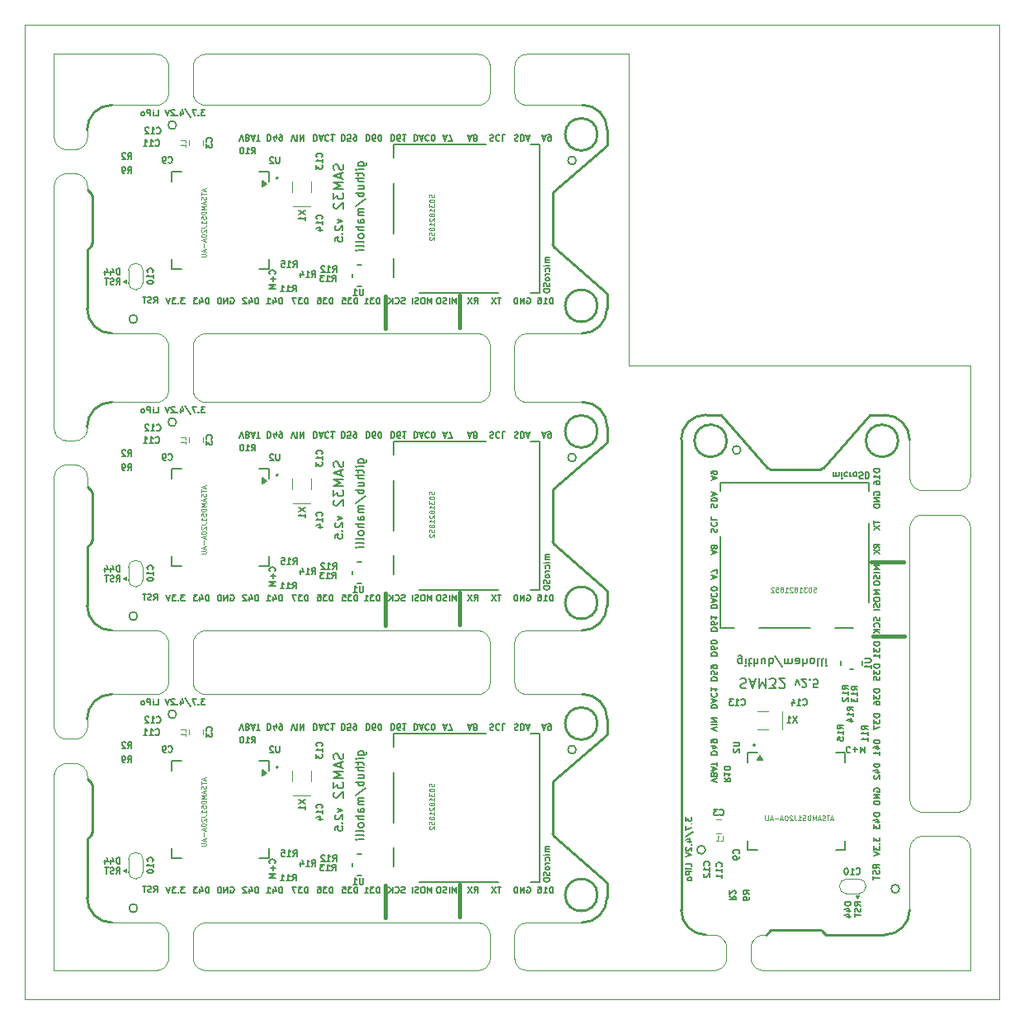
<source format=gbr>
%TF.GenerationSoftware,KiCad,Pcbnew,(5.1.4)-1*%
%TF.CreationDate,2019-10-11T08:55:03-07:00*%
%TF.ProjectId,output.v25Panel,6f757470-7574-42e7-9632-3550616e656c,rev?*%
%TF.SameCoordinates,Original*%
%TF.FileFunction,Legend,Bot*%
%TF.FilePolarity,Positive*%
%FSLAX46Y46*%
G04 Gerber Fmt 4.6, Leading zero omitted, Abs format (unit mm)*
G04 Created by KiCad (PCBNEW (5.1.4)-1) date 2019-10-11 08:55:03*
%MOMM*%
%LPD*%
G04 APERTURE LIST*
%ADD10C,0.050000*%
%ADD11C,0.127000*%
%ADD12C,0.100000*%
%ADD13C,0.150000*%
%ADD14C,0.381000*%
%ADD15C,0.250000*%
%ADD16C,0.172720*%
%ADD17C,0.177800*%
%ADD18C,0.177000*%
%ADD19C,0.120000*%
%ADD20C,0.152400*%
%ADD21C,0.200000*%
%ADD22C,0.158750*%
%ADD23C,0.088900*%
G04 APERTURE END LIST*
D10*
X182000000Y-75000000D02*
X147000000Y-75000000D01*
X147000000Y-75000000D02*
X147000000Y-43000000D01*
X85000000Y-140000000D02*
X85000000Y-40000000D01*
X185000000Y-140000000D02*
X85000000Y-140000000D01*
X185000000Y-40000000D02*
X185000000Y-140000000D01*
X85000000Y-40000000D02*
X185000000Y-40000000D01*
D11*
X98245688Y-68549761D02*
X98457355Y-68247380D01*
X98608545Y-68549761D02*
X98608545Y-67914761D01*
X98366640Y-67914761D01*
X98306164Y-67945000D01*
X98275926Y-67975238D01*
X98245688Y-68035714D01*
X98245688Y-68126428D01*
X98275926Y-68186904D01*
X98306164Y-68217142D01*
X98366640Y-68247380D01*
X98608545Y-68247380D01*
X98003783Y-68519523D02*
X97913069Y-68549761D01*
X97761878Y-68549761D01*
X97701402Y-68519523D01*
X97671164Y-68489285D01*
X97640926Y-68428809D01*
X97640926Y-68368333D01*
X97671164Y-68307857D01*
X97701402Y-68277619D01*
X97761878Y-68247380D01*
X97882831Y-68217142D01*
X97943307Y-68186904D01*
X97973545Y-68156666D01*
X98003783Y-68096190D01*
X98003783Y-68035714D01*
X97973545Y-67975238D01*
X97943307Y-67945000D01*
X97882831Y-67914761D01*
X97731640Y-67914761D01*
X97640926Y-67945000D01*
X97459497Y-67914761D02*
X97096640Y-67914761D01*
X97278069Y-68549761D02*
X97278069Y-67914761D01*
D12*
G36*
X95440500Y-66484500D02*
G01*
X95123000Y-66306700D01*
X95440500Y-66167000D01*
X95440500Y-66484500D01*
G37*
X95440500Y-66484500D02*
X95123000Y-66306700D01*
X95440500Y-66167000D01*
X95440500Y-66484500D01*
D11*
X94399402Y-66644761D02*
X94611069Y-66342380D01*
X94762259Y-66644761D02*
X94762259Y-66009761D01*
X94520354Y-66009761D01*
X94459878Y-66040000D01*
X94429640Y-66070238D01*
X94399402Y-66130714D01*
X94399402Y-66221428D01*
X94429640Y-66281904D01*
X94459878Y-66312142D01*
X94520354Y-66342380D01*
X94762259Y-66342380D01*
X94157497Y-66614523D02*
X94066783Y-66644761D01*
X93915592Y-66644761D01*
X93855116Y-66614523D01*
X93824878Y-66584285D01*
X93794640Y-66523809D01*
X93794640Y-66463333D01*
X93824878Y-66402857D01*
X93855116Y-66372619D01*
X93915592Y-66342380D01*
X94036545Y-66312142D01*
X94097021Y-66281904D01*
X94127259Y-66251666D01*
X94157497Y-66191190D01*
X94157497Y-66130714D01*
X94127259Y-66070238D01*
X94097021Y-66040000D01*
X94036545Y-66009761D01*
X93885354Y-66009761D01*
X93794640Y-66040000D01*
X93613211Y-66009761D02*
X93250354Y-66009761D01*
X93431783Y-66644761D02*
X93431783Y-66009761D01*
D13*
X109474000Y-56413400D02*
X109601000Y-56337200D01*
X109474000Y-56210200D02*
X109474000Y-56413400D01*
X109651800Y-56311800D02*
X109474000Y-56210200D01*
X109372400Y-56591200D02*
X109778800Y-56311800D01*
X109372400Y-56032400D02*
X109372400Y-56591200D01*
X109778800Y-56311800D02*
X109372400Y-56032400D01*
D14*
X122024140Y-67876420D02*
X122024140Y-71158100D01*
X129646680Y-67757040D02*
X129646680Y-71038720D01*
D11*
X108971019Y-68613261D02*
X108971019Y-67978261D01*
X108819829Y-67978261D01*
X108729114Y-68008500D01*
X108668638Y-68068976D01*
X108638400Y-68129452D01*
X108608162Y-68250404D01*
X108608162Y-68341119D01*
X108638400Y-68462071D01*
X108668638Y-68522547D01*
X108729114Y-68583023D01*
X108819829Y-68613261D01*
X108971019Y-68613261D01*
X108063876Y-68189928D02*
X108063876Y-68613261D01*
X108215067Y-67948023D02*
X108366257Y-68401595D01*
X107973162Y-68401595D01*
X107761495Y-68038738D02*
X107731257Y-68008500D01*
X107670781Y-67978261D01*
X107519590Y-67978261D01*
X107459114Y-68008500D01*
X107428876Y-68038738D01*
X107398638Y-68099214D01*
X107398638Y-68159690D01*
X107428876Y-68250404D01*
X107791733Y-68613261D01*
X107398638Y-68613261D01*
X111417039Y-68613261D02*
X111417039Y-67978261D01*
X111265849Y-67978261D01*
X111175134Y-68008500D01*
X111114658Y-68068976D01*
X111084420Y-68129452D01*
X111054182Y-68250404D01*
X111054182Y-68341119D01*
X111084420Y-68462071D01*
X111114658Y-68522547D01*
X111175134Y-68583023D01*
X111265849Y-68613261D01*
X111417039Y-68613261D01*
X110509896Y-68189928D02*
X110509896Y-68613261D01*
X110661087Y-67948023D02*
X110812277Y-68401595D01*
X110419182Y-68401595D01*
X109844658Y-68613261D02*
X110207515Y-68613261D01*
X110026087Y-68613261D02*
X110026087Y-67978261D01*
X110086563Y-68068976D01*
X110147039Y-68129452D01*
X110207515Y-68159690D01*
X119146259Y-68613261D02*
X119146259Y-67978261D01*
X118995069Y-67978261D01*
X118904354Y-68008500D01*
X118843878Y-68068976D01*
X118813640Y-68129452D01*
X118783402Y-68250404D01*
X118783402Y-68341119D01*
X118813640Y-68462071D01*
X118843878Y-68522547D01*
X118904354Y-68583023D01*
X118995069Y-68613261D01*
X119146259Y-68613261D01*
X118571735Y-67978261D02*
X118178640Y-67978261D01*
X118390307Y-68220166D01*
X118299592Y-68220166D01*
X118239116Y-68250404D01*
X118208878Y-68280642D01*
X118178640Y-68341119D01*
X118178640Y-68492309D01*
X118208878Y-68552785D01*
X118239116Y-68583023D01*
X118299592Y-68613261D01*
X118481021Y-68613261D01*
X118541497Y-68583023D01*
X118571735Y-68552785D01*
X117604116Y-67978261D02*
X117906497Y-67978261D01*
X117936735Y-68280642D01*
X117906497Y-68250404D01*
X117846021Y-68220166D01*
X117694830Y-68220166D01*
X117634354Y-68250404D01*
X117604116Y-68280642D01*
X117573878Y-68341119D01*
X117573878Y-68492309D01*
X117604116Y-68552785D01*
X117634354Y-68583023D01*
X117694830Y-68613261D01*
X117846021Y-68613261D01*
X117906497Y-68583023D01*
X117936735Y-68552785D01*
X121432259Y-68613261D02*
X121432259Y-67978261D01*
X121281069Y-67978261D01*
X121190354Y-68008500D01*
X121129878Y-68068976D01*
X121099640Y-68129452D01*
X121069402Y-68250404D01*
X121069402Y-68341119D01*
X121099640Y-68462071D01*
X121129878Y-68522547D01*
X121190354Y-68583023D01*
X121281069Y-68613261D01*
X121432259Y-68613261D01*
X120857735Y-67978261D02*
X120464640Y-67978261D01*
X120676307Y-68220166D01*
X120585592Y-68220166D01*
X120525116Y-68250404D01*
X120494878Y-68280642D01*
X120464640Y-68341119D01*
X120464640Y-68492309D01*
X120494878Y-68552785D01*
X120525116Y-68583023D01*
X120585592Y-68613261D01*
X120767021Y-68613261D01*
X120827497Y-68583023D01*
X120857735Y-68552785D01*
X119859878Y-68613261D02*
X120222735Y-68613261D01*
X120041307Y-68613261D02*
X120041307Y-67978261D01*
X120101783Y-68068976D01*
X120162259Y-68129452D01*
X120222735Y-68159690D01*
X131133402Y-68613261D02*
X131345069Y-68310880D01*
X131496259Y-68613261D02*
X131496259Y-67978261D01*
X131254354Y-67978261D01*
X131193878Y-68008500D01*
X131163640Y-68038738D01*
X131133402Y-68099214D01*
X131133402Y-68189928D01*
X131163640Y-68250404D01*
X131193878Y-68280642D01*
X131254354Y-68310880D01*
X131496259Y-68310880D01*
X130921735Y-67978261D02*
X130498402Y-68613261D01*
X130498402Y-67978261D02*
X130921735Y-68613261D01*
X139212259Y-68613261D02*
X139212259Y-67978261D01*
X139061069Y-67978261D01*
X138970354Y-68008500D01*
X138909878Y-68068976D01*
X138879640Y-68129452D01*
X138849402Y-68250404D01*
X138849402Y-68341119D01*
X138879640Y-68462071D01*
X138909878Y-68522547D01*
X138970354Y-68583023D01*
X139061069Y-68613261D01*
X139212259Y-68613261D01*
X138244640Y-68613261D02*
X138607497Y-68613261D01*
X138426069Y-68613261D02*
X138426069Y-67978261D01*
X138486545Y-68068976D01*
X138547021Y-68129452D01*
X138607497Y-68159690D01*
X137700354Y-67978261D02*
X137821307Y-67978261D01*
X137881783Y-68008500D01*
X137912021Y-68038738D01*
X137972497Y-68129452D01*
X138002735Y-68250404D01*
X138002735Y-68492309D01*
X137972497Y-68552785D01*
X137942259Y-68583023D01*
X137881783Y-68613261D01*
X137760830Y-68613261D01*
X137700354Y-68583023D01*
X137670116Y-68552785D01*
X137639878Y-68492309D01*
X137639878Y-68341119D01*
X137670116Y-68280642D01*
X137700354Y-68250404D01*
X137760830Y-68220166D01*
X137881783Y-68220166D01*
X137942259Y-68250404D01*
X137972497Y-68280642D01*
X138002735Y-68341119D01*
X133896973Y-67978261D02*
X133534116Y-67978261D01*
X133715545Y-68613261D02*
X133715545Y-67978261D01*
X133382926Y-67978261D02*
X132959592Y-68613261D01*
X132959592Y-67978261D02*
X133382926Y-68613261D01*
D15*
X144752060Y-67575080D02*
X144752060Y-69128640D01*
X142212060Y-71668640D02*
G75*
G03X144752060Y-69128640I0J2540000D01*
G01*
X139315076Y-62811768D02*
X144752060Y-67575080D01*
X91412060Y-56926067D02*
X91860000Y-57370000D01*
X139318052Y-57099398D02*
X144780013Y-52320000D01*
X139318039Y-57099407D02*
G75*
G03X139188512Y-57351166I160472J-241760D01*
G01*
X139315063Y-62811759D02*
G75*
G02X139185536Y-62560000I160472J241760D01*
G01*
X139185536Y-62560000D02*
X139188512Y-57351166D01*
X91412060Y-63068136D02*
X91860000Y-62624203D01*
X91860000Y-62624203D02*
G75*
G03X91921488Y-62435369I-228511J178835D01*
G01*
X91860000Y-57370000D02*
G75*
G02X91921488Y-57558834I-228511J-178835D01*
G01*
D11*
X138869661Y-63860740D02*
X138446328Y-63860740D01*
X138506804Y-63860740D02*
X138476566Y-63890978D01*
X138446328Y-63951454D01*
X138446328Y-64042169D01*
X138476566Y-64102645D01*
X138537042Y-64132883D01*
X138869661Y-64132883D01*
X138537042Y-64132883D02*
X138476566Y-64163121D01*
X138446328Y-64223597D01*
X138446328Y-64314311D01*
X138476566Y-64374788D01*
X138537042Y-64405026D01*
X138869661Y-64405026D01*
X138869661Y-64707407D02*
X138446328Y-64707407D01*
X138234661Y-64707407D02*
X138264900Y-64677169D01*
X138295138Y-64707407D01*
X138264900Y-64737645D01*
X138234661Y-64707407D01*
X138295138Y-64707407D01*
X138839423Y-65281930D02*
X138869661Y-65221454D01*
X138869661Y-65100502D01*
X138839423Y-65040026D01*
X138809185Y-65009788D01*
X138748709Y-64979550D01*
X138567280Y-64979550D01*
X138506804Y-65009788D01*
X138476566Y-65040026D01*
X138446328Y-65100502D01*
X138446328Y-65221454D01*
X138476566Y-65281930D01*
X138869661Y-65554073D02*
X138446328Y-65554073D01*
X138567280Y-65554073D02*
X138506804Y-65584311D01*
X138476566Y-65614550D01*
X138446328Y-65675026D01*
X138446328Y-65735502D01*
X138869661Y-66037883D02*
X138839423Y-65977407D01*
X138809185Y-65947169D01*
X138748709Y-65916930D01*
X138567280Y-65916930D01*
X138506804Y-65947169D01*
X138476566Y-65977407D01*
X138446328Y-66037883D01*
X138446328Y-66128597D01*
X138476566Y-66189073D01*
X138506804Y-66219311D01*
X138567280Y-66249550D01*
X138748709Y-66249550D01*
X138809185Y-66219311D01*
X138839423Y-66189073D01*
X138869661Y-66128597D01*
X138869661Y-66037883D01*
X138839423Y-66491454D02*
X138869661Y-66582169D01*
X138869661Y-66733359D01*
X138839423Y-66793835D01*
X138809185Y-66824073D01*
X138748709Y-66854311D01*
X138688233Y-66854311D01*
X138627757Y-66824073D01*
X138597519Y-66793835D01*
X138567280Y-66733359D01*
X138537042Y-66612407D01*
X138506804Y-66551930D01*
X138476566Y-66521692D01*
X138416090Y-66491454D01*
X138355614Y-66491454D01*
X138295138Y-66521692D01*
X138264900Y-66551930D01*
X138234661Y-66612407D01*
X138234661Y-66763597D01*
X138264900Y-66854311D01*
X138869661Y-67126454D02*
X138234661Y-67126454D01*
X138234661Y-67277645D01*
X138264900Y-67368359D01*
X138325376Y-67428835D01*
X138385852Y-67459073D01*
X138506804Y-67489311D01*
X138597519Y-67489311D01*
X138718471Y-67459073D01*
X138778947Y-67428835D01*
X138839423Y-67368359D01*
X138869661Y-67277645D01*
X138869661Y-67126454D01*
D16*
X117084928Y-59956482D02*
X117626795Y-60150006D01*
X117084928Y-60343529D01*
X116891404Y-60614463D02*
X116852700Y-60653168D01*
X116813995Y-60730577D01*
X116813995Y-60924101D01*
X116852700Y-61001510D01*
X116891404Y-61040215D01*
X116968814Y-61078920D01*
X117046223Y-61078920D01*
X117162338Y-61040215D01*
X117626795Y-60575758D01*
X117626795Y-61078920D01*
X117549385Y-61427263D02*
X117588090Y-61465968D01*
X117626795Y-61427263D01*
X117588090Y-61388558D01*
X117549385Y-61427263D01*
X117626795Y-61427263D01*
X116813995Y-62201358D02*
X116813995Y-61814310D01*
X117201042Y-61775606D01*
X117162338Y-61814310D01*
X117123633Y-61891720D01*
X117123633Y-62085244D01*
X117162338Y-62162653D01*
X117201042Y-62201358D01*
X117278452Y-62240063D01*
X117471976Y-62240063D01*
X117549385Y-62201358D01*
X117588090Y-62162653D01*
X117626795Y-62085244D01*
X117626795Y-61891720D01*
X117588090Y-61814310D01*
X117549385Y-61775606D01*
D11*
X122598240Y-51274738D02*
X122598240Y-51909738D01*
X122749430Y-51909738D01*
X122840145Y-51879500D01*
X122900621Y-51819023D01*
X122930859Y-51758547D01*
X122961097Y-51637595D01*
X122961097Y-51546880D01*
X122930859Y-51425928D01*
X122900621Y-51365452D01*
X122840145Y-51304976D01*
X122749430Y-51274738D01*
X122598240Y-51274738D01*
X123505383Y-51909738D02*
X123384430Y-51909738D01*
X123323954Y-51879500D01*
X123293716Y-51849261D01*
X123233240Y-51758547D01*
X123203002Y-51637595D01*
X123203002Y-51395690D01*
X123233240Y-51335214D01*
X123263478Y-51304976D01*
X123323954Y-51274738D01*
X123444907Y-51274738D01*
X123505383Y-51304976D01*
X123535621Y-51335214D01*
X123565859Y-51395690D01*
X123565859Y-51546880D01*
X123535621Y-51607357D01*
X123505383Y-51637595D01*
X123444907Y-51667833D01*
X123323954Y-51667833D01*
X123263478Y-51637595D01*
X123233240Y-51607357D01*
X123203002Y-51546880D01*
X124170621Y-51274738D02*
X123807764Y-51274738D01*
X123989192Y-51274738D02*
X123989192Y-51909738D01*
X123928716Y-51819023D01*
X123868240Y-51758547D01*
X123807764Y-51728309D01*
X127962478Y-51456166D02*
X128264859Y-51456166D01*
X127902002Y-51274738D02*
X128113668Y-51909738D01*
X128325335Y-51274738D01*
X128476526Y-51909738D02*
X128899859Y-51909738D01*
X128627716Y-51274738D01*
X138122478Y-51456166D02*
X138424859Y-51456166D01*
X138062002Y-51274738D02*
X138273668Y-51909738D01*
X138485335Y-51274738D01*
X138727240Y-51274738D02*
X138848192Y-51274738D01*
X138908668Y-51304976D01*
X138938906Y-51335214D01*
X138999383Y-51425928D01*
X139029621Y-51546880D01*
X139029621Y-51788785D01*
X138999383Y-51849261D01*
X138969145Y-51879500D01*
X138908668Y-51909738D01*
X138787716Y-51909738D01*
X138727240Y-51879500D01*
X138697002Y-51849261D01*
X138666764Y-51788785D01*
X138666764Y-51637595D01*
X138697002Y-51577119D01*
X138727240Y-51546880D01*
X138787716Y-51516642D01*
X138908668Y-51516642D01*
X138969145Y-51546880D01*
X138999383Y-51577119D01*
X139029621Y-51637595D01*
X120058240Y-51274738D02*
X120058240Y-51909738D01*
X120209430Y-51909738D01*
X120300145Y-51879500D01*
X120360621Y-51819023D01*
X120390859Y-51758547D01*
X120421097Y-51637595D01*
X120421097Y-51546880D01*
X120390859Y-51425928D01*
X120360621Y-51365452D01*
X120300145Y-51304976D01*
X120209430Y-51274738D01*
X120058240Y-51274738D01*
X120965383Y-51909738D02*
X120844430Y-51909738D01*
X120783954Y-51879500D01*
X120753716Y-51849261D01*
X120693240Y-51758547D01*
X120663002Y-51637595D01*
X120663002Y-51395690D01*
X120693240Y-51335214D01*
X120723478Y-51304976D01*
X120783954Y-51274738D01*
X120904907Y-51274738D01*
X120965383Y-51304976D01*
X120995621Y-51335214D01*
X121025859Y-51395690D01*
X121025859Y-51546880D01*
X120995621Y-51607357D01*
X120965383Y-51637595D01*
X120904907Y-51667833D01*
X120783954Y-51667833D01*
X120723478Y-51637595D01*
X120693240Y-51607357D01*
X120663002Y-51546880D01*
X121418954Y-51909738D02*
X121479430Y-51909738D01*
X121539907Y-51879500D01*
X121570145Y-51849261D01*
X121600383Y-51788785D01*
X121630621Y-51667833D01*
X121630621Y-51516642D01*
X121600383Y-51395690D01*
X121570145Y-51335214D01*
X121539907Y-51304976D01*
X121479430Y-51274738D01*
X121418954Y-51274738D01*
X121358478Y-51304976D01*
X121328240Y-51335214D01*
X121298002Y-51395690D01*
X121267764Y-51516642D01*
X121267764Y-51667833D01*
X121298002Y-51788785D01*
X121328240Y-51849261D01*
X121358478Y-51879500D01*
X121418954Y-51909738D01*
X130502478Y-51456166D02*
X130804859Y-51456166D01*
X130442002Y-51274738D02*
X130653668Y-51909738D01*
X130865335Y-51274738D01*
X131167716Y-51637595D02*
X131107240Y-51667833D01*
X131077002Y-51698071D01*
X131046764Y-51758547D01*
X131046764Y-51788785D01*
X131077002Y-51849261D01*
X131107240Y-51879500D01*
X131167716Y-51909738D01*
X131288668Y-51909738D01*
X131349145Y-51879500D01*
X131379383Y-51849261D01*
X131409621Y-51788785D01*
X131409621Y-51758547D01*
X131379383Y-51698071D01*
X131349145Y-51667833D01*
X131288668Y-51637595D01*
X131167716Y-51637595D01*
X131107240Y-51607357D01*
X131077002Y-51577119D01*
X131046764Y-51516642D01*
X131046764Y-51395690D01*
X131077002Y-51335214D01*
X131107240Y-51304976D01*
X131167716Y-51274738D01*
X131288668Y-51274738D01*
X131349145Y-51304976D01*
X131379383Y-51335214D01*
X131409621Y-51395690D01*
X131409621Y-51516642D01*
X131379383Y-51577119D01*
X131349145Y-51607357D01*
X131288668Y-51637595D01*
X124947740Y-51274738D02*
X124947740Y-51909738D01*
X125098930Y-51909738D01*
X125189645Y-51879500D01*
X125250121Y-51819023D01*
X125280359Y-51758547D01*
X125310597Y-51637595D01*
X125310597Y-51546880D01*
X125280359Y-51425928D01*
X125250121Y-51365452D01*
X125189645Y-51304976D01*
X125098930Y-51274738D01*
X124947740Y-51274738D01*
X125552502Y-51456166D02*
X125854883Y-51456166D01*
X125492026Y-51274738D02*
X125703692Y-51909738D01*
X125915359Y-51274738D01*
X126489883Y-51335214D02*
X126459645Y-51304976D01*
X126368930Y-51274738D01*
X126308454Y-51274738D01*
X126217740Y-51304976D01*
X126157264Y-51365452D01*
X126127026Y-51425928D01*
X126096788Y-51546880D01*
X126096788Y-51637595D01*
X126127026Y-51758547D01*
X126157264Y-51819023D01*
X126217740Y-51879500D01*
X126308454Y-51909738D01*
X126368930Y-51909738D01*
X126459645Y-51879500D01*
X126489883Y-51849261D01*
X126882978Y-51909738D02*
X126943454Y-51909738D01*
X127003930Y-51879500D01*
X127034169Y-51849261D01*
X127064407Y-51788785D01*
X127094645Y-51667833D01*
X127094645Y-51516642D01*
X127064407Y-51395690D01*
X127034169Y-51335214D01*
X127003930Y-51304976D01*
X126943454Y-51274738D01*
X126882978Y-51274738D01*
X126822502Y-51304976D01*
X126792264Y-51335214D01*
X126762026Y-51395690D01*
X126731788Y-51516642D01*
X126731788Y-51667833D01*
X126762026Y-51788785D01*
X126792264Y-51849261D01*
X126822502Y-51879500D01*
X126882978Y-51909738D01*
X135264978Y-51304976D02*
X135355692Y-51274738D01*
X135506883Y-51274738D01*
X135567359Y-51304976D01*
X135597597Y-51335214D01*
X135627835Y-51395690D01*
X135627835Y-51456166D01*
X135597597Y-51516642D01*
X135567359Y-51546880D01*
X135506883Y-51577119D01*
X135385930Y-51607357D01*
X135325454Y-51637595D01*
X135295216Y-51667833D01*
X135264978Y-51728309D01*
X135264978Y-51788785D01*
X135295216Y-51849261D01*
X135325454Y-51879500D01*
X135385930Y-51909738D01*
X135537121Y-51909738D01*
X135627835Y-51879500D01*
X135899978Y-51274738D02*
X135899978Y-51909738D01*
X136051168Y-51909738D01*
X136141883Y-51879500D01*
X136202359Y-51819023D01*
X136232597Y-51758547D01*
X136262835Y-51637595D01*
X136262835Y-51546880D01*
X136232597Y-51425928D01*
X136202359Y-51365452D01*
X136141883Y-51304976D01*
X136051168Y-51274738D01*
X135899978Y-51274738D01*
X136504740Y-51456166D02*
X136807121Y-51456166D01*
X136444264Y-51274738D02*
X136655930Y-51909738D01*
X136867597Y-51274738D01*
X117518240Y-51274738D02*
X117518240Y-51909738D01*
X117669430Y-51909738D01*
X117760145Y-51879500D01*
X117820621Y-51819023D01*
X117850859Y-51758547D01*
X117881097Y-51637595D01*
X117881097Y-51546880D01*
X117850859Y-51425928D01*
X117820621Y-51365452D01*
X117760145Y-51304976D01*
X117669430Y-51274738D01*
X117518240Y-51274738D01*
X118455621Y-51909738D02*
X118153240Y-51909738D01*
X118123002Y-51607357D01*
X118153240Y-51637595D01*
X118213716Y-51667833D01*
X118364907Y-51667833D01*
X118425383Y-51637595D01*
X118455621Y-51607357D01*
X118485859Y-51546880D01*
X118485859Y-51395690D01*
X118455621Y-51335214D01*
X118425383Y-51304976D01*
X118364907Y-51274738D01*
X118213716Y-51274738D01*
X118153240Y-51304976D01*
X118123002Y-51335214D01*
X118788240Y-51274738D02*
X118909192Y-51274738D01*
X118969669Y-51304976D01*
X118999907Y-51335214D01*
X119060383Y-51425928D01*
X119090621Y-51546880D01*
X119090621Y-51788785D01*
X119060383Y-51849261D01*
X119030145Y-51879500D01*
X118969669Y-51909738D01*
X118848716Y-51909738D01*
X118788240Y-51879500D01*
X118758002Y-51849261D01*
X118727764Y-51788785D01*
X118727764Y-51637595D01*
X118758002Y-51577119D01*
X118788240Y-51546880D01*
X118848716Y-51516642D01*
X118969669Y-51516642D01*
X119030145Y-51546880D01*
X119060383Y-51577119D01*
X119090621Y-51637595D01*
X114660740Y-51274738D02*
X114660740Y-51909738D01*
X114811930Y-51909738D01*
X114902645Y-51879500D01*
X114963121Y-51819023D01*
X114993359Y-51758547D01*
X115023597Y-51637595D01*
X115023597Y-51546880D01*
X114993359Y-51425928D01*
X114963121Y-51365452D01*
X114902645Y-51304976D01*
X114811930Y-51274738D01*
X114660740Y-51274738D01*
X115265502Y-51456166D02*
X115567883Y-51456166D01*
X115205026Y-51274738D02*
X115416692Y-51909738D01*
X115628359Y-51274738D01*
X116202883Y-51335214D02*
X116172645Y-51304976D01*
X116081930Y-51274738D01*
X116021454Y-51274738D01*
X115930740Y-51304976D01*
X115870264Y-51365452D01*
X115840026Y-51425928D01*
X115809788Y-51546880D01*
X115809788Y-51637595D01*
X115840026Y-51758547D01*
X115870264Y-51819023D01*
X115930740Y-51879500D01*
X116021454Y-51909738D01*
X116081930Y-51909738D01*
X116172645Y-51879500D01*
X116202883Y-51849261D01*
X116807645Y-51274738D02*
X116444788Y-51274738D01*
X116626216Y-51274738D02*
X116626216Y-51909738D01*
X116565740Y-51819023D01*
X116505264Y-51758547D01*
X116444788Y-51728309D01*
X107051626Y-51909738D02*
X107263292Y-51274738D01*
X107474959Y-51909738D01*
X107898292Y-51607357D02*
X107989007Y-51577119D01*
X108019245Y-51546880D01*
X108049483Y-51486404D01*
X108049483Y-51395690D01*
X108019245Y-51335214D01*
X107989007Y-51304976D01*
X107928530Y-51274738D01*
X107686626Y-51274738D01*
X107686626Y-51909738D01*
X107898292Y-51909738D01*
X107958769Y-51879500D01*
X107989007Y-51849261D01*
X108019245Y-51788785D01*
X108019245Y-51728309D01*
X107989007Y-51667833D01*
X107958769Y-51637595D01*
X107898292Y-51607357D01*
X107686626Y-51607357D01*
X108291388Y-51456166D02*
X108593769Y-51456166D01*
X108230911Y-51274738D02*
X108442578Y-51909738D01*
X108654245Y-51274738D01*
X108775197Y-51909738D02*
X109138054Y-51909738D01*
X108956626Y-51274738D02*
X108956626Y-51909738D01*
X109898240Y-51274738D02*
X109898240Y-51909738D01*
X110049430Y-51909738D01*
X110140145Y-51879500D01*
X110200621Y-51819023D01*
X110230859Y-51758547D01*
X110261097Y-51637595D01*
X110261097Y-51546880D01*
X110230859Y-51425928D01*
X110200621Y-51365452D01*
X110140145Y-51304976D01*
X110049430Y-51274738D01*
X109898240Y-51274738D01*
X110805383Y-51698071D02*
X110805383Y-51274738D01*
X110654192Y-51939976D02*
X110503002Y-51486404D01*
X110896097Y-51486404D01*
X111168240Y-51274738D02*
X111289192Y-51274738D01*
X111349669Y-51304976D01*
X111379907Y-51335214D01*
X111440383Y-51425928D01*
X111470621Y-51546880D01*
X111470621Y-51788785D01*
X111440383Y-51849261D01*
X111410145Y-51879500D01*
X111349669Y-51909738D01*
X111228716Y-51909738D01*
X111168240Y-51879500D01*
X111138002Y-51849261D01*
X111107764Y-51788785D01*
X111107764Y-51637595D01*
X111138002Y-51577119D01*
X111168240Y-51546880D01*
X111228716Y-51516642D01*
X111349669Y-51516642D01*
X111410145Y-51546880D01*
X111440383Y-51577119D01*
X111470621Y-51637595D01*
X112347526Y-51909738D02*
X112559192Y-51274738D01*
X112770859Y-51909738D01*
X112982526Y-51274738D02*
X112982526Y-51909738D01*
X113284907Y-51274738D02*
X113284907Y-51909738D01*
X113647764Y-51274738D01*
X113647764Y-51909738D01*
X132740097Y-51304976D02*
X132830811Y-51274738D01*
X132982002Y-51274738D01*
X133042478Y-51304976D01*
X133072716Y-51335214D01*
X133102954Y-51395690D01*
X133102954Y-51456166D01*
X133072716Y-51516642D01*
X133042478Y-51546880D01*
X132982002Y-51577119D01*
X132861049Y-51607357D01*
X132800573Y-51637595D01*
X132770335Y-51667833D01*
X132740097Y-51728309D01*
X132740097Y-51788785D01*
X132770335Y-51849261D01*
X132800573Y-51879500D01*
X132861049Y-51909738D01*
X133012240Y-51909738D01*
X133102954Y-51879500D01*
X133737954Y-51335214D02*
X133707716Y-51304976D01*
X133617002Y-51274738D01*
X133556525Y-51274738D01*
X133465811Y-51304976D01*
X133405335Y-51365452D01*
X133375097Y-51425928D01*
X133344859Y-51546880D01*
X133344859Y-51637595D01*
X133375097Y-51758547D01*
X133405335Y-51819023D01*
X133465811Y-51879500D01*
X133556525Y-51909738D01*
X133617002Y-51909738D01*
X133707716Y-51879500D01*
X133737954Y-51849261D01*
X134312478Y-51274738D02*
X134010097Y-51274738D01*
X134010097Y-51909738D01*
X136543640Y-68008500D02*
X136604116Y-67978261D01*
X136694830Y-67978261D01*
X136785545Y-68008500D01*
X136846021Y-68068976D01*
X136876259Y-68129452D01*
X136906497Y-68250404D01*
X136906497Y-68341119D01*
X136876259Y-68462071D01*
X136846021Y-68522547D01*
X136785545Y-68583023D01*
X136694830Y-68613261D01*
X136634354Y-68613261D01*
X136543640Y-68583023D01*
X136513402Y-68552785D01*
X136513402Y-68341119D01*
X136634354Y-68341119D01*
X136241259Y-68613261D02*
X136241259Y-67978261D01*
X135878402Y-68613261D01*
X135878402Y-67978261D01*
X135576021Y-68613261D02*
X135576021Y-67978261D01*
X135424830Y-67978261D01*
X135334116Y-68008500D01*
X135273640Y-68068976D01*
X135243402Y-68129452D01*
X135213164Y-68250404D01*
X135213164Y-68341119D01*
X135243402Y-68462071D01*
X135273640Y-68522547D01*
X135334116Y-68583023D01*
X135424830Y-68613261D01*
X135576021Y-68613261D01*
X129306259Y-68613261D02*
X129306259Y-67978261D01*
X129094592Y-68431833D01*
X128882926Y-67978261D01*
X128882926Y-68613261D01*
X128580545Y-68613261D02*
X128580545Y-67978261D01*
X128308402Y-68583023D02*
X128217688Y-68613261D01*
X128066497Y-68613261D01*
X128006021Y-68583023D01*
X127975783Y-68552785D01*
X127945545Y-68492309D01*
X127945545Y-68431833D01*
X127975783Y-68371357D01*
X128006021Y-68341119D01*
X128066497Y-68310880D01*
X128187450Y-68280642D01*
X128247926Y-68250404D01*
X128278164Y-68220166D01*
X128308402Y-68159690D01*
X128308402Y-68099214D01*
X128278164Y-68038738D01*
X128247926Y-68008500D01*
X128187450Y-67978261D01*
X128036259Y-67978261D01*
X127945545Y-68008500D01*
X127552450Y-67978261D02*
X127431497Y-67978261D01*
X127371021Y-68008500D01*
X127310545Y-68068976D01*
X127280307Y-68189928D01*
X127280307Y-68401595D01*
X127310545Y-68522547D01*
X127371021Y-68583023D01*
X127431497Y-68613261D01*
X127552450Y-68613261D01*
X127612926Y-68583023D01*
X127673402Y-68522547D01*
X127703640Y-68401595D01*
X127703640Y-68189928D01*
X127673402Y-68068976D01*
X127612926Y-68008500D01*
X127552450Y-67978261D01*
X126766259Y-68613261D02*
X126766259Y-67978261D01*
X126554592Y-68431833D01*
X126342926Y-67978261D01*
X126342926Y-68613261D01*
X125919592Y-67978261D02*
X125798640Y-67978261D01*
X125738164Y-68008500D01*
X125677688Y-68068976D01*
X125647450Y-68189928D01*
X125647450Y-68401595D01*
X125677688Y-68522547D01*
X125738164Y-68583023D01*
X125798640Y-68613261D01*
X125919592Y-68613261D01*
X125980069Y-68583023D01*
X126040545Y-68522547D01*
X126070783Y-68401595D01*
X126070783Y-68189928D01*
X126040545Y-68068976D01*
X125980069Y-68008500D01*
X125919592Y-67978261D01*
X125405545Y-68583023D02*
X125314830Y-68613261D01*
X125163640Y-68613261D01*
X125103164Y-68583023D01*
X125072926Y-68552785D01*
X125042688Y-68492309D01*
X125042688Y-68431833D01*
X125072926Y-68371357D01*
X125103164Y-68341119D01*
X125163640Y-68310880D01*
X125284592Y-68280642D01*
X125345069Y-68250404D01*
X125375307Y-68220166D01*
X125405545Y-68159690D01*
X125405545Y-68099214D01*
X125375307Y-68038738D01*
X125345069Y-68008500D01*
X125284592Y-67978261D01*
X125133402Y-67978261D01*
X125042688Y-68008500D01*
X124770545Y-68613261D02*
X124770545Y-67978261D01*
X124020277Y-68583023D02*
X123929563Y-68613261D01*
X123778372Y-68613261D01*
X123717896Y-68583023D01*
X123687658Y-68552785D01*
X123657420Y-68492309D01*
X123657420Y-68431833D01*
X123687658Y-68371357D01*
X123717896Y-68341119D01*
X123778372Y-68310880D01*
X123899325Y-68280642D01*
X123959801Y-68250404D01*
X123990039Y-68220166D01*
X124020277Y-68159690D01*
X124020277Y-68099214D01*
X123990039Y-68038738D01*
X123959801Y-68008500D01*
X123899325Y-67978261D01*
X123748134Y-67978261D01*
X123657420Y-68008500D01*
X123022420Y-68552785D02*
X123052658Y-68583023D01*
X123143372Y-68613261D01*
X123203849Y-68613261D01*
X123294563Y-68583023D01*
X123355039Y-68522547D01*
X123385277Y-68462071D01*
X123415515Y-68341119D01*
X123415515Y-68250404D01*
X123385277Y-68129452D01*
X123355039Y-68068976D01*
X123294563Y-68008500D01*
X123203849Y-67978261D01*
X123143372Y-67978261D01*
X123052658Y-68008500D01*
X123022420Y-68038738D01*
X122750277Y-68613261D02*
X122750277Y-67978261D01*
X122387420Y-68613261D02*
X122659563Y-68250404D01*
X122387420Y-67978261D02*
X122750277Y-68341119D01*
X116606259Y-68613261D02*
X116606259Y-67978261D01*
X116455069Y-67978261D01*
X116364354Y-68008500D01*
X116303878Y-68068976D01*
X116273640Y-68129452D01*
X116243402Y-68250404D01*
X116243402Y-68341119D01*
X116273640Y-68462071D01*
X116303878Y-68522547D01*
X116364354Y-68583023D01*
X116455069Y-68613261D01*
X116606259Y-68613261D01*
X116031735Y-67978261D02*
X115638640Y-67978261D01*
X115850307Y-68220166D01*
X115759592Y-68220166D01*
X115699116Y-68250404D01*
X115668878Y-68280642D01*
X115638640Y-68341119D01*
X115638640Y-68492309D01*
X115668878Y-68552785D01*
X115699116Y-68583023D01*
X115759592Y-68613261D01*
X115941021Y-68613261D01*
X116001497Y-68583023D01*
X116031735Y-68552785D01*
X115094354Y-67978261D02*
X115215307Y-67978261D01*
X115275783Y-68008500D01*
X115306021Y-68038738D01*
X115366497Y-68129452D01*
X115396735Y-68250404D01*
X115396735Y-68492309D01*
X115366497Y-68552785D01*
X115336259Y-68583023D01*
X115275783Y-68613261D01*
X115154830Y-68613261D01*
X115094354Y-68583023D01*
X115064116Y-68552785D01*
X115033878Y-68492309D01*
X115033878Y-68341119D01*
X115064116Y-68280642D01*
X115094354Y-68250404D01*
X115154830Y-68220166D01*
X115275783Y-68220166D01*
X115336259Y-68250404D01*
X115366497Y-68280642D01*
X115396735Y-68341119D01*
X114066259Y-68613261D02*
X114066259Y-67978261D01*
X113915069Y-67978261D01*
X113824354Y-68008500D01*
X113763878Y-68068976D01*
X113733640Y-68129452D01*
X113703402Y-68250404D01*
X113703402Y-68341119D01*
X113733640Y-68462071D01*
X113763878Y-68522547D01*
X113824354Y-68583023D01*
X113915069Y-68613261D01*
X114066259Y-68613261D01*
X113491735Y-67978261D02*
X113098640Y-67978261D01*
X113310307Y-68220166D01*
X113219592Y-68220166D01*
X113159116Y-68250404D01*
X113128878Y-68280642D01*
X113098640Y-68341119D01*
X113098640Y-68492309D01*
X113128878Y-68552785D01*
X113159116Y-68583023D01*
X113219592Y-68613261D01*
X113401021Y-68613261D01*
X113461497Y-68583023D01*
X113491735Y-68552785D01*
X112886973Y-67978261D02*
X112463640Y-67978261D01*
X112735783Y-68613261D01*
X106113640Y-68008500D02*
X106174116Y-67978261D01*
X106264830Y-67978261D01*
X106355545Y-68008500D01*
X106416021Y-68068976D01*
X106446259Y-68129452D01*
X106476497Y-68250404D01*
X106476497Y-68341119D01*
X106446259Y-68462071D01*
X106416021Y-68522547D01*
X106355545Y-68583023D01*
X106264830Y-68613261D01*
X106204354Y-68613261D01*
X106113640Y-68583023D01*
X106083402Y-68552785D01*
X106083402Y-68341119D01*
X106204354Y-68341119D01*
X105811259Y-68613261D02*
X105811259Y-67978261D01*
X105448402Y-68613261D01*
X105448402Y-67978261D01*
X105146021Y-68613261D02*
X105146021Y-67978261D01*
X104994830Y-67978261D01*
X104904116Y-68008500D01*
X104843640Y-68068976D01*
X104813402Y-68129452D01*
X104783164Y-68250404D01*
X104783164Y-68341119D01*
X104813402Y-68462071D01*
X104843640Y-68522547D01*
X104904116Y-68583023D01*
X104994830Y-68613261D01*
X105146021Y-68613261D01*
X103906259Y-68613261D02*
X103906259Y-67978261D01*
X103755069Y-67978261D01*
X103664354Y-68008500D01*
X103603878Y-68068976D01*
X103573640Y-68129452D01*
X103543402Y-68250404D01*
X103543402Y-68341119D01*
X103573640Y-68462071D01*
X103603878Y-68522547D01*
X103664354Y-68583023D01*
X103755069Y-68613261D01*
X103906259Y-68613261D01*
X102999116Y-68189928D02*
X102999116Y-68613261D01*
X103150307Y-67948023D02*
X103301497Y-68401595D01*
X102908402Y-68401595D01*
X102726973Y-67978261D02*
X102333878Y-67978261D01*
X102545545Y-68220166D01*
X102454830Y-68220166D01*
X102394354Y-68250404D01*
X102364116Y-68280642D01*
X102333878Y-68341119D01*
X102333878Y-68492309D01*
X102364116Y-68552785D01*
X102394354Y-68583023D01*
X102454830Y-68613261D01*
X102636259Y-68613261D01*
X102696735Y-68583023D01*
X102726973Y-68552785D01*
X101426735Y-67978261D02*
X101033640Y-67978261D01*
X101245307Y-68220166D01*
X101154592Y-68220166D01*
X101094116Y-68250404D01*
X101063878Y-68280642D01*
X101033640Y-68341119D01*
X101033640Y-68492309D01*
X101063878Y-68552785D01*
X101094116Y-68583023D01*
X101154592Y-68613261D01*
X101336021Y-68613261D01*
X101396497Y-68583023D01*
X101426735Y-68552785D01*
X100761497Y-68552785D02*
X100731259Y-68583023D01*
X100761497Y-68613261D01*
X100791735Y-68583023D01*
X100761497Y-68552785D01*
X100761497Y-68613261D01*
X100519592Y-67978261D02*
X100126497Y-67978261D01*
X100338164Y-68220166D01*
X100247450Y-68220166D01*
X100186973Y-68250404D01*
X100156735Y-68280642D01*
X100126497Y-68341119D01*
X100126497Y-68492309D01*
X100156735Y-68552785D01*
X100186973Y-68583023D01*
X100247450Y-68613261D01*
X100428878Y-68613261D01*
X100489354Y-68583023D01*
X100519592Y-68552785D01*
X99945069Y-67978261D02*
X99733402Y-68613261D01*
X99521735Y-67978261D01*
X94762259Y-65628761D02*
X94762259Y-64993761D01*
X94611069Y-64993761D01*
X94520354Y-65024000D01*
X94459878Y-65084476D01*
X94429640Y-65144952D01*
X94399402Y-65265904D01*
X94399402Y-65356619D01*
X94429640Y-65477571D01*
X94459878Y-65538047D01*
X94520354Y-65598523D01*
X94611069Y-65628761D01*
X94762259Y-65628761D01*
X93855116Y-65205428D02*
X93855116Y-65628761D01*
X94006307Y-64963523D02*
X94157497Y-65417095D01*
X93764402Y-65417095D01*
X93250354Y-65205428D02*
X93250354Y-65628761D01*
X93401545Y-64963523D02*
X93552735Y-65417095D01*
X93159640Y-65417095D01*
X103506693Y-48689501D02*
X103113598Y-48689501D01*
X103325264Y-48931406D01*
X103234550Y-48931406D01*
X103174074Y-48961644D01*
X103143836Y-48991882D01*
X103113598Y-49052359D01*
X103113598Y-49203549D01*
X103143836Y-49264025D01*
X103174074Y-49294263D01*
X103234550Y-49324501D01*
X103415979Y-49324501D01*
X103476455Y-49294263D01*
X103506693Y-49264025D01*
X102841455Y-49264025D02*
X102811217Y-49294263D01*
X102841455Y-49324501D01*
X102871693Y-49294263D01*
X102841455Y-49264025D01*
X102841455Y-49324501D01*
X102599550Y-48689501D02*
X102176217Y-48689501D01*
X102448360Y-49324501D01*
X101480740Y-48659263D02*
X102025026Y-49475692D01*
X100996931Y-48901168D02*
X100996931Y-49324501D01*
X101148121Y-48659263D02*
X101299312Y-49112835D01*
X100906217Y-49112835D01*
X100664312Y-49264025D02*
X100634074Y-49294263D01*
X100664312Y-49324501D01*
X100694550Y-49294263D01*
X100664312Y-49264025D01*
X100664312Y-49324501D01*
X100392169Y-48749978D02*
X100361931Y-48719740D01*
X100301455Y-48689501D01*
X100150264Y-48689501D01*
X100089788Y-48719740D01*
X100059550Y-48749978D01*
X100029312Y-48810454D01*
X100029312Y-48870930D01*
X100059550Y-48961644D01*
X100422407Y-49324501D01*
X100029312Y-49324501D01*
X99847883Y-48689501D02*
X99636217Y-49324501D01*
X99424550Y-48689501D01*
X98426693Y-49324501D02*
X98729074Y-49324501D01*
X98729074Y-48689501D01*
X98215026Y-49324501D02*
X98215026Y-48901168D01*
X98215026Y-48689501D02*
X98245264Y-48719740D01*
X98215026Y-48749978D01*
X98184788Y-48719740D01*
X98215026Y-48689501D01*
X98215026Y-48749978D01*
X97912645Y-49324501D02*
X97912645Y-48689501D01*
X97670740Y-48689501D01*
X97610264Y-48719740D01*
X97580026Y-48749978D01*
X97549788Y-48810454D01*
X97549788Y-48901168D01*
X97580026Y-48961644D01*
X97610264Y-48991882D01*
X97670740Y-49022120D01*
X97912645Y-49022120D01*
X97186931Y-49324501D02*
X97247407Y-49294263D01*
X97277645Y-49264025D01*
X97307883Y-49203549D01*
X97307883Y-49022120D01*
X97277645Y-48961644D01*
X97247407Y-48931406D01*
X97186931Y-48901168D01*
X97096217Y-48901168D01*
X97035740Y-48931406D01*
X97005502Y-48961644D01*
X96975264Y-49022120D01*
X96975264Y-49203549D01*
X97005502Y-49264025D01*
X97035740Y-49294263D01*
X97096217Y-49324501D01*
X97186931Y-49324501D01*
X110665985Y-65569797D02*
X110696223Y-65539559D01*
X110726461Y-65448845D01*
X110726461Y-65388369D01*
X110696223Y-65297654D01*
X110635747Y-65237178D01*
X110575271Y-65206940D01*
X110454319Y-65176702D01*
X110363604Y-65176702D01*
X110242652Y-65206940D01*
X110182176Y-65237178D01*
X110121700Y-65297654D01*
X110091461Y-65388369D01*
X110091461Y-65448845D01*
X110121700Y-65539559D01*
X110151938Y-65569797D01*
X110484557Y-65841940D02*
X110484557Y-66325750D01*
X110726461Y-66083845D02*
X110242652Y-66083845D01*
X110726461Y-66628130D02*
X110091461Y-66628130D01*
X110545033Y-66839797D01*
X110091461Y-67051464D01*
X110726461Y-67051464D01*
D15*
X143765221Y-51245720D02*
G75*
G03X143765221Y-51245720I-1652221J0D01*
G01*
X143765221Y-68835220D02*
G75*
G03X143765221Y-68835220I-1652221J0D01*
G01*
D17*
X117673338Y-54310793D02*
X117721719Y-54455936D01*
X117721719Y-54697841D01*
X117673338Y-54794603D01*
X117624957Y-54842984D01*
X117528195Y-54891365D01*
X117431433Y-54891365D01*
X117334671Y-54842984D01*
X117286290Y-54794603D01*
X117237909Y-54697841D01*
X117189528Y-54504317D01*
X117141147Y-54407555D01*
X117092766Y-54359174D01*
X116996004Y-54310793D01*
X116899242Y-54310793D01*
X116802480Y-54359174D01*
X116754100Y-54407555D01*
X116705719Y-54504317D01*
X116705719Y-54746222D01*
X116754100Y-54891365D01*
X117431433Y-55278412D02*
X117431433Y-55762222D01*
X117721719Y-55181650D02*
X116705719Y-55520317D01*
X117721719Y-55858984D01*
X117721719Y-56197650D02*
X116705719Y-56197650D01*
X117431433Y-56536317D01*
X116705719Y-56874984D01*
X117721719Y-56874984D01*
X116705719Y-57262031D02*
X116705719Y-57890984D01*
X117092766Y-57552317D01*
X117092766Y-57697460D01*
X117141147Y-57794222D01*
X117189528Y-57842603D01*
X117286290Y-57890984D01*
X117528195Y-57890984D01*
X117624957Y-57842603D01*
X117673338Y-57794222D01*
X117721719Y-57697460D01*
X117721719Y-57407174D01*
X117673338Y-57310412D01*
X117624957Y-57262031D01*
X116802480Y-58278031D02*
X116754100Y-58326412D01*
X116705719Y-58423174D01*
X116705719Y-58665079D01*
X116754100Y-58761841D01*
X116802480Y-58810222D01*
X116899242Y-58858603D01*
X116996004Y-58858603D01*
X117141147Y-58810222D01*
X117721719Y-58229650D01*
X117721719Y-58858603D01*
D18*
X119251871Y-54456216D02*
X119927823Y-54456216D01*
X120007347Y-54416454D01*
X120047109Y-54376692D01*
X120086871Y-54297169D01*
X120086871Y-54177883D01*
X120047109Y-54098359D01*
X119768776Y-54456216D02*
X119808538Y-54376692D01*
X119808538Y-54217645D01*
X119768776Y-54138121D01*
X119729014Y-54098359D01*
X119649490Y-54058597D01*
X119410919Y-54058597D01*
X119331395Y-54098359D01*
X119291633Y-54138121D01*
X119251871Y-54217645D01*
X119251871Y-54376692D01*
X119291633Y-54456216D01*
X119808538Y-54853835D02*
X119251871Y-54853835D01*
X118973538Y-54853835D02*
X119013300Y-54814073D01*
X119053061Y-54853835D01*
X119013300Y-54893597D01*
X118973538Y-54853835D01*
X119053061Y-54853835D01*
X119251871Y-55132169D02*
X119251871Y-55450264D01*
X118973538Y-55251454D02*
X119689252Y-55251454D01*
X119768776Y-55291216D01*
X119808538Y-55370740D01*
X119808538Y-55450264D01*
X119808538Y-55728597D02*
X118973538Y-55728597D01*
X119808538Y-56086454D02*
X119371157Y-56086454D01*
X119291633Y-56046692D01*
X119251871Y-55967169D01*
X119251871Y-55847883D01*
X119291633Y-55768359D01*
X119331395Y-55728597D01*
X119251871Y-56841930D02*
X119808538Y-56841930D01*
X119251871Y-56484073D02*
X119689252Y-56484073D01*
X119768776Y-56523835D01*
X119808538Y-56603359D01*
X119808538Y-56722645D01*
X119768776Y-56802169D01*
X119729014Y-56841930D01*
X119808538Y-57239550D02*
X118973538Y-57239550D01*
X119291633Y-57239550D02*
X119251871Y-57319073D01*
X119251871Y-57478121D01*
X119291633Y-57557645D01*
X119331395Y-57597407D01*
X119410919Y-57637169D01*
X119649490Y-57637169D01*
X119729014Y-57597407D01*
X119768776Y-57557645D01*
X119808538Y-57478121D01*
X119808538Y-57319073D01*
X119768776Y-57239550D01*
X118933776Y-58591454D02*
X120007347Y-57875740D01*
X119808538Y-58869788D02*
X119251871Y-58869788D01*
X119331395Y-58869788D02*
X119291633Y-58909550D01*
X119251871Y-58989073D01*
X119251871Y-59108359D01*
X119291633Y-59187883D01*
X119371157Y-59227645D01*
X119808538Y-59227645D01*
X119371157Y-59227645D02*
X119291633Y-59267407D01*
X119251871Y-59346930D01*
X119251871Y-59466216D01*
X119291633Y-59545740D01*
X119371157Y-59585502D01*
X119808538Y-59585502D01*
X119808538Y-60340978D02*
X119371157Y-60340978D01*
X119291633Y-60301216D01*
X119251871Y-60221692D01*
X119251871Y-60062645D01*
X119291633Y-59983121D01*
X119768776Y-60340978D02*
X119808538Y-60261454D01*
X119808538Y-60062645D01*
X119768776Y-59983121D01*
X119689252Y-59943359D01*
X119609728Y-59943359D01*
X119530204Y-59983121D01*
X119490442Y-60062645D01*
X119490442Y-60261454D01*
X119450680Y-60340978D01*
X119808538Y-60738597D02*
X118973538Y-60738597D01*
X119808538Y-61096454D02*
X119371157Y-61096454D01*
X119291633Y-61056692D01*
X119251871Y-60977169D01*
X119251871Y-60857883D01*
X119291633Y-60778359D01*
X119331395Y-60738597D01*
X119808538Y-61613359D02*
X119768776Y-61533835D01*
X119729014Y-61494073D01*
X119649490Y-61454311D01*
X119410919Y-61454311D01*
X119331395Y-61494073D01*
X119291633Y-61533835D01*
X119251871Y-61613359D01*
X119251871Y-61732645D01*
X119291633Y-61812169D01*
X119331395Y-61851930D01*
X119410919Y-61891692D01*
X119649490Y-61891692D01*
X119729014Y-61851930D01*
X119768776Y-61812169D01*
X119808538Y-61732645D01*
X119808538Y-61613359D01*
X119808538Y-62368835D02*
X119768776Y-62289311D01*
X119689252Y-62249550D01*
X118973538Y-62249550D01*
X119808538Y-62806216D02*
X119768776Y-62726692D01*
X119689252Y-62686930D01*
X118973538Y-62686930D01*
X119808538Y-63124311D02*
X119251871Y-63124311D01*
X118973538Y-63124311D02*
X119013300Y-63084550D01*
X119053061Y-63124311D01*
X119013300Y-63164073D01*
X118973538Y-63124311D01*
X119053061Y-63124311D01*
D15*
X144780013Y-50766440D02*
X144780013Y-52320000D01*
X142240013Y-48226440D02*
G75*
G02X144780013Y-50766440I0J-2540000D01*
G01*
X91412060Y-63068136D02*
X91412060Y-69128640D01*
X91412060Y-50766440D02*
G75*
G02X93952060Y-48226440I2540000J0D01*
G01*
X91921488Y-57558834D02*
X91921488Y-62435369D01*
X93952060Y-71668640D02*
G75*
G02X91412060Y-69128640I0J2540000D01*
G01*
D11*
X98245688Y-99029761D02*
X98457355Y-98727380D01*
X98608545Y-99029761D02*
X98608545Y-98394761D01*
X98366640Y-98394761D01*
X98306164Y-98425000D01*
X98275926Y-98455238D01*
X98245688Y-98515714D01*
X98245688Y-98606428D01*
X98275926Y-98666904D01*
X98306164Y-98697142D01*
X98366640Y-98727380D01*
X98608545Y-98727380D01*
X98003783Y-98999523D02*
X97913069Y-99029761D01*
X97761878Y-99029761D01*
X97701402Y-98999523D01*
X97671164Y-98969285D01*
X97640926Y-98908809D01*
X97640926Y-98848333D01*
X97671164Y-98787857D01*
X97701402Y-98757619D01*
X97761878Y-98727380D01*
X97882831Y-98697142D01*
X97943307Y-98666904D01*
X97973545Y-98636666D01*
X98003783Y-98576190D01*
X98003783Y-98515714D01*
X97973545Y-98455238D01*
X97943307Y-98425000D01*
X97882831Y-98394761D01*
X97731640Y-98394761D01*
X97640926Y-98425000D01*
X97459497Y-98394761D02*
X97096640Y-98394761D01*
X97278069Y-99029761D02*
X97278069Y-98394761D01*
D12*
G36*
X95440500Y-96964500D02*
G01*
X95123000Y-96786700D01*
X95440500Y-96647000D01*
X95440500Y-96964500D01*
G37*
X95440500Y-96964500D02*
X95123000Y-96786700D01*
X95440500Y-96647000D01*
X95440500Y-96964500D01*
D11*
X94399402Y-97124761D02*
X94611069Y-96822380D01*
X94762259Y-97124761D02*
X94762259Y-96489761D01*
X94520354Y-96489761D01*
X94459878Y-96520000D01*
X94429640Y-96550238D01*
X94399402Y-96610714D01*
X94399402Y-96701428D01*
X94429640Y-96761904D01*
X94459878Y-96792142D01*
X94520354Y-96822380D01*
X94762259Y-96822380D01*
X94157497Y-97094523D02*
X94066783Y-97124761D01*
X93915592Y-97124761D01*
X93855116Y-97094523D01*
X93824878Y-97064285D01*
X93794640Y-97003809D01*
X93794640Y-96943333D01*
X93824878Y-96882857D01*
X93855116Y-96852619D01*
X93915592Y-96822380D01*
X94036545Y-96792142D01*
X94097021Y-96761904D01*
X94127259Y-96731666D01*
X94157497Y-96671190D01*
X94157497Y-96610714D01*
X94127259Y-96550238D01*
X94097021Y-96520000D01*
X94036545Y-96489761D01*
X93885354Y-96489761D01*
X93794640Y-96520000D01*
X93613211Y-96489761D02*
X93250354Y-96489761D01*
X93431783Y-97124761D02*
X93431783Y-96489761D01*
D13*
X109474000Y-86893400D02*
X109601000Y-86817200D01*
X109474000Y-86690200D02*
X109474000Y-86893400D01*
X109651800Y-86791800D02*
X109474000Y-86690200D01*
X109372400Y-87071200D02*
X109778800Y-86791800D01*
X109372400Y-86512400D02*
X109372400Y-87071200D01*
X109778800Y-86791800D02*
X109372400Y-86512400D01*
D14*
X122024140Y-98356420D02*
X122024140Y-101638100D01*
X129646680Y-98237040D02*
X129646680Y-101518720D01*
D11*
X108971019Y-99093261D02*
X108971019Y-98458261D01*
X108819829Y-98458261D01*
X108729114Y-98488500D01*
X108668638Y-98548976D01*
X108638400Y-98609452D01*
X108608162Y-98730404D01*
X108608162Y-98821119D01*
X108638400Y-98942071D01*
X108668638Y-99002547D01*
X108729114Y-99063023D01*
X108819829Y-99093261D01*
X108971019Y-99093261D01*
X108063876Y-98669928D02*
X108063876Y-99093261D01*
X108215067Y-98428023D02*
X108366257Y-98881595D01*
X107973162Y-98881595D01*
X107761495Y-98518738D02*
X107731257Y-98488500D01*
X107670781Y-98458261D01*
X107519590Y-98458261D01*
X107459114Y-98488500D01*
X107428876Y-98518738D01*
X107398638Y-98579214D01*
X107398638Y-98639690D01*
X107428876Y-98730404D01*
X107791733Y-99093261D01*
X107398638Y-99093261D01*
X111417039Y-99093261D02*
X111417039Y-98458261D01*
X111265849Y-98458261D01*
X111175134Y-98488500D01*
X111114658Y-98548976D01*
X111084420Y-98609452D01*
X111054182Y-98730404D01*
X111054182Y-98821119D01*
X111084420Y-98942071D01*
X111114658Y-99002547D01*
X111175134Y-99063023D01*
X111265849Y-99093261D01*
X111417039Y-99093261D01*
X110509896Y-98669928D02*
X110509896Y-99093261D01*
X110661087Y-98428023D02*
X110812277Y-98881595D01*
X110419182Y-98881595D01*
X109844658Y-99093261D02*
X110207515Y-99093261D01*
X110026087Y-99093261D02*
X110026087Y-98458261D01*
X110086563Y-98548976D01*
X110147039Y-98609452D01*
X110207515Y-98639690D01*
X119146259Y-99093261D02*
X119146259Y-98458261D01*
X118995069Y-98458261D01*
X118904354Y-98488500D01*
X118843878Y-98548976D01*
X118813640Y-98609452D01*
X118783402Y-98730404D01*
X118783402Y-98821119D01*
X118813640Y-98942071D01*
X118843878Y-99002547D01*
X118904354Y-99063023D01*
X118995069Y-99093261D01*
X119146259Y-99093261D01*
X118571735Y-98458261D02*
X118178640Y-98458261D01*
X118390307Y-98700166D01*
X118299592Y-98700166D01*
X118239116Y-98730404D01*
X118208878Y-98760642D01*
X118178640Y-98821119D01*
X118178640Y-98972309D01*
X118208878Y-99032785D01*
X118239116Y-99063023D01*
X118299592Y-99093261D01*
X118481021Y-99093261D01*
X118541497Y-99063023D01*
X118571735Y-99032785D01*
X117604116Y-98458261D02*
X117906497Y-98458261D01*
X117936735Y-98760642D01*
X117906497Y-98730404D01*
X117846021Y-98700166D01*
X117694830Y-98700166D01*
X117634354Y-98730404D01*
X117604116Y-98760642D01*
X117573878Y-98821119D01*
X117573878Y-98972309D01*
X117604116Y-99032785D01*
X117634354Y-99063023D01*
X117694830Y-99093261D01*
X117846021Y-99093261D01*
X117906497Y-99063023D01*
X117936735Y-99032785D01*
X121432259Y-99093261D02*
X121432259Y-98458261D01*
X121281069Y-98458261D01*
X121190354Y-98488500D01*
X121129878Y-98548976D01*
X121099640Y-98609452D01*
X121069402Y-98730404D01*
X121069402Y-98821119D01*
X121099640Y-98942071D01*
X121129878Y-99002547D01*
X121190354Y-99063023D01*
X121281069Y-99093261D01*
X121432259Y-99093261D01*
X120857735Y-98458261D02*
X120464640Y-98458261D01*
X120676307Y-98700166D01*
X120585592Y-98700166D01*
X120525116Y-98730404D01*
X120494878Y-98760642D01*
X120464640Y-98821119D01*
X120464640Y-98972309D01*
X120494878Y-99032785D01*
X120525116Y-99063023D01*
X120585592Y-99093261D01*
X120767021Y-99093261D01*
X120827497Y-99063023D01*
X120857735Y-99032785D01*
X119859878Y-99093261D02*
X120222735Y-99093261D01*
X120041307Y-99093261D02*
X120041307Y-98458261D01*
X120101783Y-98548976D01*
X120162259Y-98609452D01*
X120222735Y-98639690D01*
X131133402Y-99093261D02*
X131345069Y-98790880D01*
X131496259Y-99093261D02*
X131496259Y-98458261D01*
X131254354Y-98458261D01*
X131193878Y-98488500D01*
X131163640Y-98518738D01*
X131133402Y-98579214D01*
X131133402Y-98669928D01*
X131163640Y-98730404D01*
X131193878Y-98760642D01*
X131254354Y-98790880D01*
X131496259Y-98790880D01*
X130921735Y-98458261D02*
X130498402Y-99093261D01*
X130498402Y-98458261D02*
X130921735Y-99093261D01*
X139212259Y-99093261D02*
X139212259Y-98458261D01*
X139061069Y-98458261D01*
X138970354Y-98488500D01*
X138909878Y-98548976D01*
X138879640Y-98609452D01*
X138849402Y-98730404D01*
X138849402Y-98821119D01*
X138879640Y-98942071D01*
X138909878Y-99002547D01*
X138970354Y-99063023D01*
X139061069Y-99093261D01*
X139212259Y-99093261D01*
X138244640Y-99093261D02*
X138607497Y-99093261D01*
X138426069Y-99093261D02*
X138426069Y-98458261D01*
X138486545Y-98548976D01*
X138547021Y-98609452D01*
X138607497Y-98639690D01*
X137700354Y-98458261D02*
X137821307Y-98458261D01*
X137881783Y-98488500D01*
X137912021Y-98518738D01*
X137972497Y-98609452D01*
X138002735Y-98730404D01*
X138002735Y-98972309D01*
X137972497Y-99032785D01*
X137942259Y-99063023D01*
X137881783Y-99093261D01*
X137760830Y-99093261D01*
X137700354Y-99063023D01*
X137670116Y-99032785D01*
X137639878Y-98972309D01*
X137639878Y-98821119D01*
X137670116Y-98760642D01*
X137700354Y-98730404D01*
X137760830Y-98700166D01*
X137881783Y-98700166D01*
X137942259Y-98730404D01*
X137972497Y-98760642D01*
X138002735Y-98821119D01*
X133896973Y-98458261D02*
X133534116Y-98458261D01*
X133715545Y-99093261D02*
X133715545Y-98458261D01*
X133382926Y-98458261D02*
X132959592Y-99093261D01*
X132959592Y-98458261D02*
X133382926Y-99093261D01*
D15*
X144752060Y-98055080D02*
X144752060Y-99608640D01*
X142212060Y-102148640D02*
G75*
G03X144752060Y-99608640I0J2540000D01*
G01*
X139315076Y-93291768D02*
X144752060Y-98055080D01*
X91412060Y-87406067D02*
X91860000Y-87850000D01*
X139318052Y-87579398D02*
X144780013Y-82800000D01*
X139318039Y-87579407D02*
G75*
G03X139188512Y-87831166I160472J-241760D01*
G01*
X139315063Y-93291759D02*
G75*
G02X139185536Y-93040000I160472J241760D01*
G01*
X139185536Y-93040000D02*
X139188512Y-87831166D01*
X91412060Y-93548136D02*
X91860000Y-93104203D01*
X91860000Y-93104203D02*
G75*
G03X91921488Y-92915369I-228511J178835D01*
G01*
X91860000Y-87850000D02*
G75*
G02X91921488Y-88038834I-228511J-178835D01*
G01*
D11*
X138869661Y-94340740D02*
X138446328Y-94340740D01*
X138506804Y-94340740D02*
X138476566Y-94370978D01*
X138446328Y-94431454D01*
X138446328Y-94522169D01*
X138476566Y-94582645D01*
X138537042Y-94612883D01*
X138869661Y-94612883D01*
X138537042Y-94612883D02*
X138476566Y-94643121D01*
X138446328Y-94703597D01*
X138446328Y-94794311D01*
X138476566Y-94854788D01*
X138537042Y-94885026D01*
X138869661Y-94885026D01*
X138869661Y-95187407D02*
X138446328Y-95187407D01*
X138234661Y-95187407D02*
X138264900Y-95157169D01*
X138295138Y-95187407D01*
X138264900Y-95217645D01*
X138234661Y-95187407D01*
X138295138Y-95187407D01*
X138839423Y-95761930D02*
X138869661Y-95701454D01*
X138869661Y-95580502D01*
X138839423Y-95520026D01*
X138809185Y-95489788D01*
X138748709Y-95459550D01*
X138567280Y-95459550D01*
X138506804Y-95489788D01*
X138476566Y-95520026D01*
X138446328Y-95580502D01*
X138446328Y-95701454D01*
X138476566Y-95761930D01*
X138869661Y-96034073D02*
X138446328Y-96034073D01*
X138567280Y-96034073D02*
X138506804Y-96064311D01*
X138476566Y-96094550D01*
X138446328Y-96155026D01*
X138446328Y-96215502D01*
X138869661Y-96517883D02*
X138839423Y-96457407D01*
X138809185Y-96427169D01*
X138748709Y-96396930D01*
X138567280Y-96396930D01*
X138506804Y-96427169D01*
X138476566Y-96457407D01*
X138446328Y-96517883D01*
X138446328Y-96608597D01*
X138476566Y-96669073D01*
X138506804Y-96699311D01*
X138567280Y-96729550D01*
X138748709Y-96729550D01*
X138809185Y-96699311D01*
X138839423Y-96669073D01*
X138869661Y-96608597D01*
X138869661Y-96517883D01*
X138839423Y-96971454D02*
X138869661Y-97062169D01*
X138869661Y-97213359D01*
X138839423Y-97273835D01*
X138809185Y-97304073D01*
X138748709Y-97334311D01*
X138688233Y-97334311D01*
X138627757Y-97304073D01*
X138597519Y-97273835D01*
X138567280Y-97213359D01*
X138537042Y-97092407D01*
X138506804Y-97031930D01*
X138476566Y-97001692D01*
X138416090Y-96971454D01*
X138355614Y-96971454D01*
X138295138Y-97001692D01*
X138264900Y-97031930D01*
X138234661Y-97092407D01*
X138234661Y-97243597D01*
X138264900Y-97334311D01*
X138869661Y-97606454D02*
X138234661Y-97606454D01*
X138234661Y-97757645D01*
X138264900Y-97848359D01*
X138325376Y-97908835D01*
X138385852Y-97939073D01*
X138506804Y-97969311D01*
X138597519Y-97969311D01*
X138718471Y-97939073D01*
X138778947Y-97908835D01*
X138839423Y-97848359D01*
X138869661Y-97757645D01*
X138869661Y-97606454D01*
D16*
X117084928Y-90436482D02*
X117626795Y-90630006D01*
X117084928Y-90823529D01*
X116891404Y-91094463D02*
X116852700Y-91133168D01*
X116813995Y-91210577D01*
X116813995Y-91404101D01*
X116852700Y-91481510D01*
X116891404Y-91520215D01*
X116968814Y-91558920D01*
X117046223Y-91558920D01*
X117162338Y-91520215D01*
X117626795Y-91055758D01*
X117626795Y-91558920D01*
X117549385Y-91907263D02*
X117588090Y-91945968D01*
X117626795Y-91907263D01*
X117588090Y-91868558D01*
X117549385Y-91907263D01*
X117626795Y-91907263D01*
X116813995Y-92681358D02*
X116813995Y-92294310D01*
X117201042Y-92255606D01*
X117162338Y-92294310D01*
X117123633Y-92371720D01*
X117123633Y-92565244D01*
X117162338Y-92642653D01*
X117201042Y-92681358D01*
X117278452Y-92720063D01*
X117471976Y-92720063D01*
X117549385Y-92681358D01*
X117588090Y-92642653D01*
X117626795Y-92565244D01*
X117626795Y-92371720D01*
X117588090Y-92294310D01*
X117549385Y-92255606D01*
D11*
X122598240Y-81754738D02*
X122598240Y-82389738D01*
X122749430Y-82389738D01*
X122840145Y-82359500D01*
X122900621Y-82299023D01*
X122930859Y-82238547D01*
X122961097Y-82117595D01*
X122961097Y-82026880D01*
X122930859Y-81905928D01*
X122900621Y-81845452D01*
X122840145Y-81784976D01*
X122749430Y-81754738D01*
X122598240Y-81754738D01*
X123505383Y-82389738D02*
X123384430Y-82389738D01*
X123323954Y-82359500D01*
X123293716Y-82329261D01*
X123233240Y-82238547D01*
X123203002Y-82117595D01*
X123203002Y-81875690D01*
X123233240Y-81815214D01*
X123263478Y-81784976D01*
X123323954Y-81754738D01*
X123444907Y-81754738D01*
X123505383Y-81784976D01*
X123535621Y-81815214D01*
X123565859Y-81875690D01*
X123565859Y-82026880D01*
X123535621Y-82087357D01*
X123505383Y-82117595D01*
X123444907Y-82147833D01*
X123323954Y-82147833D01*
X123263478Y-82117595D01*
X123233240Y-82087357D01*
X123203002Y-82026880D01*
X124170621Y-81754738D02*
X123807764Y-81754738D01*
X123989192Y-81754738D02*
X123989192Y-82389738D01*
X123928716Y-82299023D01*
X123868240Y-82238547D01*
X123807764Y-82208309D01*
X127962478Y-81936166D02*
X128264859Y-81936166D01*
X127902002Y-81754738D02*
X128113668Y-82389738D01*
X128325335Y-81754738D01*
X128476526Y-82389738D02*
X128899859Y-82389738D01*
X128627716Y-81754738D01*
X138122478Y-81936166D02*
X138424859Y-81936166D01*
X138062002Y-81754738D02*
X138273668Y-82389738D01*
X138485335Y-81754738D01*
X138727240Y-81754738D02*
X138848192Y-81754738D01*
X138908668Y-81784976D01*
X138938906Y-81815214D01*
X138999383Y-81905928D01*
X139029621Y-82026880D01*
X139029621Y-82268785D01*
X138999383Y-82329261D01*
X138969145Y-82359500D01*
X138908668Y-82389738D01*
X138787716Y-82389738D01*
X138727240Y-82359500D01*
X138697002Y-82329261D01*
X138666764Y-82268785D01*
X138666764Y-82117595D01*
X138697002Y-82057119D01*
X138727240Y-82026880D01*
X138787716Y-81996642D01*
X138908668Y-81996642D01*
X138969145Y-82026880D01*
X138999383Y-82057119D01*
X139029621Y-82117595D01*
X120058240Y-81754738D02*
X120058240Y-82389738D01*
X120209430Y-82389738D01*
X120300145Y-82359500D01*
X120360621Y-82299023D01*
X120390859Y-82238547D01*
X120421097Y-82117595D01*
X120421097Y-82026880D01*
X120390859Y-81905928D01*
X120360621Y-81845452D01*
X120300145Y-81784976D01*
X120209430Y-81754738D01*
X120058240Y-81754738D01*
X120965383Y-82389738D02*
X120844430Y-82389738D01*
X120783954Y-82359500D01*
X120753716Y-82329261D01*
X120693240Y-82238547D01*
X120663002Y-82117595D01*
X120663002Y-81875690D01*
X120693240Y-81815214D01*
X120723478Y-81784976D01*
X120783954Y-81754738D01*
X120904907Y-81754738D01*
X120965383Y-81784976D01*
X120995621Y-81815214D01*
X121025859Y-81875690D01*
X121025859Y-82026880D01*
X120995621Y-82087357D01*
X120965383Y-82117595D01*
X120904907Y-82147833D01*
X120783954Y-82147833D01*
X120723478Y-82117595D01*
X120693240Y-82087357D01*
X120663002Y-82026880D01*
X121418954Y-82389738D02*
X121479430Y-82389738D01*
X121539907Y-82359500D01*
X121570145Y-82329261D01*
X121600383Y-82268785D01*
X121630621Y-82147833D01*
X121630621Y-81996642D01*
X121600383Y-81875690D01*
X121570145Y-81815214D01*
X121539907Y-81784976D01*
X121479430Y-81754738D01*
X121418954Y-81754738D01*
X121358478Y-81784976D01*
X121328240Y-81815214D01*
X121298002Y-81875690D01*
X121267764Y-81996642D01*
X121267764Y-82147833D01*
X121298002Y-82268785D01*
X121328240Y-82329261D01*
X121358478Y-82359500D01*
X121418954Y-82389738D01*
X130502478Y-81936166D02*
X130804859Y-81936166D01*
X130442002Y-81754738D02*
X130653668Y-82389738D01*
X130865335Y-81754738D01*
X131167716Y-82117595D02*
X131107240Y-82147833D01*
X131077002Y-82178071D01*
X131046764Y-82238547D01*
X131046764Y-82268785D01*
X131077002Y-82329261D01*
X131107240Y-82359500D01*
X131167716Y-82389738D01*
X131288668Y-82389738D01*
X131349145Y-82359500D01*
X131379383Y-82329261D01*
X131409621Y-82268785D01*
X131409621Y-82238547D01*
X131379383Y-82178071D01*
X131349145Y-82147833D01*
X131288668Y-82117595D01*
X131167716Y-82117595D01*
X131107240Y-82087357D01*
X131077002Y-82057119D01*
X131046764Y-81996642D01*
X131046764Y-81875690D01*
X131077002Y-81815214D01*
X131107240Y-81784976D01*
X131167716Y-81754738D01*
X131288668Y-81754738D01*
X131349145Y-81784976D01*
X131379383Y-81815214D01*
X131409621Y-81875690D01*
X131409621Y-81996642D01*
X131379383Y-82057119D01*
X131349145Y-82087357D01*
X131288668Y-82117595D01*
X124947740Y-81754738D02*
X124947740Y-82389738D01*
X125098930Y-82389738D01*
X125189645Y-82359500D01*
X125250121Y-82299023D01*
X125280359Y-82238547D01*
X125310597Y-82117595D01*
X125310597Y-82026880D01*
X125280359Y-81905928D01*
X125250121Y-81845452D01*
X125189645Y-81784976D01*
X125098930Y-81754738D01*
X124947740Y-81754738D01*
X125552502Y-81936166D02*
X125854883Y-81936166D01*
X125492026Y-81754738D02*
X125703692Y-82389738D01*
X125915359Y-81754738D01*
X126489883Y-81815214D02*
X126459645Y-81784976D01*
X126368930Y-81754738D01*
X126308454Y-81754738D01*
X126217740Y-81784976D01*
X126157264Y-81845452D01*
X126127026Y-81905928D01*
X126096788Y-82026880D01*
X126096788Y-82117595D01*
X126127026Y-82238547D01*
X126157264Y-82299023D01*
X126217740Y-82359500D01*
X126308454Y-82389738D01*
X126368930Y-82389738D01*
X126459645Y-82359500D01*
X126489883Y-82329261D01*
X126882978Y-82389738D02*
X126943454Y-82389738D01*
X127003930Y-82359500D01*
X127034169Y-82329261D01*
X127064407Y-82268785D01*
X127094645Y-82147833D01*
X127094645Y-81996642D01*
X127064407Y-81875690D01*
X127034169Y-81815214D01*
X127003930Y-81784976D01*
X126943454Y-81754738D01*
X126882978Y-81754738D01*
X126822502Y-81784976D01*
X126792264Y-81815214D01*
X126762026Y-81875690D01*
X126731788Y-81996642D01*
X126731788Y-82147833D01*
X126762026Y-82268785D01*
X126792264Y-82329261D01*
X126822502Y-82359500D01*
X126882978Y-82389738D01*
X135264978Y-81784976D02*
X135355692Y-81754738D01*
X135506883Y-81754738D01*
X135567359Y-81784976D01*
X135597597Y-81815214D01*
X135627835Y-81875690D01*
X135627835Y-81936166D01*
X135597597Y-81996642D01*
X135567359Y-82026880D01*
X135506883Y-82057119D01*
X135385930Y-82087357D01*
X135325454Y-82117595D01*
X135295216Y-82147833D01*
X135264978Y-82208309D01*
X135264978Y-82268785D01*
X135295216Y-82329261D01*
X135325454Y-82359500D01*
X135385930Y-82389738D01*
X135537121Y-82389738D01*
X135627835Y-82359500D01*
X135899978Y-81754738D02*
X135899978Y-82389738D01*
X136051168Y-82389738D01*
X136141883Y-82359500D01*
X136202359Y-82299023D01*
X136232597Y-82238547D01*
X136262835Y-82117595D01*
X136262835Y-82026880D01*
X136232597Y-81905928D01*
X136202359Y-81845452D01*
X136141883Y-81784976D01*
X136051168Y-81754738D01*
X135899978Y-81754738D01*
X136504740Y-81936166D02*
X136807121Y-81936166D01*
X136444264Y-81754738D02*
X136655930Y-82389738D01*
X136867597Y-81754738D01*
X117518240Y-81754738D02*
X117518240Y-82389738D01*
X117669430Y-82389738D01*
X117760145Y-82359500D01*
X117820621Y-82299023D01*
X117850859Y-82238547D01*
X117881097Y-82117595D01*
X117881097Y-82026880D01*
X117850859Y-81905928D01*
X117820621Y-81845452D01*
X117760145Y-81784976D01*
X117669430Y-81754738D01*
X117518240Y-81754738D01*
X118455621Y-82389738D02*
X118153240Y-82389738D01*
X118123002Y-82087357D01*
X118153240Y-82117595D01*
X118213716Y-82147833D01*
X118364907Y-82147833D01*
X118425383Y-82117595D01*
X118455621Y-82087357D01*
X118485859Y-82026880D01*
X118485859Y-81875690D01*
X118455621Y-81815214D01*
X118425383Y-81784976D01*
X118364907Y-81754738D01*
X118213716Y-81754738D01*
X118153240Y-81784976D01*
X118123002Y-81815214D01*
X118788240Y-81754738D02*
X118909192Y-81754738D01*
X118969669Y-81784976D01*
X118999907Y-81815214D01*
X119060383Y-81905928D01*
X119090621Y-82026880D01*
X119090621Y-82268785D01*
X119060383Y-82329261D01*
X119030145Y-82359500D01*
X118969669Y-82389738D01*
X118848716Y-82389738D01*
X118788240Y-82359500D01*
X118758002Y-82329261D01*
X118727764Y-82268785D01*
X118727764Y-82117595D01*
X118758002Y-82057119D01*
X118788240Y-82026880D01*
X118848716Y-81996642D01*
X118969669Y-81996642D01*
X119030145Y-82026880D01*
X119060383Y-82057119D01*
X119090621Y-82117595D01*
X114660740Y-81754738D02*
X114660740Y-82389738D01*
X114811930Y-82389738D01*
X114902645Y-82359500D01*
X114963121Y-82299023D01*
X114993359Y-82238547D01*
X115023597Y-82117595D01*
X115023597Y-82026880D01*
X114993359Y-81905928D01*
X114963121Y-81845452D01*
X114902645Y-81784976D01*
X114811930Y-81754738D01*
X114660740Y-81754738D01*
X115265502Y-81936166D02*
X115567883Y-81936166D01*
X115205026Y-81754738D02*
X115416692Y-82389738D01*
X115628359Y-81754738D01*
X116202883Y-81815214D02*
X116172645Y-81784976D01*
X116081930Y-81754738D01*
X116021454Y-81754738D01*
X115930740Y-81784976D01*
X115870264Y-81845452D01*
X115840026Y-81905928D01*
X115809788Y-82026880D01*
X115809788Y-82117595D01*
X115840026Y-82238547D01*
X115870264Y-82299023D01*
X115930740Y-82359500D01*
X116021454Y-82389738D01*
X116081930Y-82389738D01*
X116172645Y-82359500D01*
X116202883Y-82329261D01*
X116807645Y-81754738D02*
X116444788Y-81754738D01*
X116626216Y-81754738D02*
X116626216Y-82389738D01*
X116565740Y-82299023D01*
X116505264Y-82238547D01*
X116444788Y-82208309D01*
X107051626Y-82389738D02*
X107263292Y-81754738D01*
X107474959Y-82389738D01*
X107898292Y-82087357D02*
X107989007Y-82057119D01*
X108019245Y-82026880D01*
X108049483Y-81966404D01*
X108049483Y-81875690D01*
X108019245Y-81815214D01*
X107989007Y-81784976D01*
X107928530Y-81754738D01*
X107686626Y-81754738D01*
X107686626Y-82389738D01*
X107898292Y-82389738D01*
X107958769Y-82359500D01*
X107989007Y-82329261D01*
X108019245Y-82268785D01*
X108019245Y-82208309D01*
X107989007Y-82147833D01*
X107958769Y-82117595D01*
X107898292Y-82087357D01*
X107686626Y-82087357D01*
X108291388Y-81936166D02*
X108593769Y-81936166D01*
X108230911Y-81754738D02*
X108442578Y-82389738D01*
X108654245Y-81754738D01*
X108775197Y-82389738D02*
X109138054Y-82389738D01*
X108956626Y-81754738D02*
X108956626Y-82389738D01*
X109898240Y-81754738D02*
X109898240Y-82389738D01*
X110049430Y-82389738D01*
X110140145Y-82359500D01*
X110200621Y-82299023D01*
X110230859Y-82238547D01*
X110261097Y-82117595D01*
X110261097Y-82026880D01*
X110230859Y-81905928D01*
X110200621Y-81845452D01*
X110140145Y-81784976D01*
X110049430Y-81754738D01*
X109898240Y-81754738D01*
X110805383Y-82178071D02*
X110805383Y-81754738D01*
X110654192Y-82419976D02*
X110503002Y-81966404D01*
X110896097Y-81966404D01*
X111168240Y-81754738D02*
X111289192Y-81754738D01*
X111349669Y-81784976D01*
X111379907Y-81815214D01*
X111440383Y-81905928D01*
X111470621Y-82026880D01*
X111470621Y-82268785D01*
X111440383Y-82329261D01*
X111410145Y-82359500D01*
X111349669Y-82389738D01*
X111228716Y-82389738D01*
X111168240Y-82359500D01*
X111138002Y-82329261D01*
X111107764Y-82268785D01*
X111107764Y-82117595D01*
X111138002Y-82057119D01*
X111168240Y-82026880D01*
X111228716Y-81996642D01*
X111349669Y-81996642D01*
X111410145Y-82026880D01*
X111440383Y-82057119D01*
X111470621Y-82117595D01*
X112347526Y-82389738D02*
X112559192Y-81754738D01*
X112770859Y-82389738D01*
X112982526Y-81754738D02*
X112982526Y-82389738D01*
X113284907Y-81754738D02*
X113284907Y-82389738D01*
X113647764Y-81754738D01*
X113647764Y-82389738D01*
X132740097Y-81784976D02*
X132830811Y-81754738D01*
X132982002Y-81754738D01*
X133042478Y-81784976D01*
X133072716Y-81815214D01*
X133102954Y-81875690D01*
X133102954Y-81936166D01*
X133072716Y-81996642D01*
X133042478Y-82026880D01*
X132982002Y-82057119D01*
X132861049Y-82087357D01*
X132800573Y-82117595D01*
X132770335Y-82147833D01*
X132740097Y-82208309D01*
X132740097Y-82268785D01*
X132770335Y-82329261D01*
X132800573Y-82359500D01*
X132861049Y-82389738D01*
X133012240Y-82389738D01*
X133102954Y-82359500D01*
X133737954Y-81815214D02*
X133707716Y-81784976D01*
X133617002Y-81754738D01*
X133556525Y-81754738D01*
X133465811Y-81784976D01*
X133405335Y-81845452D01*
X133375097Y-81905928D01*
X133344859Y-82026880D01*
X133344859Y-82117595D01*
X133375097Y-82238547D01*
X133405335Y-82299023D01*
X133465811Y-82359500D01*
X133556525Y-82389738D01*
X133617002Y-82389738D01*
X133707716Y-82359500D01*
X133737954Y-82329261D01*
X134312478Y-81754738D02*
X134010097Y-81754738D01*
X134010097Y-82389738D01*
X136543640Y-98488500D02*
X136604116Y-98458261D01*
X136694830Y-98458261D01*
X136785545Y-98488500D01*
X136846021Y-98548976D01*
X136876259Y-98609452D01*
X136906497Y-98730404D01*
X136906497Y-98821119D01*
X136876259Y-98942071D01*
X136846021Y-99002547D01*
X136785545Y-99063023D01*
X136694830Y-99093261D01*
X136634354Y-99093261D01*
X136543640Y-99063023D01*
X136513402Y-99032785D01*
X136513402Y-98821119D01*
X136634354Y-98821119D01*
X136241259Y-99093261D02*
X136241259Y-98458261D01*
X135878402Y-99093261D01*
X135878402Y-98458261D01*
X135576021Y-99093261D02*
X135576021Y-98458261D01*
X135424830Y-98458261D01*
X135334116Y-98488500D01*
X135273640Y-98548976D01*
X135243402Y-98609452D01*
X135213164Y-98730404D01*
X135213164Y-98821119D01*
X135243402Y-98942071D01*
X135273640Y-99002547D01*
X135334116Y-99063023D01*
X135424830Y-99093261D01*
X135576021Y-99093261D01*
X129306259Y-99093261D02*
X129306259Y-98458261D01*
X129094592Y-98911833D01*
X128882926Y-98458261D01*
X128882926Y-99093261D01*
X128580545Y-99093261D02*
X128580545Y-98458261D01*
X128308402Y-99063023D02*
X128217688Y-99093261D01*
X128066497Y-99093261D01*
X128006021Y-99063023D01*
X127975783Y-99032785D01*
X127945545Y-98972309D01*
X127945545Y-98911833D01*
X127975783Y-98851357D01*
X128006021Y-98821119D01*
X128066497Y-98790880D01*
X128187450Y-98760642D01*
X128247926Y-98730404D01*
X128278164Y-98700166D01*
X128308402Y-98639690D01*
X128308402Y-98579214D01*
X128278164Y-98518738D01*
X128247926Y-98488500D01*
X128187450Y-98458261D01*
X128036259Y-98458261D01*
X127945545Y-98488500D01*
X127552450Y-98458261D02*
X127431497Y-98458261D01*
X127371021Y-98488500D01*
X127310545Y-98548976D01*
X127280307Y-98669928D01*
X127280307Y-98881595D01*
X127310545Y-99002547D01*
X127371021Y-99063023D01*
X127431497Y-99093261D01*
X127552450Y-99093261D01*
X127612926Y-99063023D01*
X127673402Y-99002547D01*
X127703640Y-98881595D01*
X127703640Y-98669928D01*
X127673402Y-98548976D01*
X127612926Y-98488500D01*
X127552450Y-98458261D01*
X126766259Y-99093261D02*
X126766259Y-98458261D01*
X126554592Y-98911833D01*
X126342926Y-98458261D01*
X126342926Y-99093261D01*
X125919592Y-98458261D02*
X125798640Y-98458261D01*
X125738164Y-98488500D01*
X125677688Y-98548976D01*
X125647450Y-98669928D01*
X125647450Y-98881595D01*
X125677688Y-99002547D01*
X125738164Y-99063023D01*
X125798640Y-99093261D01*
X125919592Y-99093261D01*
X125980069Y-99063023D01*
X126040545Y-99002547D01*
X126070783Y-98881595D01*
X126070783Y-98669928D01*
X126040545Y-98548976D01*
X125980069Y-98488500D01*
X125919592Y-98458261D01*
X125405545Y-99063023D02*
X125314830Y-99093261D01*
X125163640Y-99093261D01*
X125103164Y-99063023D01*
X125072926Y-99032785D01*
X125042688Y-98972309D01*
X125042688Y-98911833D01*
X125072926Y-98851357D01*
X125103164Y-98821119D01*
X125163640Y-98790880D01*
X125284592Y-98760642D01*
X125345069Y-98730404D01*
X125375307Y-98700166D01*
X125405545Y-98639690D01*
X125405545Y-98579214D01*
X125375307Y-98518738D01*
X125345069Y-98488500D01*
X125284592Y-98458261D01*
X125133402Y-98458261D01*
X125042688Y-98488500D01*
X124770545Y-99093261D02*
X124770545Y-98458261D01*
X124020277Y-99063023D02*
X123929563Y-99093261D01*
X123778372Y-99093261D01*
X123717896Y-99063023D01*
X123687658Y-99032785D01*
X123657420Y-98972309D01*
X123657420Y-98911833D01*
X123687658Y-98851357D01*
X123717896Y-98821119D01*
X123778372Y-98790880D01*
X123899325Y-98760642D01*
X123959801Y-98730404D01*
X123990039Y-98700166D01*
X124020277Y-98639690D01*
X124020277Y-98579214D01*
X123990039Y-98518738D01*
X123959801Y-98488500D01*
X123899325Y-98458261D01*
X123748134Y-98458261D01*
X123657420Y-98488500D01*
X123022420Y-99032785D02*
X123052658Y-99063023D01*
X123143372Y-99093261D01*
X123203849Y-99093261D01*
X123294563Y-99063023D01*
X123355039Y-99002547D01*
X123385277Y-98942071D01*
X123415515Y-98821119D01*
X123415515Y-98730404D01*
X123385277Y-98609452D01*
X123355039Y-98548976D01*
X123294563Y-98488500D01*
X123203849Y-98458261D01*
X123143372Y-98458261D01*
X123052658Y-98488500D01*
X123022420Y-98518738D01*
X122750277Y-99093261D02*
X122750277Y-98458261D01*
X122387420Y-99093261D02*
X122659563Y-98730404D01*
X122387420Y-98458261D02*
X122750277Y-98821119D01*
X116606259Y-99093261D02*
X116606259Y-98458261D01*
X116455069Y-98458261D01*
X116364354Y-98488500D01*
X116303878Y-98548976D01*
X116273640Y-98609452D01*
X116243402Y-98730404D01*
X116243402Y-98821119D01*
X116273640Y-98942071D01*
X116303878Y-99002547D01*
X116364354Y-99063023D01*
X116455069Y-99093261D01*
X116606259Y-99093261D01*
X116031735Y-98458261D02*
X115638640Y-98458261D01*
X115850307Y-98700166D01*
X115759592Y-98700166D01*
X115699116Y-98730404D01*
X115668878Y-98760642D01*
X115638640Y-98821119D01*
X115638640Y-98972309D01*
X115668878Y-99032785D01*
X115699116Y-99063023D01*
X115759592Y-99093261D01*
X115941021Y-99093261D01*
X116001497Y-99063023D01*
X116031735Y-99032785D01*
X115094354Y-98458261D02*
X115215307Y-98458261D01*
X115275783Y-98488500D01*
X115306021Y-98518738D01*
X115366497Y-98609452D01*
X115396735Y-98730404D01*
X115396735Y-98972309D01*
X115366497Y-99032785D01*
X115336259Y-99063023D01*
X115275783Y-99093261D01*
X115154830Y-99093261D01*
X115094354Y-99063023D01*
X115064116Y-99032785D01*
X115033878Y-98972309D01*
X115033878Y-98821119D01*
X115064116Y-98760642D01*
X115094354Y-98730404D01*
X115154830Y-98700166D01*
X115275783Y-98700166D01*
X115336259Y-98730404D01*
X115366497Y-98760642D01*
X115396735Y-98821119D01*
X114066259Y-99093261D02*
X114066259Y-98458261D01*
X113915069Y-98458261D01*
X113824354Y-98488500D01*
X113763878Y-98548976D01*
X113733640Y-98609452D01*
X113703402Y-98730404D01*
X113703402Y-98821119D01*
X113733640Y-98942071D01*
X113763878Y-99002547D01*
X113824354Y-99063023D01*
X113915069Y-99093261D01*
X114066259Y-99093261D01*
X113491735Y-98458261D02*
X113098640Y-98458261D01*
X113310307Y-98700166D01*
X113219592Y-98700166D01*
X113159116Y-98730404D01*
X113128878Y-98760642D01*
X113098640Y-98821119D01*
X113098640Y-98972309D01*
X113128878Y-99032785D01*
X113159116Y-99063023D01*
X113219592Y-99093261D01*
X113401021Y-99093261D01*
X113461497Y-99063023D01*
X113491735Y-99032785D01*
X112886973Y-98458261D02*
X112463640Y-98458261D01*
X112735783Y-99093261D01*
X106113640Y-98488500D02*
X106174116Y-98458261D01*
X106264830Y-98458261D01*
X106355545Y-98488500D01*
X106416021Y-98548976D01*
X106446259Y-98609452D01*
X106476497Y-98730404D01*
X106476497Y-98821119D01*
X106446259Y-98942071D01*
X106416021Y-99002547D01*
X106355545Y-99063023D01*
X106264830Y-99093261D01*
X106204354Y-99093261D01*
X106113640Y-99063023D01*
X106083402Y-99032785D01*
X106083402Y-98821119D01*
X106204354Y-98821119D01*
X105811259Y-99093261D02*
X105811259Y-98458261D01*
X105448402Y-99093261D01*
X105448402Y-98458261D01*
X105146021Y-99093261D02*
X105146021Y-98458261D01*
X104994830Y-98458261D01*
X104904116Y-98488500D01*
X104843640Y-98548976D01*
X104813402Y-98609452D01*
X104783164Y-98730404D01*
X104783164Y-98821119D01*
X104813402Y-98942071D01*
X104843640Y-99002547D01*
X104904116Y-99063023D01*
X104994830Y-99093261D01*
X105146021Y-99093261D01*
X103906259Y-99093261D02*
X103906259Y-98458261D01*
X103755069Y-98458261D01*
X103664354Y-98488500D01*
X103603878Y-98548976D01*
X103573640Y-98609452D01*
X103543402Y-98730404D01*
X103543402Y-98821119D01*
X103573640Y-98942071D01*
X103603878Y-99002547D01*
X103664354Y-99063023D01*
X103755069Y-99093261D01*
X103906259Y-99093261D01*
X102999116Y-98669928D02*
X102999116Y-99093261D01*
X103150307Y-98428023D02*
X103301497Y-98881595D01*
X102908402Y-98881595D01*
X102726973Y-98458261D02*
X102333878Y-98458261D01*
X102545545Y-98700166D01*
X102454830Y-98700166D01*
X102394354Y-98730404D01*
X102364116Y-98760642D01*
X102333878Y-98821119D01*
X102333878Y-98972309D01*
X102364116Y-99032785D01*
X102394354Y-99063023D01*
X102454830Y-99093261D01*
X102636259Y-99093261D01*
X102696735Y-99063023D01*
X102726973Y-99032785D01*
X101426735Y-98458261D02*
X101033640Y-98458261D01*
X101245307Y-98700166D01*
X101154592Y-98700166D01*
X101094116Y-98730404D01*
X101063878Y-98760642D01*
X101033640Y-98821119D01*
X101033640Y-98972309D01*
X101063878Y-99032785D01*
X101094116Y-99063023D01*
X101154592Y-99093261D01*
X101336021Y-99093261D01*
X101396497Y-99063023D01*
X101426735Y-99032785D01*
X100761497Y-99032785D02*
X100731259Y-99063023D01*
X100761497Y-99093261D01*
X100791735Y-99063023D01*
X100761497Y-99032785D01*
X100761497Y-99093261D01*
X100519592Y-98458261D02*
X100126497Y-98458261D01*
X100338164Y-98700166D01*
X100247450Y-98700166D01*
X100186973Y-98730404D01*
X100156735Y-98760642D01*
X100126497Y-98821119D01*
X100126497Y-98972309D01*
X100156735Y-99032785D01*
X100186973Y-99063023D01*
X100247450Y-99093261D01*
X100428878Y-99093261D01*
X100489354Y-99063023D01*
X100519592Y-99032785D01*
X99945069Y-98458261D02*
X99733402Y-99093261D01*
X99521735Y-98458261D01*
X94762259Y-96108761D02*
X94762259Y-95473761D01*
X94611069Y-95473761D01*
X94520354Y-95504000D01*
X94459878Y-95564476D01*
X94429640Y-95624952D01*
X94399402Y-95745904D01*
X94399402Y-95836619D01*
X94429640Y-95957571D01*
X94459878Y-96018047D01*
X94520354Y-96078523D01*
X94611069Y-96108761D01*
X94762259Y-96108761D01*
X93855116Y-95685428D02*
X93855116Y-96108761D01*
X94006307Y-95443523D02*
X94157497Y-95897095D01*
X93764402Y-95897095D01*
X93250354Y-95685428D02*
X93250354Y-96108761D01*
X93401545Y-95443523D02*
X93552735Y-95897095D01*
X93159640Y-95897095D01*
X103506693Y-79169501D02*
X103113598Y-79169501D01*
X103325264Y-79411406D01*
X103234550Y-79411406D01*
X103174074Y-79441644D01*
X103143836Y-79471882D01*
X103113598Y-79532359D01*
X103113598Y-79683549D01*
X103143836Y-79744025D01*
X103174074Y-79774263D01*
X103234550Y-79804501D01*
X103415979Y-79804501D01*
X103476455Y-79774263D01*
X103506693Y-79744025D01*
X102841455Y-79744025D02*
X102811217Y-79774263D01*
X102841455Y-79804501D01*
X102871693Y-79774263D01*
X102841455Y-79744025D01*
X102841455Y-79804501D01*
X102599550Y-79169501D02*
X102176217Y-79169501D01*
X102448360Y-79804501D01*
X101480740Y-79139263D02*
X102025026Y-79955692D01*
X100996931Y-79381168D02*
X100996931Y-79804501D01*
X101148121Y-79139263D02*
X101299312Y-79592835D01*
X100906217Y-79592835D01*
X100664312Y-79744025D02*
X100634074Y-79774263D01*
X100664312Y-79804501D01*
X100694550Y-79774263D01*
X100664312Y-79744025D01*
X100664312Y-79804501D01*
X100392169Y-79229978D02*
X100361931Y-79199740D01*
X100301455Y-79169501D01*
X100150264Y-79169501D01*
X100089788Y-79199740D01*
X100059550Y-79229978D01*
X100029312Y-79290454D01*
X100029312Y-79350930D01*
X100059550Y-79441644D01*
X100422407Y-79804501D01*
X100029312Y-79804501D01*
X99847883Y-79169501D02*
X99636217Y-79804501D01*
X99424550Y-79169501D01*
X98426693Y-79804501D02*
X98729074Y-79804501D01*
X98729074Y-79169501D01*
X98215026Y-79804501D02*
X98215026Y-79381168D01*
X98215026Y-79169501D02*
X98245264Y-79199740D01*
X98215026Y-79229978D01*
X98184788Y-79199740D01*
X98215026Y-79169501D01*
X98215026Y-79229978D01*
X97912645Y-79804501D02*
X97912645Y-79169501D01*
X97670740Y-79169501D01*
X97610264Y-79199740D01*
X97580026Y-79229978D01*
X97549788Y-79290454D01*
X97549788Y-79381168D01*
X97580026Y-79441644D01*
X97610264Y-79471882D01*
X97670740Y-79502120D01*
X97912645Y-79502120D01*
X97186931Y-79804501D02*
X97247407Y-79774263D01*
X97277645Y-79744025D01*
X97307883Y-79683549D01*
X97307883Y-79502120D01*
X97277645Y-79441644D01*
X97247407Y-79411406D01*
X97186931Y-79381168D01*
X97096217Y-79381168D01*
X97035740Y-79411406D01*
X97005502Y-79441644D01*
X96975264Y-79502120D01*
X96975264Y-79683549D01*
X97005502Y-79744025D01*
X97035740Y-79774263D01*
X97096217Y-79804501D01*
X97186931Y-79804501D01*
X110665985Y-96049797D02*
X110696223Y-96019559D01*
X110726461Y-95928845D01*
X110726461Y-95868369D01*
X110696223Y-95777654D01*
X110635747Y-95717178D01*
X110575271Y-95686940D01*
X110454319Y-95656702D01*
X110363604Y-95656702D01*
X110242652Y-95686940D01*
X110182176Y-95717178D01*
X110121700Y-95777654D01*
X110091461Y-95868369D01*
X110091461Y-95928845D01*
X110121700Y-96019559D01*
X110151938Y-96049797D01*
X110484557Y-96321940D02*
X110484557Y-96805750D01*
X110726461Y-96563845D02*
X110242652Y-96563845D01*
X110726461Y-97108130D02*
X110091461Y-97108130D01*
X110545033Y-97319797D01*
X110091461Y-97531464D01*
X110726461Y-97531464D01*
D15*
X143765221Y-81725720D02*
G75*
G03X143765221Y-81725720I-1652221J0D01*
G01*
X143765221Y-99315220D02*
G75*
G03X143765221Y-99315220I-1652221J0D01*
G01*
D17*
X117673338Y-84790793D02*
X117721719Y-84935936D01*
X117721719Y-85177841D01*
X117673338Y-85274603D01*
X117624957Y-85322984D01*
X117528195Y-85371365D01*
X117431433Y-85371365D01*
X117334671Y-85322984D01*
X117286290Y-85274603D01*
X117237909Y-85177841D01*
X117189528Y-84984317D01*
X117141147Y-84887555D01*
X117092766Y-84839174D01*
X116996004Y-84790793D01*
X116899242Y-84790793D01*
X116802480Y-84839174D01*
X116754100Y-84887555D01*
X116705719Y-84984317D01*
X116705719Y-85226222D01*
X116754100Y-85371365D01*
X117431433Y-85758412D02*
X117431433Y-86242222D01*
X117721719Y-85661650D02*
X116705719Y-86000317D01*
X117721719Y-86338984D01*
X117721719Y-86677650D02*
X116705719Y-86677650D01*
X117431433Y-87016317D01*
X116705719Y-87354984D01*
X117721719Y-87354984D01*
X116705719Y-87742031D02*
X116705719Y-88370984D01*
X117092766Y-88032317D01*
X117092766Y-88177460D01*
X117141147Y-88274222D01*
X117189528Y-88322603D01*
X117286290Y-88370984D01*
X117528195Y-88370984D01*
X117624957Y-88322603D01*
X117673338Y-88274222D01*
X117721719Y-88177460D01*
X117721719Y-87887174D01*
X117673338Y-87790412D01*
X117624957Y-87742031D01*
X116802480Y-88758031D02*
X116754100Y-88806412D01*
X116705719Y-88903174D01*
X116705719Y-89145079D01*
X116754100Y-89241841D01*
X116802480Y-89290222D01*
X116899242Y-89338603D01*
X116996004Y-89338603D01*
X117141147Y-89290222D01*
X117721719Y-88709650D01*
X117721719Y-89338603D01*
D18*
X119251871Y-84936216D02*
X119927823Y-84936216D01*
X120007347Y-84896454D01*
X120047109Y-84856692D01*
X120086871Y-84777169D01*
X120086871Y-84657883D01*
X120047109Y-84578359D01*
X119768776Y-84936216D02*
X119808538Y-84856692D01*
X119808538Y-84697645D01*
X119768776Y-84618121D01*
X119729014Y-84578359D01*
X119649490Y-84538597D01*
X119410919Y-84538597D01*
X119331395Y-84578359D01*
X119291633Y-84618121D01*
X119251871Y-84697645D01*
X119251871Y-84856692D01*
X119291633Y-84936216D01*
X119808538Y-85333835D02*
X119251871Y-85333835D01*
X118973538Y-85333835D02*
X119013300Y-85294073D01*
X119053061Y-85333835D01*
X119013300Y-85373597D01*
X118973538Y-85333835D01*
X119053061Y-85333835D01*
X119251871Y-85612169D02*
X119251871Y-85930264D01*
X118973538Y-85731454D02*
X119689252Y-85731454D01*
X119768776Y-85771216D01*
X119808538Y-85850740D01*
X119808538Y-85930264D01*
X119808538Y-86208597D02*
X118973538Y-86208597D01*
X119808538Y-86566454D02*
X119371157Y-86566454D01*
X119291633Y-86526692D01*
X119251871Y-86447169D01*
X119251871Y-86327883D01*
X119291633Y-86248359D01*
X119331395Y-86208597D01*
X119251871Y-87321930D02*
X119808538Y-87321930D01*
X119251871Y-86964073D02*
X119689252Y-86964073D01*
X119768776Y-87003835D01*
X119808538Y-87083359D01*
X119808538Y-87202645D01*
X119768776Y-87282169D01*
X119729014Y-87321930D01*
X119808538Y-87719550D02*
X118973538Y-87719550D01*
X119291633Y-87719550D02*
X119251871Y-87799073D01*
X119251871Y-87958121D01*
X119291633Y-88037645D01*
X119331395Y-88077407D01*
X119410919Y-88117169D01*
X119649490Y-88117169D01*
X119729014Y-88077407D01*
X119768776Y-88037645D01*
X119808538Y-87958121D01*
X119808538Y-87799073D01*
X119768776Y-87719550D01*
X118933776Y-89071454D02*
X120007347Y-88355740D01*
X119808538Y-89349788D02*
X119251871Y-89349788D01*
X119331395Y-89349788D02*
X119291633Y-89389550D01*
X119251871Y-89469073D01*
X119251871Y-89588359D01*
X119291633Y-89667883D01*
X119371157Y-89707645D01*
X119808538Y-89707645D01*
X119371157Y-89707645D02*
X119291633Y-89747407D01*
X119251871Y-89826930D01*
X119251871Y-89946216D01*
X119291633Y-90025740D01*
X119371157Y-90065502D01*
X119808538Y-90065502D01*
X119808538Y-90820978D02*
X119371157Y-90820978D01*
X119291633Y-90781216D01*
X119251871Y-90701692D01*
X119251871Y-90542645D01*
X119291633Y-90463121D01*
X119768776Y-90820978D02*
X119808538Y-90741454D01*
X119808538Y-90542645D01*
X119768776Y-90463121D01*
X119689252Y-90423359D01*
X119609728Y-90423359D01*
X119530204Y-90463121D01*
X119490442Y-90542645D01*
X119490442Y-90741454D01*
X119450680Y-90820978D01*
X119808538Y-91218597D02*
X118973538Y-91218597D01*
X119808538Y-91576454D02*
X119371157Y-91576454D01*
X119291633Y-91536692D01*
X119251871Y-91457169D01*
X119251871Y-91337883D01*
X119291633Y-91258359D01*
X119331395Y-91218597D01*
X119808538Y-92093359D02*
X119768776Y-92013835D01*
X119729014Y-91974073D01*
X119649490Y-91934311D01*
X119410919Y-91934311D01*
X119331395Y-91974073D01*
X119291633Y-92013835D01*
X119251871Y-92093359D01*
X119251871Y-92212645D01*
X119291633Y-92292169D01*
X119331395Y-92331930D01*
X119410919Y-92371692D01*
X119649490Y-92371692D01*
X119729014Y-92331930D01*
X119768776Y-92292169D01*
X119808538Y-92212645D01*
X119808538Y-92093359D01*
X119808538Y-92848835D02*
X119768776Y-92769311D01*
X119689252Y-92729550D01*
X118973538Y-92729550D01*
X119808538Y-93286216D02*
X119768776Y-93206692D01*
X119689252Y-93166930D01*
X118973538Y-93166930D01*
X119808538Y-93604311D02*
X119251871Y-93604311D01*
X118973538Y-93604311D02*
X119013300Y-93564550D01*
X119053061Y-93604311D01*
X119013300Y-93644073D01*
X118973538Y-93604311D01*
X119053061Y-93604311D01*
D15*
X144780013Y-81246440D02*
X144780013Y-82800000D01*
X142240013Y-78706440D02*
G75*
G02X144780013Y-81246440I0J-2540000D01*
G01*
X91412060Y-93548136D02*
X91412060Y-99608640D01*
X91412060Y-81246440D02*
G75*
G02X93952060Y-78706440I2540000J0D01*
G01*
X91921488Y-88038834D02*
X91921488Y-92915369D01*
X93952060Y-102148640D02*
G75*
G02X91412060Y-99608640I0J2540000D01*
G01*
D11*
X98245688Y-129001761D02*
X98457355Y-128699380D01*
X98608545Y-129001761D02*
X98608545Y-128366761D01*
X98366640Y-128366761D01*
X98306164Y-128397000D01*
X98275926Y-128427238D01*
X98245688Y-128487714D01*
X98245688Y-128578428D01*
X98275926Y-128638904D01*
X98306164Y-128669142D01*
X98366640Y-128699380D01*
X98608545Y-128699380D01*
X98003783Y-128971523D02*
X97913069Y-129001761D01*
X97761878Y-129001761D01*
X97701402Y-128971523D01*
X97671164Y-128941285D01*
X97640926Y-128880809D01*
X97640926Y-128820333D01*
X97671164Y-128759857D01*
X97701402Y-128729619D01*
X97761878Y-128699380D01*
X97882831Y-128669142D01*
X97943307Y-128638904D01*
X97973545Y-128608666D01*
X98003783Y-128548190D01*
X98003783Y-128487714D01*
X97973545Y-128427238D01*
X97943307Y-128397000D01*
X97882831Y-128366761D01*
X97731640Y-128366761D01*
X97640926Y-128397000D01*
X97459497Y-128366761D02*
X97096640Y-128366761D01*
X97278069Y-129001761D02*
X97278069Y-128366761D01*
D12*
G36*
X95440500Y-126936500D02*
G01*
X95123000Y-126758700D01*
X95440500Y-126619000D01*
X95440500Y-126936500D01*
G37*
X95440500Y-126936500D02*
X95123000Y-126758700D01*
X95440500Y-126619000D01*
X95440500Y-126936500D01*
D11*
X94399402Y-127096761D02*
X94611069Y-126794380D01*
X94762259Y-127096761D02*
X94762259Y-126461761D01*
X94520354Y-126461761D01*
X94459878Y-126492000D01*
X94429640Y-126522238D01*
X94399402Y-126582714D01*
X94399402Y-126673428D01*
X94429640Y-126733904D01*
X94459878Y-126764142D01*
X94520354Y-126794380D01*
X94762259Y-126794380D01*
X94157497Y-127066523D02*
X94066783Y-127096761D01*
X93915592Y-127096761D01*
X93855116Y-127066523D01*
X93824878Y-127036285D01*
X93794640Y-126975809D01*
X93794640Y-126915333D01*
X93824878Y-126854857D01*
X93855116Y-126824619D01*
X93915592Y-126794380D01*
X94036545Y-126764142D01*
X94097021Y-126733904D01*
X94127259Y-126703666D01*
X94157497Y-126643190D01*
X94157497Y-126582714D01*
X94127259Y-126522238D01*
X94097021Y-126492000D01*
X94036545Y-126461761D01*
X93885354Y-126461761D01*
X93794640Y-126492000D01*
X93613211Y-126461761D02*
X93250354Y-126461761D01*
X93431783Y-127096761D02*
X93431783Y-126461761D01*
D13*
X109474000Y-116865400D02*
X109601000Y-116789200D01*
X109474000Y-116662200D02*
X109474000Y-116865400D01*
X109651800Y-116763800D02*
X109474000Y-116662200D01*
X109372400Y-117043200D02*
X109778800Y-116763800D01*
X109372400Y-116484400D02*
X109372400Y-117043200D01*
X109778800Y-116763800D02*
X109372400Y-116484400D01*
D14*
X122024140Y-128328420D02*
X122024140Y-131610100D01*
X129646680Y-128209040D02*
X129646680Y-131490720D01*
D11*
X108971019Y-129065261D02*
X108971019Y-128430261D01*
X108819829Y-128430261D01*
X108729114Y-128460500D01*
X108668638Y-128520976D01*
X108638400Y-128581452D01*
X108608162Y-128702404D01*
X108608162Y-128793119D01*
X108638400Y-128914071D01*
X108668638Y-128974547D01*
X108729114Y-129035023D01*
X108819829Y-129065261D01*
X108971019Y-129065261D01*
X108063876Y-128641928D02*
X108063876Y-129065261D01*
X108215067Y-128400023D02*
X108366257Y-128853595D01*
X107973162Y-128853595D01*
X107761495Y-128490738D02*
X107731257Y-128460500D01*
X107670781Y-128430261D01*
X107519590Y-128430261D01*
X107459114Y-128460500D01*
X107428876Y-128490738D01*
X107398638Y-128551214D01*
X107398638Y-128611690D01*
X107428876Y-128702404D01*
X107791733Y-129065261D01*
X107398638Y-129065261D01*
X111417039Y-129065261D02*
X111417039Y-128430261D01*
X111265849Y-128430261D01*
X111175134Y-128460500D01*
X111114658Y-128520976D01*
X111084420Y-128581452D01*
X111054182Y-128702404D01*
X111054182Y-128793119D01*
X111084420Y-128914071D01*
X111114658Y-128974547D01*
X111175134Y-129035023D01*
X111265849Y-129065261D01*
X111417039Y-129065261D01*
X110509896Y-128641928D02*
X110509896Y-129065261D01*
X110661087Y-128400023D02*
X110812277Y-128853595D01*
X110419182Y-128853595D01*
X109844658Y-129065261D02*
X110207515Y-129065261D01*
X110026087Y-129065261D02*
X110026087Y-128430261D01*
X110086563Y-128520976D01*
X110147039Y-128581452D01*
X110207515Y-128611690D01*
X119146259Y-129065261D02*
X119146259Y-128430261D01*
X118995069Y-128430261D01*
X118904354Y-128460500D01*
X118843878Y-128520976D01*
X118813640Y-128581452D01*
X118783402Y-128702404D01*
X118783402Y-128793119D01*
X118813640Y-128914071D01*
X118843878Y-128974547D01*
X118904354Y-129035023D01*
X118995069Y-129065261D01*
X119146259Y-129065261D01*
X118571735Y-128430261D02*
X118178640Y-128430261D01*
X118390307Y-128672166D01*
X118299592Y-128672166D01*
X118239116Y-128702404D01*
X118208878Y-128732642D01*
X118178640Y-128793119D01*
X118178640Y-128944309D01*
X118208878Y-129004785D01*
X118239116Y-129035023D01*
X118299592Y-129065261D01*
X118481021Y-129065261D01*
X118541497Y-129035023D01*
X118571735Y-129004785D01*
X117604116Y-128430261D02*
X117906497Y-128430261D01*
X117936735Y-128732642D01*
X117906497Y-128702404D01*
X117846021Y-128672166D01*
X117694830Y-128672166D01*
X117634354Y-128702404D01*
X117604116Y-128732642D01*
X117573878Y-128793119D01*
X117573878Y-128944309D01*
X117604116Y-129004785D01*
X117634354Y-129035023D01*
X117694830Y-129065261D01*
X117846021Y-129065261D01*
X117906497Y-129035023D01*
X117936735Y-129004785D01*
X121432259Y-129065261D02*
X121432259Y-128430261D01*
X121281069Y-128430261D01*
X121190354Y-128460500D01*
X121129878Y-128520976D01*
X121099640Y-128581452D01*
X121069402Y-128702404D01*
X121069402Y-128793119D01*
X121099640Y-128914071D01*
X121129878Y-128974547D01*
X121190354Y-129035023D01*
X121281069Y-129065261D01*
X121432259Y-129065261D01*
X120857735Y-128430261D02*
X120464640Y-128430261D01*
X120676307Y-128672166D01*
X120585592Y-128672166D01*
X120525116Y-128702404D01*
X120494878Y-128732642D01*
X120464640Y-128793119D01*
X120464640Y-128944309D01*
X120494878Y-129004785D01*
X120525116Y-129035023D01*
X120585592Y-129065261D01*
X120767021Y-129065261D01*
X120827497Y-129035023D01*
X120857735Y-129004785D01*
X119859878Y-129065261D02*
X120222735Y-129065261D01*
X120041307Y-129065261D02*
X120041307Y-128430261D01*
X120101783Y-128520976D01*
X120162259Y-128581452D01*
X120222735Y-128611690D01*
X131133402Y-129065261D02*
X131345069Y-128762880D01*
X131496259Y-129065261D02*
X131496259Y-128430261D01*
X131254354Y-128430261D01*
X131193878Y-128460500D01*
X131163640Y-128490738D01*
X131133402Y-128551214D01*
X131133402Y-128641928D01*
X131163640Y-128702404D01*
X131193878Y-128732642D01*
X131254354Y-128762880D01*
X131496259Y-128762880D01*
X130921735Y-128430261D02*
X130498402Y-129065261D01*
X130498402Y-128430261D02*
X130921735Y-129065261D01*
X139212259Y-129065261D02*
X139212259Y-128430261D01*
X139061069Y-128430261D01*
X138970354Y-128460500D01*
X138909878Y-128520976D01*
X138879640Y-128581452D01*
X138849402Y-128702404D01*
X138849402Y-128793119D01*
X138879640Y-128914071D01*
X138909878Y-128974547D01*
X138970354Y-129035023D01*
X139061069Y-129065261D01*
X139212259Y-129065261D01*
X138244640Y-129065261D02*
X138607497Y-129065261D01*
X138426069Y-129065261D02*
X138426069Y-128430261D01*
X138486545Y-128520976D01*
X138547021Y-128581452D01*
X138607497Y-128611690D01*
X137700354Y-128430261D02*
X137821307Y-128430261D01*
X137881783Y-128460500D01*
X137912021Y-128490738D01*
X137972497Y-128581452D01*
X138002735Y-128702404D01*
X138002735Y-128944309D01*
X137972497Y-129004785D01*
X137942259Y-129035023D01*
X137881783Y-129065261D01*
X137760830Y-129065261D01*
X137700354Y-129035023D01*
X137670116Y-129004785D01*
X137639878Y-128944309D01*
X137639878Y-128793119D01*
X137670116Y-128732642D01*
X137700354Y-128702404D01*
X137760830Y-128672166D01*
X137881783Y-128672166D01*
X137942259Y-128702404D01*
X137972497Y-128732642D01*
X138002735Y-128793119D01*
X133896973Y-128430261D02*
X133534116Y-128430261D01*
X133715545Y-129065261D02*
X133715545Y-128430261D01*
X133382926Y-128430261D02*
X132959592Y-129065261D01*
X132959592Y-128430261D02*
X133382926Y-129065261D01*
D15*
X144752060Y-128027080D02*
X144752060Y-129580640D01*
X142212060Y-132120640D02*
G75*
G03X144752060Y-129580640I0J2540000D01*
G01*
X139315076Y-123263768D02*
X144752060Y-128027080D01*
X91412060Y-117378067D02*
X91860000Y-117822000D01*
X139318052Y-117551398D02*
X144780013Y-112772000D01*
X139318039Y-117551407D02*
G75*
G03X139188512Y-117803166I160472J-241760D01*
G01*
X139315063Y-123263759D02*
G75*
G02X139185536Y-123012000I160472J241760D01*
G01*
X139185536Y-123012000D02*
X139188512Y-117803166D01*
X91412060Y-123520136D02*
X91860000Y-123076203D01*
X91860000Y-123076203D02*
G75*
G03X91921488Y-122887369I-228511J178835D01*
G01*
X91860000Y-117822000D02*
G75*
G02X91921488Y-118010834I-228511J-178835D01*
G01*
D11*
X138869661Y-124312740D02*
X138446328Y-124312740D01*
X138506804Y-124312740D02*
X138476566Y-124342978D01*
X138446328Y-124403454D01*
X138446328Y-124494169D01*
X138476566Y-124554645D01*
X138537042Y-124584883D01*
X138869661Y-124584883D01*
X138537042Y-124584883D02*
X138476566Y-124615121D01*
X138446328Y-124675597D01*
X138446328Y-124766311D01*
X138476566Y-124826788D01*
X138537042Y-124857026D01*
X138869661Y-124857026D01*
X138869661Y-125159407D02*
X138446328Y-125159407D01*
X138234661Y-125159407D02*
X138264900Y-125129169D01*
X138295138Y-125159407D01*
X138264900Y-125189645D01*
X138234661Y-125159407D01*
X138295138Y-125159407D01*
X138839423Y-125733930D02*
X138869661Y-125673454D01*
X138869661Y-125552502D01*
X138839423Y-125492026D01*
X138809185Y-125461788D01*
X138748709Y-125431550D01*
X138567280Y-125431550D01*
X138506804Y-125461788D01*
X138476566Y-125492026D01*
X138446328Y-125552502D01*
X138446328Y-125673454D01*
X138476566Y-125733930D01*
X138869661Y-126006073D02*
X138446328Y-126006073D01*
X138567280Y-126006073D02*
X138506804Y-126036311D01*
X138476566Y-126066550D01*
X138446328Y-126127026D01*
X138446328Y-126187502D01*
X138869661Y-126489883D02*
X138839423Y-126429407D01*
X138809185Y-126399169D01*
X138748709Y-126368930D01*
X138567280Y-126368930D01*
X138506804Y-126399169D01*
X138476566Y-126429407D01*
X138446328Y-126489883D01*
X138446328Y-126580597D01*
X138476566Y-126641073D01*
X138506804Y-126671311D01*
X138567280Y-126701550D01*
X138748709Y-126701550D01*
X138809185Y-126671311D01*
X138839423Y-126641073D01*
X138869661Y-126580597D01*
X138869661Y-126489883D01*
X138839423Y-126943454D02*
X138869661Y-127034169D01*
X138869661Y-127185359D01*
X138839423Y-127245835D01*
X138809185Y-127276073D01*
X138748709Y-127306311D01*
X138688233Y-127306311D01*
X138627757Y-127276073D01*
X138597519Y-127245835D01*
X138567280Y-127185359D01*
X138537042Y-127064407D01*
X138506804Y-127003930D01*
X138476566Y-126973692D01*
X138416090Y-126943454D01*
X138355614Y-126943454D01*
X138295138Y-126973692D01*
X138264900Y-127003930D01*
X138234661Y-127064407D01*
X138234661Y-127215597D01*
X138264900Y-127306311D01*
X138869661Y-127578454D02*
X138234661Y-127578454D01*
X138234661Y-127729645D01*
X138264900Y-127820359D01*
X138325376Y-127880835D01*
X138385852Y-127911073D01*
X138506804Y-127941311D01*
X138597519Y-127941311D01*
X138718471Y-127911073D01*
X138778947Y-127880835D01*
X138839423Y-127820359D01*
X138869661Y-127729645D01*
X138869661Y-127578454D01*
D16*
X117084928Y-120408482D02*
X117626795Y-120602006D01*
X117084928Y-120795529D01*
X116891404Y-121066463D02*
X116852700Y-121105168D01*
X116813995Y-121182577D01*
X116813995Y-121376101D01*
X116852700Y-121453510D01*
X116891404Y-121492215D01*
X116968814Y-121530920D01*
X117046223Y-121530920D01*
X117162338Y-121492215D01*
X117626795Y-121027758D01*
X117626795Y-121530920D01*
X117549385Y-121879263D02*
X117588090Y-121917968D01*
X117626795Y-121879263D01*
X117588090Y-121840558D01*
X117549385Y-121879263D01*
X117626795Y-121879263D01*
X116813995Y-122653358D02*
X116813995Y-122266310D01*
X117201042Y-122227606D01*
X117162338Y-122266310D01*
X117123633Y-122343720D01*
X117123633Y-122537244D01*
X117162338Y-122614653D01*
X117201042Y-122653358D01*
X117278452Y-122692063D01*
X117471976Y-122692063D01*
X117549385Y-122653358D01*
X117588090Y-122614653D01*
X117626795Y-122537244D01*
X117626795Y-122343720D01*
X117588090Y-122266310D01*
X117549385Y-122227606D01*
D11*
X122598240Y-111726738D02*
X122598240Y-112361738D01*
X122749430Y-112361738D01*
X122840145Y-112331500D01*
X122900621Y-112271023D01*
X122930859Y-112210547D01*
X122961097Y-112089595D01*
X122961097Y-111998880D01*
X122930859Y-111877928D01*
X122900621Y-111817452D01*
X122840145Y-111756976D01*
X122749430Y-111726738D01*
X122598240Y-111726738D01*
X123505383Y-112361738D02*
X123384430Y-112361738D01*
X123323954Y-112331500D01*
X123293716Y-112301261D01*
X123233240Y-112210547D01*
X123203002Y-112089595D01*
X123203002Y-111847690D01*
X123233240Y-111787214D01*
X123263478Y-111756976D01*
X123323954Y-111726738D01*
X123444907Y-111726738D01*
X123505383Y-111756976D01*
X123535621Y-111787214D01*
X123565859Y-111847690D01*
X123565859Y-111998880D01*
X123535621Y-112059357D01*
X123505383Y-112089595D01*
X123444907Y-112119833D01*
X123323954Y-112119833D01*
X123263478Y-112089595D01*
X123233240Y-112059357D01*
X123203002Y-111998880D01*
X124170621Y-111726738D02*
X123807764Y-111726738D01*
X123989192Y-111726738D02*
X123989192Y-112361738D01*
X123928716Y-112271023D01*
X123868240Y-112210547D01*
X123807764Y-112180309D01*
X127962478Y-111908166D02*
X128264859Y-111908166D01*
X127902002Y-111726738D02*
X128113668Y-112361738D01*
X128325335Y-111726738D01*
X128476526Y-112361738D02*
X128899859Y-112361738D01*
X128627716Y-111726738D01*
X138122478Y-111908166D02*
X138424859Y-111908166D01*
X138062002Y-111726738D02*
X138273668Y-112361738D01*
X138485335Y-111726738D01*
X138727240Y-111726738D02*
X138848192Y-111726738D01*
X138908668Y-111756976D01*
X138938906Y-111787214D01*
X138999383Y-111877928D01*
X139029621Y-111998880D01*
X139029621Y-112240785D01*
X138999383Y-112301261D01*
X138969145Y-112331500D01*
X138908668Y-112361738D01*
X138787716Y-112361738D01*
X138727240Y-112331500D01*
X138697002Y-112301261D01*
X138666764Y-112240785D01*
X138666764Y-112089595D01*
X138697002Y-112029119D01*
X138727240Y-111998880D01*
X138787716Y-111968642D01*
X138908668Y-111968642D01*
X138969145Y-111998880D01*
X138999383Y-112029119D01*
X139029621Y-112089595D01*
X120058240Y-111726738D02*
X120058240Y-112361738D01*
X120209430Y-112361738D01*
X120300145Y-112331500D01*
X120360621Y-112271023D01*
X120390859Y-112210547D01*
X120421097Y-112089595D01*
X120421097Y-111998880D01*
X120390859Y-111877928D01*
X120360621Y-111817452D01*
X120300145Y-111756976D01*
X120209430Y-111726738D01*
X120058240Y-111726738D01*
X120965383Y-112361738D02*
X120844430Y-112361738D01*
X120783954Y-112331500D01*
X120753716Y-112301261D01*
X120693240Y-112210547D01*
X120663002Y-112089595D01*
X120663002Y-111847690D01*
X120693240Y-111787214D01*
X120723478Y-111756976D01*
X120783954Y-111726738D01*
X120904907Y-111726738D01*
X120965383Y-111756976D01*
X120995621Y-111787214D01*
X121025859Y-111847690D01*
X121025859Y-111998880D01*
X120995621Y-112059357D01*
X120965383Y-112089595D01*
X120904907Y-112119833D01*
X120783954Y-112119833D01*
X120723478Y-112089595D01*
X120693240Y-112059357D01*
X120663002Y-111998880D01*
X121418954Y-112361738D02*
X121479430Y-112361738D01*
X121539907Y-112331500D01*
X121570145Y-112301261D01*
X121600383Y-112240785D01*
X121630621Y-112119833D01*
X121630621Y-111968642D01*
X121600383Y-111847690D01*
X121570145Y-111787214D01*
X121539907Y-111756976D01*
X121479430Y-111726738D01*
X121418954Y-111726738D01*
X121358478Y-111756976D01*
X121328240Y-111787214D01*
X121298002Y-111847690D01*
X121267764Y-111968642D01*
X121267764Y-112119833D01*
X121298002Y-112240785D01*
X121328240Y-112301261D01*
X121358478Y-112331500D01*
X121418954Y-112361738D01*
X130502478Y-111908166D02*
X130804859Y-111908166D01*
X130442002Y-111726738D02*
X130653668Y-112361738D01*
X130865335Y-111726738D01*
X131167716Y-112089595D02*
X131107240Y-112119833D01*
X131077002Y-112150071D01*
X131046764Y-112210547D01*
X131046764Y-112240785D01*
X131077002Y-112301261D01*
X131107240Y-112331500D01*
X131167716Y-112361738D01*
X131288668Y-112361738D01*
X131349145Y-112331500D01*
X131379383Y-112301261D01*
X131409621Y-112240785D01*
X131409621Y-112210547D01*
X131379383Y-112150071D01*
X131349145Y-112119833D01*
X131288668Y-112089595D01*
X131167716Y-112089595D01*
X131107240Y-112059357D01*
X131077002Y-112029119D01*
X131046764Y-111968642D01*
X131046764Y-111847690D01*
X131077002Y-111787214D01*
X131107240Y-111756976D01*
X131167716Y-111726738D01*
X131288668Y-111726738D01*
X131349145Y-111756976D01*
X131379383Y-111787214D01*
X131409621Y-111847690D01*
X131409621Y-111968642D01*
X131379383Y-112029119D01*
X131349145Y-112059357D01*
X131288668Y-112089595D01*
X124947740Y-111726738D02*
X124947740Y-112361738D01*
X125098930Y-112361738D01*
X125189645Y-112331500D01*
X125250121Y-112271023D01*
X125280359Y-112210547D01*
X125310597Y-112089595D01*
X125310597Y-111998880D01*
X125280359Y-111877928D01*
X125250121Y-111817452D01*
X125189645Y-111756976D01*
X125098930Y-111726738D01*
X124947740Y-111726738D01*
X125552502Y-111908166D02*
X125854883Y-111908166D01*
X125492026Y-111726738D02*
X125703692Y-112361738D01*
X125915359Y-111726738D01*
X126489883Y-111787214D02*
X126459645Y-111756976D01*
X126368930Y-111726738D01*
X126308454Y-111726738D01*
X126217740Y-111756976D01*
X126157264Y-111817452D01*
X126127026Y-111877928D01*
X126096788Y-111998880D01*
X126096788Y-112089595D01*
X126127026Y-112210547D01*
X126157264Y-112271023D01*
X126217740Y-112331500D01*
X126308454Y-112361738D01*
X126368930Y-112361738D01*
X126459645Y-112331500D01*
X126489883Y-112301261D01*
X126882978Y-112361738D02*
X126943454Y-112361738D01*
X127003930Y-112331500D01*
X127034169Y-112301261D01*
X127064407Y-112240785D01*
X127094645Y-112119833D01*
X127094645Y-111968642D01*
X127064407Y-111847690D01*
X127034169Y-111787214D01*
X127003930Y-111756976D01*
X126943454Y-111726738D01*
X126882978Y-111726738D01*
X126822502Y-111756976D01*
X126792264Y-111787214D01*
X126762026Y-111847690D01*
X126731788Y-111968642D01*
X126731788Y-112119833D01*
X126762026Y-112240785D01*
X126792264Y-112301261D01*
X126822502Y-112331500D01*
X126882978Y-112361738D01*
X135264978Y-111756976D02*
X135355692Y-111726738D01*
X135506883Y-111726738D01*
X135567359Y-111756976D01*
X135597597Y-111787214D01*
X135627835Y-111847690D01*
X135627835Y-111908166D01*
X135597597Y-111968642D01*
X135567359Y-111998880D01*
X135506883Y-112029119D01*
X135385930Y-112059357D01*
X135325454Y-112089595D01*
X135295216Y-112119833D01*
X135264978Y-112180309D01*
X135264978Y-112240785D01*
X135295216Y-112301261D01*
X135325454Y-112331500D01*
X135385930Y-112361738D01*
X135537121Y-112361738D01*
X135627835Y-112331500D01*
X135899978Y-111726738D02*
X135899978Y-112361738D01*
X136051168Y-112361738D01*
X136141883Y-112331500D01*
X136202359Y-112271023D01*
X136232597Y-112210547D01*
X136262835Y-112089595D01*
X136262835Y-111998880D01*
X136232597Y-111877928D01*
X136202359Y-111817452D01*
X136141883Y-111756976D01*
X136051168Y-111726738D01*
X135899978Y-111726738D01*
X136504740Y-111908166D02*
X136807121Y-111908166D01*
X136444264Y-111726738D02*
X136655930Y-112361738D01*
X136867597Y-111726738D01*
X117518240Y-111726738D02*
X117518240Y-112361738D01*
X117669430Y-112361738D01*
X117760145Y-112331500D01*
X117820621Y-112271023D01*
X117850859Y-112210547D01*
X117881097Y-112089595D01*
X117881097Y-111998880D01*
X117850859Y-111877928D01*
X117820621Y-111817452D01*
X117760145Y-111756976D01*
X117669430Y-111726738D01*
X117518240Y-111726738D01*
X118455621Y-112361738D02*
X118153240Y-112361738D01*
X118123002Y-112059357D01*
X118153240Y-112089595D01*
X118213716Y-112119833D01*
X118364907Y-112119833D01*
X118425383Y-112089595D01*
X118455621Y-112059357D01*
X118485859Y-111998880D01*
X118485859Y-111847690D01*
X118455621Y-111787214D01*
X118425383Y-111756976D01*
X118364907Y-111726738D01*
X118213716Y-111726738D01*
X118153240Y-111756976D01*
X118123002Y-111787214D01*
X118788240Y-111726738D02*
X118909192Y-111726738D01*
X118969669Y-111756976D01*
X118999907Y-111787214D01*
X119060383Y-111877928D01*
X119090621Y-111998880D01*
X119090621Y-112240785D01*
X119060383Y-112301261D01*
X119030145Y-112331500D01*
X118969669Y-112361738D01*
X118848716Y-112361738D01*
X118788240Y-112331500D01*
X118758002Y-112301261D01*
X118727764Y-112240785D01*
X118727764Y-112089595D01*
X118758002Y-112029119D01*
X118788240Y-111998880D01*
X118848716Y-111968642D01*
X118969669Y-111968642D01*
X119030145Y-111998880D01*
X119060383Y-112029119D01*
X119090621Y-112089595D01*
X114660740Y-111726738D02*
X114660740Y-112361738D01*
X114811930Y-112361738D01*
X114902645Y-112331500D01*
X114963121Y-112271023D01*
X114993359Y-112210547D01*
X115023597Y-112089595D01*
X115023597Y-111998880D01*
X114993359Y-111877928D01*
X114963121Y-111817452D01*
X114902645Y-111756976D01*
X114811930Y-111726738D01*
X114660740Y-111726738D01*
X115265502Y-111908166D02*
X115567883Y-111908166D01*
X115205026Y-111726738D02*
X115416692Y-112361738D01*
X115628359Y-111726738D01*
X116202883Y-111787214D02*
X116172645Y-111756976D01*
X116081930Y-111726738D01*
X116021454Y-111726738D01*
X115930740Y-111756976D01*
X115870264Y-111817452D01*
X115840026Y-111877928D01*
X115809788Y-111998880D01*
X115809788Y-112089595D01*
X115840026Y-112210547D01*
X115870264Y-112271023D01*
X115930740Y-112331500D01*
X116021454Y-112361738D01*
X116081930Y-112361738D01*
X116172645Y-112331500D01*
X116202883Y-112301261D01*
X116807645Y-111726738D02*
X116444788Y-111726738D01*
X116626216Y-111726738D02*
X116626216Y-112361738D01*
X116565740Y-112271023D01*
X116505264Y-112210547D01*
X116444788Y-112180309D01*
X107051626Y-112361738D02*
X107263292Y-111726738D01*
X107474959Y-112361738D01*
X107898292Y-112059357D02*
X107989007Y-112029119D01*
X108019245Y-111998880D01*
X108049483Y-111938404D01*
X108049483Y-111847690D01*
X108019245Y-111787214D01*
X107989007Y-111756976D01*
X107928530Y-111726738D01*
X107686626Y-111726738D01*
X107686626Y-112361738D01*
X107898292Y-112361738D01*
X107958769Y-112331500D01*
X107989007Y-112301261D01*
X108019245Y-112240785D01*
X108019245Y-112180309D01*
X107989007Y-112119833D01*
X107958769Y-112089595D01*
X107898292Y-112059357D01*
X107686626Y-112059357D01*
X108291388Y-111908166D02*
X108593769Y-111908166D01*
X108230911Y-111726738D02*
X108442578Y-112361738D01*
X108654245Y-111726738D01*
X108775197Y-112361738D02*
X109138054Y-112361738D01*
X108956626Y-111726738D02*
X108956626Y-112361738D01*
X109898240Y-111726738D02*
X109898240Y-112361738D01*
X110049430Y-112361738D01*
X110140145Y-112331500D01*
X110200621Y-112271023D01*
X110230859Y-112210547D01*
X110261097Y-112089595D01*
X110261097Y-111998880D01*
X110230859Y-111877928D01*
X110200621Y-111817452D01*
X110140145Y-111756976D01*
X110049430Y-111726738D01*
X109898240Y-111726738D01*
X110805383Y-112150071D02*
X110805383Y-111726738D01*
X110654192Y-112391976D02*
X110503002Y-111938404D01*
X110896097Y-111938404D01*
X111168240Y-111726738D02*
X111289192Y-111726738D01*
X111349669Y-111756976D01*
X111379907Y-111787214D01*
X111440383Y-111877928D01*
X111470621Y-111998880D01*
X111470621Y-112240785D01*
X111440383Y-112301261D01*
X111410145Y-112331500D01*
X111349669Y-112361738D01*
X111228716Y-112361738D01*
X111168240Y-112331500D01*
X111138002Y-112301261D01*
X111107764Y-112240785D01*
X111107764Y-112089595D01*
X111138002Y-112029119D01*
X111168240Y-111998880D01*
X111228716Y-111968642D01*
X111349669Y-111968642D01*
X111410145Y-111998880D01*
X111440383Y-112029119D01*
X111470621Y-112089595D01*
X112347526Y-112361738D02*
X112559192Y-111726738D01*
X112770859Y-112361738D01*
X112982526Y-111726738D02*
X112982526Y-112361738D01*
X113284907Y-111726738D02*
X113284907Y-112361738D01*
X113647764Y-111726738D01*
X113647764Y-112361738D01*
X132740097Y-111756976D02*
X132830811Y-111726738D01*
X132982002Y-111726738D01*
X133042478Y-111756976D01*
X133072716Y-111787214D01*
X133102954Y-111847690D01*
X133102954Y-111908166D01*
X133072716Y-111968642D01*
X133042478Y-111998880D01*
X132982002Y-112029119D01*
X132861049Y-112059357D01*
X132800573Y-112089595D01*
X132770335Y-112119833D01*
X132740097Y-112180309D01*
X132740097Y-112240785D01*
X132770335Y-112301261D01*
X132800573Y-112331500D01*
X132861049Y-112361738D01*
X133012240Y-112361738D01*
X133102954Y-112331500D01*
X133737954Y-111787214D02*
X133707716Y-111756976D01*
X133617002Y-111726738D01*
X133556525Y-111726738D01*
X133465811Y-111756976D01*
X133405335Y-111817452D01*
X133375097Y-111877928D01*
X133344859Y-111998880D01*
X133344859Y-112089595D01*
X133375097Y-112210547D01*
X133405335Y-112271023D01*
X133465811Y-112331500D01*
X133556525Y-112361738D01*
X133617002Y-112361738D01*
X133707716Y-112331500D01*
X133737954Y-112301261D01*
X134312478Y-111726738D02*
X134010097Y-111726738D01*
X134010097Y-112361738D01*
X136543640Y-128460500D02*
X136604116Y-128430261D01*
X136694830Y-128430261D01*
X136785545Y-128460500D01*
X136846021Y-128520976D01*
X136876259Y-128581452D01*
X136906497Y-128702404D01*
X136906497Y-128793119D01*
X136876259Y-128914071D01*
X136846021Y-128974547D01*
X136785545Y-129035023D01*
X136694830Y-129065261D01*
X136634354Y-129065261D01*
X136543640Y-129035023D01*
X136513402Y-129004785D01*
X136513402Y-128793119D01*
X136634354Y-128793119D01*
X136241259Y-129065261D02*
X136241259Y-128430261D01*
X135878402Y-129065261D01*
X135878402Y-128430261D01*
X135576021Y-129065261D02*
X135576021Y-128430261D01*
X135424830Y-128430261D01*
X135334116Y-128460500D01*
X135273640Y-128520976D01*
X135243402Y-128581452D01*
X135213164Y-128702404D01*
X135213164Y-128793119D01*
X135243402Y-128914071D01*
X135273640Y-128974547D01*
X135334116Y-129035023D01*
X135424830Y-129065261D01*
X135576021Y-129065261D01*
X129306259Y-129065261D02*
X129306259Y-128430261D01*
X129094592Y-128883833D01*
X128882926Y-128430261D01*
X128882926Y-129065261D01*
X128580545Y-129065261D02*
X128580545Y-128430261D01*
X128308402Y-129035023D02*
X128217688Y-129065261D01*
X128066497Y-129065261D01*
X128006021Y-129035023D01*
X127975783Y-129004785D01*
X127945545Y-128944309D01*
X127945545Y-128883833D01*
X127975783Y-128823357D01*
X128006021Y-128793119D01*
X128066497Y-128762880D01*
X128187450Y-128732642D01*
X128247926Y-128702404D01*
X128278164Y-128672166D01*
X128308402Y-128611690D01*
X128308402Y-128551214D01*
X128278164Y-128490738D01*
X128247926Y-128460500D01*
X128187450Y-128430261D01*
X128036259Y-128430261D01*
X127945545Y-128460500D01*
X127552450Y-128430261D02*
X127431497Y-128430261D01*
X127371021Y-128460500D01*
X127310545Y-128520976D01*
X127280307Y-128641928D01*
X127280307Y-128853595D01*
X127310545Y-128974547D01*
X127371021Y-129035023D01*
X127431497Y-129065261D01*
X127552450Y-129065261D01*
X127612926Y-129035023D01*
X127673402Y-128974547D01*
X127703640Y-128853595D01*
X127703640Y-128641928D01*
X127673402Y-128520976D01*
X127612926Y-128460500D01*
X127552450Y-128430261D01*
X126766259Y-129065261D02*
X126766259Y-128430261D01*
X126554592Y-128883833D01*
X126342926Y-128430261D01*
X126342926Y-129065261D01*
X125919592Y-128430261D02*
X125798640Y-128430261D01*
X125738164Y-128460500D01*
X125677688Y-128520976D01*
X125647450Y-128641928D01*
X125647450Y-128853595D01*
X125677688Y-128974547D01*
X125738164Y-129035023D01*
X125798640Y-129065261D01*
X125919592Y-129065261D01*
X125980069Y-129035023D01*
X126040545Y-128974547D01*
X126070783Y-128853595D01*
X126070783Y-128641928D01*
X126040545Y-128520976D01*
X125980069Y-128460500D01*
X125919592Y-128430261D01*
X125405545Y-129035023D02*
X125314830Y-129065261D01*
X125163640Y-129065261D01*
X125103164Y-129035023D01*
X125072926Y-129004785D01*
X125042688Y-128944309D01*
X125042688Y-128883833D01*
X125072926Y-128823357D01*
X125103164Y-128793119D01*
X125163640Y-128762880D01*
X125284592Y-128732642D01*
X125345069Y-128702404D01*
X125375307Y-128672166D01*
X125405545Y-128611690D01*
X125405545Y-128551214D01*
X125375307Y-128490738D01*
X125345069Y-128460500D01*
X125284592Y-128430261D01*
X125133402Y-128430261D01*
X125042688Y-128460500D01*
X124770545Y-129065261D02*
X124770545Y-128430261D01*
X124020277Y-129035023D02*
X123929563Y-129065261D01*
X123778372Y-129065261D01*
X123717896Y-129035023D01*
X123687658Y-129004785D01*
X123657420Y-128944309D01*
X123657420Y-128883833D01*
X123687658Y-128823357D01*
X123717896Y-128793119D01*
X123778372Y-128762880D01*
X123899325Y-128732642D01*
X123959801Y-128702404D01*
X123990039Y-128672166D01*
X124020277Y-128611690D01*
X124020277Y-128551214D01*
X123990039Y-128490738D01*
X123959801Y-128460500D01*
X123899325Y-128430261D01*
X123748134Y-128430261D01*
X123657420Y-128460500D01*
X123022420Y-129004785D02*
X123052658Y-129035023D01*
X123143372Y-129065261D01*
X123203849Y-129065261D01*
X123294563Y-129035023D01*
X123355039Y-128974547D01*
X123385277Y-128914071D01*
X123415515Y-128793119D01*
X123415515Y-128702404D01*
X123385277Y-128581452D01*
X123355039Y-128520976D01*
X123294563Y-128460500D01*
X123203849Y-128430261D01*
X123143372Y-128430261D01*
X123052658Y-128460500D01*
X123022420Y-128490738D01*
X122750277Y-129065261D02*
X122750277Y-128430261D01*
X122387420Y-129065261D02*
X122659563Y-128702404D01*
X122387420Y-128430261D02*
X122750277Y-128793119D01*
X116606259Y-129065261D02*
X116606259Y-128430261D01*
X116455069Y-128430261D01*
X116364354Y-128460500D01*
X116303878Y-128520976D01*
X116273640Y-128581452D01*
X116243402Y-128702404D01*
X116243402Y-128793119D01*
X116273640Y-128914071D01*
X116303878Y-128974547D01*
X116364354Y-129035023D01*
X116455069Y-129065261D01*
X116606259Y-129065261D01*
X116031735Y-128430261D02*
X115638640Y-128430261D01*
X115850307Y-128672166D01*
X115759592Y-128672166D01*
X115699116Y-128702404D01*
X115668878Y-128732642D01*
X115638640Y-128793119D01*
X115638640Y-128944309D01*
X115668878Y-129004785D01*
X115699116Y-129035023D01*
X115759592Y-129065261D01*
X115941021Y-129065261D01*
X116001497Y-129035023D01*
X116031735Y-129004785D01*
X115094354Y-128430261D02*
X115215307Y-128430261D01*
X115275783Y-128460500D01*
X115306021Y-128490738D01*
X115366497Y-128581452D01*
X115396735Y-128702404D01*
X115396735Y-128944309D01*
X115366497Y-129004785D01*
X115336259Y-129035023D01*
X115275783Y-129065261D01*
X115154830Y-129065261D01*
X115094354Y-129035023D01*
X115064116Y-129004785D01*
X115033878Y-128944309D01*
X115033878Y-128793119D01*
X115064116Y-128732642D01*
X115094354Y-128702404D01*
X115154830Y-128672166D01*
X115275783Y-128672166D01*
X115336259Y-128702404D01*
X115366497Y-128732642D01*
X115396735Y-128793119D01*
X114066259Y-129065261D02*
X114066259Y-128430261D01*
X113915069Y-128430261D01*
X113824354Y-128460500D01*
X113763878Y-128520976D01*
X113733640Y-128581452D01*
X113703402Y-128702404D01*
X113703402Y-128793119D01*
X113733640Y-128914071D01*
X113763878Y-128974547D01*
X113824354Y-129035023D01*
X113915069Y-129065261D01*
X114066259Y-129065261D01*
X113491735Y-128430261D02*
X113098640Y-128430261D01*
X113310307Y-128672166D01*
X113219592Y-128672166D01*
X113159116Y-128702404D01*
X113128878Y-128732642D01*
X113098640Y-128793119D01*
X113098640Y-128944309D01*
X113128878Y-129004785D01*
X113159116Y-129035023D01*
X113219592Y-129065261D01*
X113401021Y-129065261D01*
X113461497Y-129035023D01*
X113491735Y-129004785D01*
X112886973Y-128430261D02*
X112463640Y-128430261D01*
X112735783Y-129065261D01*
X106113640Y-128460500D02*
X106174116Y-128430261D01*
X106264830Y-128430261D01*
X106355545Y-128460500D01*
X106416021Y-128520976D01*
X106446259Y-128581452D01*
X106476497Y-128702404D01*
X106476497Y-128793119D01*
X106446259Y-128914071D01*
X106416021Y-128974547D01*
X106355545Y-129035023D01*
X106264830Y-129065261D01*
X106204354Y-129065261D01*
X106113640Y-129035023D01*
X106083402Y-129004785D01*
X106083402Y-128793119D01*
X106204354Y-128793119D01*
X105811259Y-129065261D02*
X105811259Y-128430261D01*
X105448402Y-129065261D01*
X105448402Y-128430261D01*
X105146021Y-129065261D02*
X105146021Y-128430261D01*
X104994830Y-128430261D01*
X104904116Y-128460500D01*
X104843640Y-128520976D01*
X104813402Y-128581452D01*
X104783164Y-128702404D01*
X104783164Y-128793119D01*
X104813402Y-128914071D01*
X104843640Y-128974547D01*
X104904116Y-129035023D01*
X104994830Y-129065261D01*
X105146021Y-129065261D01*
X103906259Y-129065261D02*
X103906259Y-128430261D01*
X103755069Y-128430261D01*
X103664354Y-128460500D01*
X103603878Y-128520976D01*
X103573640Y-128581452D01*
X103543402Y-128702404D01*
X103543402Y-128793119D01*
X103573640Y-128914071D01*
X103603878Y-128974547D01*
X103664354Y-129035023D01*
X103755069Y-129065261D01*
X103906259Y-129065261D01*
X102999116Y-128641928D02*
X102999116Y-129065261D01*
X103150307Y-128400023D02*
X103301497Y-128853595D01*
X102908402Y-128853595D01*
X102726973Y-128430261D02*
X102333878Y-128430261D01*
X102545545Y-128672166D01*
X102454830Y-128672166D01*
X102394354Y-128702404D01*
X102364116Y-128732642D01*
X102333878Y-128793119D01*
X102333878Y-128944309D01*
X102364116Y-129004785D01*
X102394354Y-129035023D01*
X102454830Y-129065261D01*
X102636259Y-129065261D01*
X102696735Y-129035023D01*
X102726973Y-129004785D01*
X101426735Y-128430261D02*
X101033640Y-128430261D01*
X101245307Y-128672166D01*
X101154592Y-128672166D01*
X101094116Y-128702404D01*
X101063878Y-128732642D01*
X101033640Y-128793119D01*
X101033640Y-128944309D01*
X101063878Y-129004785D01*
X101094116Y-129035023D01*
X101154592Y-129065261D01*
X101336021Y-129065261D01*
X101396497Y-129035023D01*
X101426735Y-129004785D01*
X100761497Y-129004785D02*
X100731259Y-129035023D01*
X100761497Y-129065261D01*
X100791735Y-129035023D01*
X100761497Y-129004785D01*
X100761497Y-129065261D01*
X100519592Y-128430261D02*
X100126497Y-128430261D01*
X100338164Y-128672166D01*
X100247450Y-128672166D01*
X100186973Y-128702404D01*
X100156735Y-128732642D01*
X100126497Y-128793119D01*
X100126497Y-128944309D01*
X100156735Y-129004785D01*
X100186973Y-129035023D01*
X100247450Y-129065261D01*
X100428878Y-129065261D01*
X100489354Y-129035023D01*
X100519592Y-129004785D01*
X99945069Y-128430261D02*
X99733402Y-129065261D01*
X99521735Y-128430261D01*
X94762259Y-126080761D02*
X94762259Y-125445761D01*
X94611069Y-125445761D01*
X94520354Y-125476000D01*
X94459878Y-125536476D01*
X94429640Y-125596952D01*
X94399402Y-125717904D01*
X94399402Y-125808619D01*
X94429640Y-125929571D01*
X94459878Y-125990047D01*
X94520354Y-126050523D01*
X94611069Y-126080761D01*
X94762259Y-126080761D01*
X93855116Y-125657428D02*
X93855116Y-126080761D01*
X94006307Y-125415523D02*
X94157497Y-125869095D01*
X93764402Y-125869095D01*
X93250354Y-125657428D02*
X93250354Y-126080761D01*
X93401545Y-125415523D02*
X93552735Y-125869095D01*
X93159640Y-125869095D01*
X103506693Y-109141501D02*
X103113598Y-109141501D01*
X103325264Y-109383406D01*
X103234550Y-109383406D01*
X103174074Y-109413644D01*
X103143836Y-109443882D01*
X103113598Y-109504359D01*
X103113598Y-109655549D01*
X103143836Y-109716025D01*
X103174074Y-109746263D01*
X103234550Y-109776501D01*
X103415979Y-109776501D01*
X103476455Y-109746263D01*
X103506693Y-109716025D01*
X102841455Y-109716025D02*
X102811217Y-109746263D01*
X102841455Y-109776501D01*
X102871693Y-109746263D01*
X102841455Y-109716025D01*
X102841455Y-109776501D01*
X102599550Y-109141501D02*
X102176217Y-109141501D01*
X102448360Y-109776501D01*
X101480740Y-109111263D02*
X102025026Y-109927692D01*
X100996931Y-109353168D02*
X100996931Y-109776501D01*
X101148121Y-109111263D02*
X101299312Y-109564835D01*
X100906217Y-109564835D01*
X100664312Y-109716025D02*
X100634074Y-109746263D01*
X100664312Y-109776501D01*
X100694550Y-109746263D01*
X100664312Y-109716025D01*
X100664312Y-109776501D01*
X100392169Y-109201978D02*
X100361931Y-109171740D01*
X100301455Y-109141501D01*
X100150264Y-109141501D01*
X100089788Y-109171740D01*
X100059550Y-109201978D01*
X100029312Y-109262454D01*
X100029312Y-109322930D01*
X100059550Y-109413644D01*
X100422407Y-109776501D01*
X100029312Y-109776501D01*
X99847883Y-109141501D02*
X99636217Y-109776501D01*
X99424550Y-109141501D01*
X98426693Y-109776501D02*
X98729074Y-109776501D01*
X98729074Y-109141501D01*
X98215026Y-109776501D02*
X98215026Y-109353168D01*
X98215026Y-109141501D02*
X98245264Y-109171740D01*
X98215026Y-109201978D01*
X98184788Y-109171740D01*
X98215026Y-109141501D01*
X98215026Y-109201978D01*
X97912645Y-109776501D02*
X97912645Y-109141501D01*
X97670740Y-109141501D01*
X97610264Y-109171740D01*
X97580026Y-109201978D01*
X97549788Y-109262454D01*
X97549788Y-109353168D01*
X97580026Y-109413644D01*
X97610264Y-109443882D01*
X97670740Y-109474120D01*
X97912645Y-109474120D01*
X97186931Y-109776501D02*
X97247407Y-109746263D01*
X97277645Y-109716025D01*
X97307883Y-109655549D01*
X97307883Y-109474120D01*
X97277645Y-109413644D01*
X97247407Y-109383406D01*
X97186931Y-109353168D01*
X97096217Y-109353168D01*
X97035740Y-109383406D01*
X97005502Y-109413644D01*
X96975264Y-109474120D01*
X96975264Y-109655549D01*
X97005502Y-109716025D01*
X97035740Y-109746263D01*
X97096217Y-109776501D01*
X97186931Y-109776501D01*
X110665985Y-126021797D02*
X110696223Y-125991559D01*
X110726461Y-125900845D01*
X110726461Y-125840369D01*
X110696223Y-125749654D01*
X110635747Y-125689178D01*
X110575271Y-125658940D01*
X110454319Y-125628702D01*
X110363604Y-125628702D01*
X110242652Y-125658940D01*
X110182176Y-125689178D01*
X110121700Y-125749654D01*
X110091461Y-125840369D01*
X110091461Y-125900845D01*
X110121700Y-125991559D01*
X110151938Y-126021797D01*
X110484557Y-126293940D02*
X110484557Y-126777750D01*
X110726461Y-126535845D02*
X110242652Y-126535845D01*
X110726461Y-127080130D02*
X110091461Y-127080130D01*
X110545033Y-127291797D01*
X110091461Y-127503464D01*
X110726461Y-127503464D01*
D15*
X143765221Y-111697720D02*
G75*
G03X143765221Y-111697720I-1652221J0D01*
G01*
X143765221Y-129287220D02*
G75*
G03X143765221Y-129287220I-1652221J0D01*
G01*
D17*
X117673338Y-114762793D02*
X117721719Y-114907936D01*
X117721719Y-115149841D01*
X117673338Y-115246603D01*
X117624957Y-115294984D01*
X117528195Y-115343365D01*
X117431433Y-115343365D01*
X117334671Y-115294984D01*
X117286290Y-115246603D01*
X117237909Y-115149841D01*
X117189528Y-114956317D01*
X117141147Y-114859555D01*
X117092766Y-114811174D01*
X116996004Y-114762793D01*
X116899242Y-114762793D01*
X116802480Y-114811174D01*
X116754100Y-114859555D01*
X116705719Y-114956317D01*
X116705719Y-115198222D01*
X116754100Y-115343365D01*
X117431433Y-115730412D02*
X117431433Y-116214222D01*
X117721719Y-115633650D02*
X116705719Y-115972317D01*
X117721719Y-116310984D01*
X117721719Y-116649650D02*
X116705719Y-116649650D01*
X117431433Y-116988317D01*
X116705719Y-117326984D01*
X117721719Y-117326984D01*
X116705719Y-117714031D02*
X116705719Y-118342984D01*
X117092766Y-118004317D01*
X117092766Y-118149460D01*
X117141147Y-118246222D01*
X117189528Y-118294603D01*
X117286290Y-118342984D01*
X117528195Y-118342984D01*
X117624957Y-118294603D01*
X117673338Y-118246222D01*
X117721719Y-118149460D01*
X117721719Y-117859174D01*
X117673338Y-117762412D01*
X117624957Y-117714031D01*
X116802480Y-118730031D02*
X116754100Y-118778412D01*
X116705719Y-118875174D01*
X116705719Y-119117079D01*
X116754100Y-119213841D01*
X116802480Y-119262222D01*
X116899242Y-119310603D01*
X116996004Y-119310603D01*
X117141147Y-119262222D01*
X117721719Y-118681650D01*
X117721719Y-119310603D01*
D18*
X119251871Y-114908216D02*
X119927823Y-114908216D01*
X120007347Y-114868454D01*
X120047109Y-114828692D01*
X120086871Y-114749169D01*
X120086871Y-114629883D01*
X120047109Y-114550359D01*
X119768776Y-114908216D02*
X119808538Y-114828692D01*
X119808538Y-114669645D01*
X119768776Y-114590121D01*
X119729014Y-114550359D01*
X119649490Y-114510597D01*
X119410919Y-114510597D01*
X119331395Y-114550359D01*
X119291633Y-114590121D01*
X119251871Y-114669645D01*
X119251871Y-114828692D01*
X119291633Y-114908216D01*
X119808538Y-115305835D02*
X119251871Y-115305835D01*
X118973538Y-115305835D02*
X119013300Y-115266073D01*
X119053061Y-115305835D01*
X119013300Y-115345597D01*
X118973538Y-115305835D01*
X119053061Y-115305835D01*
X119251871Y-115584169D02*
X119251871Y-115902264D01*
X118973538Y-115703454D02*
X119689252Y-115703454D01*
X119768776Y-115743216D01*
X119808538Y-115822740D01*
X119808538Y-115902264D01*
X119808538Y-116180597D02*
X118973538Y-116180597D01*
X119808538Y-116538454D02*
X119371157Y-116538454D01*
X119291633Y-116498692D01*
X119251871Y-116419169D01*
X119251871Y-116299883D01*
X119291633Y-116220359D01*
X119331395Y-116180597D01*
X119251871Y-117293930D02*
X119808538Y-117293930D01*
X119251871Y-116936073D02*
X119689252Y-116936073D01*
X119768776Y-116975835D01*
X119808538Y-117055359D01*
X119808538Y-117174645D01*
X119768776Y-117254169D01*
X119729014Y-117293930D01*
X119808538Y-117691550D02*
X118973538Y-117691550D01*
X119291633Y-117691550D02*
X119251871Y-117771073D01*
X119251871Y-117930121D01*
X119291633Y-118009645D01*
X119331395Y-118049407D01*
X119410919Y-118089169D01*
X119649490Y-118089169D01*
X119729014Y-118049407D01*
X119768776Y-118009645D01*
X119808538Y-117930121D01*
X119808538Y-117771073D01*
X119768776Y-117691550D01*
X118933776Y-119043454D02*
X120007347Y-118327740D01*
X119808538Y-119321788D02*
X119251871Y-119321788D01*
X119331395Y-119321788D02*
X119291633Y-119361550D01*
X119251871Y-119441073D01*
X119251871Y-119560359D01*
X119291633Y-119639883D01*
X119371157Y-119679645D01*
X119808538Y-119679645D01*
X119371157Y-119679645D02*
X119291633Y-119719407D01*
X119251871Y-119798930D01*
X119251871Y-119918216D01*
X119291633Y-119997740D01*
X119371157Y-120037502D01*
X119808538Y-120037502D01*
X119808538Y-120792978D02*
X119371157Y-120792978D01*
X119291633Y-120753216D01*
X119251871Y-120673692D01*
X119251871Y-120514645D01*
X119291633Y-120435121D01*
X119768776Y-120792978D02*
X119808538Y-120713454D01*
X119808538Y-120514645D01*
X119768776Y-120435121D01*
X119689252Y-120395359D01*
X119609728Y-120395359D01*
X119530204Y-120435121D01*
X119490442Y-120514645D01*
X119490442Y-120713454D01*
X119450680Y-120792978D01*
X119808538Y-121190597D02*
X118973538Y-121190597D01*
X119808538Y-121548454D02*
X119371157Y-121548454D01*
X119291633Y-121508692D01*
X119251871Y-121429169D01*
X119251871Y-121309883D01*
X119291633Y-121230359D01*
X119331395Y-121190597D01*
X119808538Y-122065359D02*
X119768776Y-121985835D01*
X119729014Y-121946073D01*
X119649490Y-121906311D01*
X119410919Y-121906311D01*
X119331395Y-121946073D01*
X119291633Y-121985835D01*
X119251871Y-122065359D01*
X119251871Y-122184645D01*
X119291633Y-122264169D01*
X119331395Y-122303930D01*
X119410919Y-122343692D01*
X119649490Y-122343692D01*
X119729014Y-122303930D01*
X119768776Y-122264169D01*
X119808538Y-122184645D01*
X119808538Y-122065359D01*
X119808538Y-122820835D02*
X119768776Y-122741311D01*
X119689252Y-122701550D01*
X118973538Y-122701550D01*
X119808538Y-123258216D02*
X119768776Y-123178692D01*
X119689252Y-123138930D01*
X118973538Y-123138930D01*
X119808538Y-123576311D02*
X119251871Y-123576311D01*
X118973538Y-123576311D02*
X119013300Y-123536550D01*
X119053061Y-123576311D01*
X119013300Y-123616073D01*
X118973538Y-123576311D01*
X119053061Y-123576311D01*
D15*
X144780013Y-111218440D02*
X144780013Y-112772000D01*
X142240013Y-108678440D02*
G75*
G02X144780013Y-111218440I0J-2540000D01*
G01*
X91412060Y-123520136D02*
X91412060Y-129580640D01*
X91412060Y-111218440D02*
G75*
G02X93952060Y-108678440I2540000J0D01*
G01*
X91921488Y-118010834D02*
X91921488Y-122887369D01*
X93952060Y-132120640D02*
G75*
G02X91412060Y-129580640I0J2540000D01*
G01*
D11*
X172689761Y-126544311D02*
X172387380Y-126332644D01*
X172689761Y-126181454D02*
X172054761Y-126181454D01*
X172054761Y-126423359D01*
X172085000Y-126483835D01*
X172115238Y-126514073D01*
X172175714Y-126544311D01*
X172266428Y-126544311D01*
X172326904Y-126514073D01*
X172357142Y-126483835D01*
X172387380Y-126423359D01*
X172387380Y-126181454D01*
X172659523Y-126786216D02*
X172689761Y-126876930D01*
X172689761Y-127028121D01*
X172659523Y-127088597D01*
X172629285Y-127118835D01*
X172568809Y-127149073D01*
X172508333Y-127149073D01*
X172447857Y-127118835D01*
X172417619Y-127088597D01*
X172387380Y-127028121D01*
X172357142Y-126907168D01*
X172326904Y-126846692D01*
X172296666Y-126816454D01*
X172236190Y-126786216D01*
X172175714Y-126786216D01*
X172115238Y-126816454D01*
X172085000Y-126846692D01*
X172054761Y-126907168D01*
X172054761Y-127058359D01*
X172085000Y-127149073D01*
X172054761Y-127330502D02*
X172054761Y-127693359D01*
X172689761Y-127511930D02*
X172054761Y-127511930D01*
D12*
G36*
X170446700Y-129667000D02*
G01*
X170307000Y-129349500D01*
X170624500Y-129349500D01*
X170446700Y-129667000D01*
G37*
X170446700Y-129667000D02*
X170307000Y-129349500D01*
X170624500Y-129349500D01*
X170446700Y-129667000D01*
D11*
X170784761Y-130390597D02*
X170482380Y-130178930D01*
X170784761Y-130027740D02*
X170149761Y-130027740D01*
X170149761Y-130269645D01*
X170180000Y-130330121D01*
X170210238Y-130360359D01*
X170270714Y-130390597D01*
X170361428Y-130390597D01*
X170421904Y-130360359D01*
X170452142Y-130330121D01*
X170482380Y-130269645D01*
X170482380Y-130027740D01*
X170754523Y-130632502D02*
X170784761Y-130723216D01*
X170784761Y-130874407D01*
X170754523Y-130934883D01*
X170724285Y-130965121D01*
X170663809Y-130995359D01*
X170603333Y-130995359D01*
X170542857Y-130965121D01*
X170512619Y-130934883D01*
X170482380Y-130874407D01*
X170452142Y-130753454D01*
X170421904Y-130692978D01*
X170391666Y-130662740D01*
X170331190Y-130632502D01*
X170270714Y-130632502D01*
X170210238Y-130662740D01*
X170180000Y-130692978D01*
X170149761Y-130753454D01*
X170149761Y-130904645D01*
X170180000Y-130995359D01*
X170149761Y-131176788D02*
X170149761Y-131539645D01*
X170784761Y-131358216D02*
X170149761Y-131358216D01*
D13*
X160553400Y-115316000D02*
X160477200Y-115189000D01*
X160350200Y-115316000D02*
X160553400Y-115316000D01*
X160451800Y-115138200D02*
X160350200Y-115316000D01*
X160731200Y-115417600D02*
X160451800Y-115011200D01*
X160172400Y-115417600D02*
X160731200Y-115417600D01*
X160451800Y-115011200D02*
X160172400Y-115417600D01*
D14*
X172016420Y-102765860D02*
X175298100Y-102765860D01*
X171897040Y-95143320D02*
X175178720Y-95143320D01*
D11*
X172753261Y-115818980D02*
X172118261Y-115818980D01*
X172118261Y-115970170D01*
X172148500Y-116060885D01*
X172208976Y-116121361D01*
X172269452Y-116151599D01*
X172390404Y-116181837D01*
X172481119Y-116181837D01*
X172602071Y-116151599D01*
X172662547Y-116121361D01*
X172723023Y-116060885D01*
X172753261Y-115970170D01*
X172753261Y-115818980D01*
X172329928Y-116726123D02*
X172753261Y-116726123D01*
X172088023Y-116574932D02*
X172541595Y-116423742D01*
X172541595Y-116816837D01*
X172178738Y-117028504D02*
X172148500Y-117058742D01*
X172118261Y-117119218D01*
X172118261Y-117270409D01*
X172148500Y-117330885D01*
X172178738Y-117361123D01*
X172239214Y-117391361D01*
X172299690Y-117391361D01*
X172390404Y-117361123D01*
X172753261Y-116998266D01*
X172753261Y-117391361D01*
X172753261Y-113372960D02*
X172118261Y-113372960D01*
X172118261Y-113524150D01*
X172148500Y-113614865D01*
X172208976Y-113675341D01*
X172269452Y-113705579D01*
X172390404Y-113735817D01*
X172481119Y-113735817D01*
X172602071Y-113705579D01*
X172662547Y-113675341D01*
X172723023Y-113614865D01*
X172753261Y-113524150D01*
X172753261Y-113372960D01*
X172329928Y-114280103D02*
X172753261Y-114280103D01*
X172088023Y-114128912D02*
X172541595Y-113977722D01*
X172541595Y-114370817D01*
X172753261Y-114945341D02*
X172753261Y-114582484D01*
X172753261Y-114763912D02*
X172118261Y-114763912D01*
X172208976Y-114703436D01*
X172269452Y-114642960D01*
X172299690Y-114582484D01*
X172753261Y-105643740D02*
X172118261Y-105643740D01*
X172118261Y-105794930D01*
X172148500Y-105885645D01*
X172208976Y-105946121D01*
X172269452Y-105976359D01*
X172390404Y-106006597D01*
X172481119Y-106006597D01*
X172602071Y-105976359D01*
X172662547Y-105946121D01*
X172723023Y-105885645D01*
X172753261Y-105794930D01*
X172753261Y-105643740D01*
X172118261Y-106218264D02*
X172118261Y-106611359D01*
X172360166Y-106399692D01*
X172360166Y-106490407D01*
X172390404Y-106550883D01*
X172420642Y-106581121D01*
X172481119Y-106611359D01*
X172632309Y-106611359D01*
X172692785Y-106581121D01*
X172723023Y-106550883D01*
X172753261Y-106490407D01*
X172753261Y-106308978D01*
X172723023Y-106248502D01*
X172692785Y-106218264D01*
X172118261Y-107185883D02*
X172118261Y-106883502D01*
X172420642Y-106853264D01*
X172390404Y-106883502D01*
X172360166Y-106943978D01*
X172360166Y-107095169D01*
X172390404Y-107155645D01*
X172420642Y-107185883D01*
X172481119Y-107216121D01*
X172632309Y-107216121D01*
X172692785Y-107185883D01*
X172723023Y-107155645D01*
X172753261Y-107095169D01*
X172753261Y-106943978D01*
X172723023Y-106883502D01*
X172692785Y-106853264D01*
X172753261Y-103357740D02*
X172118261Y-103357740D01*
X172118261Y-103508930D01*
X172148500Y-103599645D01*
X172208976Y-103660121D01*
X172269452Y-103690359D01*
X172390404Y-103720597D01*
X172481119Y-103720597D01*
X172602071Y-103690359D01*
X172662547Y-103660121D01*
X172723023Y-103599645D01*
X172753261Y-103508930D01*
X172753261Y-103357740D01*
X172118261Y-103932264D02*
X172118261Y-104325359D01*
X172360166Y-104113692D01*
X172360166Y-104204407D01*
X172390404Y-104264883D01*
X172420642Y-104295121D01*
X172481119Y-104325359D01*
X172632309Y-104325359D01*
X172692785Y-104295121D01*
X172723023Y-104264883D01*
X172753261Y-104204407D01*
X172753261Y-104022978D01*
X172723023Y-103962502D01*
X172692785Y-103932264D01*
X172753261Y-104930121D02*
X172753261Y-104567264D01*
X172753261Y-104748692D02*
X172118261Y-104748692D01*
X172208976Y-104688216D01*
X172269452Y-104627740D01*
X172299690Y-104567264D01*
X172753261Y-93656597D02*
X172450880Y-93444930D01*
X172753261Y-93293740D02*
X172118261Y-93293740D01*
X172118261Y-93535645D01*
X172148500Y-93596121D01*
X172178738Y-93626359D01*
X172239214Y-93656597D01*
X172329928Y-93656597D01*
X172390404Y-93626359D01*
X172420642Y-93596121D01*
X172450880Y-93535645D01*
X172450880Y-93293740D01*
X172118261Y-93868264D02*
X172753261Y-94291597D01*
X172118261Y-94291597D02*
X172753261Y-93868264D01*
X172753261Y-85577740D02*
X172118261Y-85577740D01*
X172118261Y-85728930D01*
X172148500Y-85819645D01*
X172208976Y-85880121D01*
X172269452Y-85910359D01*
X172390404Y-85940597D01*
X172481119Y-85940597D01*
X172602071Y-85910359D01*
X172662547Y-85880121D01*
X172723023Y-85819645D01*
X172753261Y-85728930D01*
X172753261Y-85577740D01*
X172753261Y-86545359D02*
X172753261Y-86182502D01*
X172753261Y-86363930D02*
X172118261Y-86363930D01*
X172208976Y-86303454D01*
X172269452Y-86242978D01*
X172299690Y-86182502D01*
X172118261Y-87089645D02*
X172118261Y-86968692D01*
X172148500Y-86908216D01*
X172178738Y-86877978D01*
X172269452Y-86817502D01*
X172390404Y-86787264D01*
X172632309Y-86787264D01*
X172692785Y-86817502D01*
X172723023Y-86847740D01*
X172753261Y-86908216D01*
X172753261Y-87029169D01*
X172723023Y-87089645D01*
X172692785Y-87119883D01*
X172632309Y-87150121D01*
X172481119Y-87150121D01*
X172420642Y-87119883D01*
X172390404Y-87089645D01*
X172360166Y-87029169D01*
X172360166Y-86908216D01*
X172390404Y-86847740D01*
X172420642Y-86817502D01*
X172481119Y-86787264D01*
X172118261Y-90893026D02*
X172118261Y-91255883D01*
X172753261Y-91074454D02*
X172118261Y-91074454D01*
X172118261Y-91407073D02*
X172753261Y-91830407D01*
X172118261Y-91830407D02*
X172753261Y-91407073D01*
D15*
X171715080Y-80037940D02*
X173268640Y-80037940D01*
X175808640Y-82577940D02*
G75*
G03X173268640Y-80037940I-2540000J0D01*
G01*
X166951768Y-85474924D02*
X171715080Y-80037940D01*
X161066067Y-133377940D02*
X161510000Y-132930000D01*
X161239398Y-85471948D02*
X156460000Y-80009987D01*
X161239407Y-85471961D02*
G75*
G03X161491166Y-85601488I241760J160472D01*
G01*
X166951759Y-85474937D02*
G75*
G02X166700000Y-85604464I-241760J160472D01*
G01*
X166700000Y-85604464D02*
X161491166Y-85601488D01*
X167208136Y-133377940D02*
X166764203Y-132930000D01*
X166764203Y-132930000D02*
G75*
G03X166575369Y-132868512I-178835J-228511D01*
G01*
X161510000Y-132930000D02*
G75*
G02X161698834Y-132868512I178835J-228511D01*
G01*
D11*
X168000740Y-85920338D02*
X168000740Y-86343671D01*
X168000740Y-86283195D02*
X168030978Y-86313433D01*
X168091454Y-86343671D01*
X168182169Y-86343671D01*
X168242645Y-86313433D01*
X168272883Y-86252957D01*
X168272883Y-85920338D01*
X168272883Y-86252957D02*
X168303121Y-86313433D01*
X168363597Y-86343671D01*
X168454311Y-86343671D01*
X168514788Y-86313433D01*
X168545026Y-86252957D01*
X168545026Y-85920338D01*
X168847407Y-85920338D02*
X168847407Y-86343671D01*
X168847407Y-86555338D02*
X168817169Y-86525100D01*
X168847407Y-86494861D01*
X168877645Y-86525100D01*
X168847407Y-86555338D01*
X168847407Y-86494861D01*
X169421930Y-85950576D02*
X169361454Y-85920338D01*
X169240502Y-85920338D01*
X169180026Y-85950576D01*
X169149788Y-85980814D01*
X169119550Y-86041290D01*
X169119550Y-86222719D01*
X169149788Y-86283195D01*
X169180026Y-86313433D01*
X169240502Y-86343671D01*
X169361454Y-86343671D01*
X169421930Y-86313433D01*
X169694073Y-85920338D02*
X169694073Y-86343671D01*
X169694073Y-86222719D02*
X169724311Y-86283195D01*
X169754550Y-86313433D01*
X169815026Y-86343671D01*
X169875502Y-86343671D01*
X170177883Y-85920338D02*
X170117407Y-85950576D01*
X170087169Y-85980814D01*
X170056930Y-86041290D01*
X170056930Y-86222719D01*
X170087169Y-86283195D01*
X170117407Y-86313433D01*
X170177883Y-86343671D01*
X170268597Y-86343671D01*
X170329073Y-86313433D01*
X170359311Y-86283195D01*
X170389550Y-86222719D01*
X170389550Y-86041290D01*
X170359311Y-85980814D01*
X170329073Y-85950576D01*
X170268597Y-85920338D01*
X170177883Y-85920338D01*
X170631454Y-85950576D02*
X170722169Y-85920338D01*
X170873359Y-85920338D01*
X170933835Y-85950576D01*
X170964073Y-85980814D01*
X170994311Y-86041290D01*
X170994311Y-86101766D01*
X170964073Y-86162242D01*
X170933835Y-86192480D01*
X170873359Y-86222719D01*
X170752407Y-86252957D01*
X170691930Y-86283195D01*
X170661692Y-86313433D01*
X170631454Y-86373909D01*
X170631454Y-86434385D01*
X170661692Y-86494861D01*
X170691930Y-86525100D01*
X170752407Y-86555338D01*
X170903597Y-86555338D01*
X170994311Y-86525100D01*
X171266454Y-85920338D02*
X171266454Y-86555338D01*
X171417645Y-86555338D01*
X171508359Y-86525100D01*
X171568835Y-86464623D01*
X171599073Y-86404147D01*
X171629311Y-86283195D01*
X171629311Y-86192480D01*
X171599073Y-86071528D01*
X171568835Y-86011052D01*
X171508359Y-85950576D01*
X171417645Y-85920338D01*
X171266454Y-85920338D01*
D16*
X164096482Y-107705071D02*
X164290006Y-107163204D01*
X164483529Y-107705071D01*
X164754463Y-107898595D02*
X164793168Y-107937300D01*
X164870577Y-107976004D01*
X165064101Y-107976004D01*
X165141510Y-107937300D01*
X165180215Y-107898595D01*
X165218920Y-107821185D01*
X165218920Y-107743776D01*
X165180215Y-107627661D01*
X164715758Y-107163204D01*
X165218920Y-107163204D01*
X165567263Y-107240614D02*
X165605968Y-107201909D01*
X165567263Y-107163204D01*
X165528558Y-107201909D01*
X165567263Y-107240614D01*
X165567263Y-107163204D01*
X166341358Y-107976004D02*
X165954310Y-107976004D01*
X165915606Y-107588957D01*
X165954310Y-107627661D01*
X166031720Y-107666366D01*
X166225244Y-107666366D01*
X166302653Y-107627661D01*
X166341358Y-107588957D01*
X166380063Y-107511547D01*
X166380063Y-107318023D01*
X166341358Y-107240614D01*
X166302653Y-107201909D01*
X166225244Y-107163204D01*
X166031720Y-107163204D01*
X165954310Y-107201909D01*
X165915606Y-107240614D01*
D11*
X155414738Y-102191759D02*
X156049738Y-102191759D01*
X156049738Y-102040569D01*
X156019500Y-101949854D01*
X155959023Y-101889378D01*
X155898547Y-101859140D01*
X155777595Y-101828902D01*
X155686880Y-101828902D01*
X155565928Y-101859140D01*
X155505452Y-101889378D01*
X155444976Y-101949854D01*
X155414738Y-102040569D01*
X155414738Y-102191759D01*
X156049738Y-101284616D02*
X156049738Y-101405569D01*
X156019500Y-101466045D01*
X155989261Y-101496283D01*
X155898547Y-101556759D01*
X155777595Y-101586997D01*
X155535690Y-101586997D01*
X155475214Y-101556759D01*
X155444976Y-101526521D01*
X155414738Y-101466045D01*
X155414738Y-101345092D01*
X155444976Y-101284616D01*
X155475214Y-101254378D01*
X155535690Y-101224140D01*
X155686880Y-101224140D01*
X155747357Y-101254378D01*
X155777595Y-101284616D01*
X155807833Y-101345092D01*
X155807833Y-101466045D01*
X155777595Y-101526521D01*
X155747357Y-101556759D01*
X155686880Y-101586997D01*
X155414738Y-100619378D02*
X155414738Y-100982235D01*
X155414738Y-100800807D02*
X156049738Y-100800807D01*
X155959023Y-100861283D01*
X155898547Y-100921759D01*
X155868309Y-100982235D01*
X155596166Y-96827521D02*
X155596166Y-96525140D01*
X155414738Y-96887997D02*
X156049738Y-96676331D01*
X155414738Y-96464664D01*
X156049738Y-96313474D02*
X156049738Y-95890140D01*
X155414738Y-96162283D01*
X155596166Y-86667521D02*
X155596166Y-86365140D01*
X155414738Y-86727997D02*
X156049738Y-86516331D01*
X155414738Y-86304664D01*
X155414738Y-86062759D02*
X155414738Y-85941807D01*
X155444976Y-85881331D01*
X155475214Y-85851093D01*
X155565928Y-85790616D01*
X155686880Y-85760378D01*
X155928785Y-85760378D01*
X155989261Y-85790616D01*
X156019500Y-85820854D01*
X156049738Y-85881331D01*
X156049738Y-86002283D01*
X156019500Y-86062759D01*
X155989261Y-86092997D01*
X155928785Y-86123235D01*
X155777595Y-86123235D01*
X155717119Y-86092997D01*
X155686880Y-86062759D01*
X155656642Y-86002283D01*
X155656642Y-85881331D01*
X155686880Y-85820854D01*
X155717119Y-85790616D01*
X155777595Y-85760378D01*
X155414738Y-104731759D02*
X156049738Y-104731759D01*
X156049738Y-104580569D01*
X156019500Y-104489854D01*
X155959023Y-104429378D01*
X155898547Y-104399140D01*
X155777595Y-104368902D01*
X155686880Y-104368902D01*
X155565928Y-104399140D01*
X155505452Y-104429378D01*
X155444976Y-104489854D01*
X155414738Y-104580569D01*
X155414738Y-104731759D01*
X156049738Y-103824616D02*
X156049738Y-103945569D01*
X156019500Y-104006045D01*
X155989261Y-104036283D01*
X155898547Y-104096759D01*
X155777595Y-104126997D01*
X155535690Y-104126997D01*
X155475214Y-104096759D01*
X155444976Y-104066521D01*
X155414738Y-104006045D01*
X155414738Y-103885092D01*
X155444976Y-103824616D01*
X155475214Y-103794378D01*
X155535690Y-103764140D01*
X155686880Y-103764140D01*
X155747357Y-103794378D01*
X155777595Y-103824616D01*
X155807833Y-103885092D01*
X155807833Y-104006045D01*
X155777595Y-104066521D01*
X155747357Y-104096759D01*
X155686880Y-104126997D01*
X156049738Y-103371045D02*
X156049738Y-103310569D01*
X156019500Y-103250092D01*
X155989261Y-103219854D01*
X155928785Y-103189616D01*
X155807833Y-103159378D01*
X155656642Y-103159378D01*
X155535690Y-103189616D01*
X155475214Y-103219854D01*
X155444976Y-103250092D01*
X155414738Y-103310569D01*
X155414738Y-103371045D01*
X155444976Y-103431521D01*
X155475214Y-103461759D01*
X155535690Y-103491997D01*
X155656642Y-103522235D01*
X155807833Y-103522235D01*
X155928785Y-103491997D01*
X155989261Y-103461759D01*
X156019500Y-103431521D01*
X156049738Y-103371045D01*
X155596166Y-94287521D02*
X155596166Y-93985140D01*
X155414738Y-94347997D02*
X156049738Y-94136331D01*
X155414738Y-93924664D01*
X155777595Y-93622283D02*
X155807833Y-93682759D01*
X155838071Y-93712997D01*
X155898547Y-93743235D01*
X155928785Y-93743235D01*
X155989261Y-93712997D01*
X156019500Y-93682759D01*
X156049738Y-93622283D01*
X156049738Y-93501331D01*
X156019500Y-93440854D01*
X155989261Y-93410616D01*
X155928785Y-93380378D01*
X155898547Y-93380378D01*
X155838071Y-93410616D01*
X155807833Y-93440854D01*
X155777595Y-93501331D01*
X155777595Y-93622283D01*
X155747357Y-93682759D01*
X155717119Y-93712997D01*
X155656642Y-93743235D01*
X155535690Y-93743235D01*
X155475214Y-93712997D01*
X155444976Y-93682759D01*
X155414738Y-93622283D01*
X155414738Y-93501331D01*
X155444976Y-93440854D01*
X155475214Y-93410616D01*
X155535690Y-93380378D01*
X155656642Y-93380378D01*
X155717119Y-93410616D01*
X155747357Y-93440854D01*
X155777595Y-93501331D01*
X155414738Y-99842259D02*
X156049738Y-99842259D01*
X156049738Y-99691069D01*
X156019500Y-99600354D01*
X155959023Y-99539878D01*
X155898547Y-99509640D01*
X155777595Y-99479402D01*
X155686880Y-99479402D01*
X155565928Y-99509640D01*
X155505452Y-99539878D01*
X155444976Y-99600354D01*
X155414738Y-99691069D01*
X155414738Y-99842259D01*
X155596166Y-99237497D02*
X155596166Y-98935116D01*
X155414738Y-99297973D02*
X156049738Y-99086307D01*
X155414738Y-98874640D01*
X155475214Y-98300116D02*
X155444976Y-98330354D01*
X155414738Y-98421069D01*
X155414738Y-98481545D01*
X155444976Y-98572259D01*
X155505452Y-98632735D01*
X155565928Y-98662973D01*
X155686880Y-98693211D01*
X155777595Y-98693211D01*
X155898547Y-98662973D01*
X155959023Y-98632735D01*
X156019500Y-98572259D01*
X156049738Y-98481545D01*
X156049738Y-98421069D01*
X156019500Y-98330354D01*
X155989261Y-98300116D01*
X156049738Y-97907021D02*
X156049738Y-97846545D01*
X156019500Y-97786069D01*
X155989261Y-97755830D01*
X155928785Y-97725592D01*
X155807833Y-97695354D01*
X155656642Y-97695354D01*
X155535690Y-97725592D01*
X155475214Y-97755830D01*
X155444976Y-97786069D01*
X155414738Y-97846545D01*
X155414738Y-97907021D01*
X155444976Y-97967497D01*
X155475214Y-97997735D01*
X155535690Y-98027973D01*
X155656642Y-98058211D01*
X155807833Y-98058211D01*
X155928785Y-98027973D01*
X155989261Y-97997735D01*
X156019500Y-97967497D01*
X156049738Y-97907021D01*
X155444976Y-89525021D02*
X155414738Y-89434307D01*
X155414738Y-89283116D01*
X155444976Y-89222640D01*
X155475214Y-89192402D01*
X155535690Y-89162164D01*
X155596166Y-89162164D01*
X155656642Y-89192402D01*
X155686880Y-89222640D01*
X155717119Y-89283116D01*
X155747357Y-89404069D01*
X155777595Y-89464545D01*
X155807833Y-89494783D01*
X155868309Y-89525021D01*
X155928785Y-89525021D01*
X155989261Y-89494783D01*
X156019500Y-89464545D01*
X156049738Y-89404069D01*
X156049738Y-89252878D01*
X156019500Y-89162164D01*
X155414738Y-88890021D02*
X156049738Y-88890021D01*
X156049738Y-88738831D01*
X156019500Y-88648116D01*
X155959023Y-88587640D01*
X155898547Y-88557402D01*
X155777595Y-88527164D01*
X155686880Y-88527164D01*
X155565928Y-88557402D01*
X155505452Y-88587640D01*
X155444976Y-88648116D01*
X155414738Y-88738831D01*
X155414738Y-88890021D01*
X155596166Y-88285259D02*
X155596166Y-87982878D01*
X155414738Y-88345735D02*
X156049738Y-88134069D01*
X155414738Y-87922402D01*
X155414738Y-107271759D02*
X156049738Y-107271759D01*
X156049738Y-107120569D01*
X156019500Y-107029854D01*
X155959023Y-106969378D01*
X155898547Y-106939140D01*
X155777595Y-106908902D01*
X155686880Y-106908902D01*
X155565928Y-106939140D01*
X155505452Y-106969378D01*
X155444976Y-107029854D01*
X155414738Y-107120569D01*
X155414738Y-107271759D01*
X156049738Y-106334378D02*
X156049738Y-106636759D01*
X155747357Y-106666997D01*
X155777595Y-106636759D01*
X155807833Y-106576283D01*
X155807833Y-106425092D01*
X155777595Y-106364616D01*
X155747357Y-106334378D01*
X155686880Y-106304140D01*
X155535690Y-106304140D01*
X155475214Y-106334378D01*
X155444976Y-106364616D01*
X155414738Y-106425092D01*
X155414738Y-106576283D01*
X155444976Y-106636759D01*
X155475214Y-106666997D01*
X155414738Y-106001759D02*
X155414738Y-105880807D01*
X155444976Y-105820330D01*
X155475214Y-105790092D01*
X155565928Y-105729616D01*
X155686880Y-105699378D01*
X155928785Y-105699378D01*
X155989261Y-105729616D01*
X156019500Y-105759854D01*
X156049738Y-105820330D01*
X156049738Y-105941283D01*
X156019500Y-106001759D01*
X155989261Y-106031997D01*
X155928785Y-106062235D01*
X155777595Y-106062235D01*
X155717119Y-106031997D01*
X155686880Y-106001759D01*
X155656642Y-105941283D01*
X155656642Y-105820330D01*
X155686880Y-105759854D01*
X155717119Y-105729616D01*
X155777595Y-105699378D01*
X155414738Y-110129259D02*
X156049738Y-110129259D01*
X156049738Y-109978069D01*
X156019500Y-109887354D01*
X155959023Y-109826878D01*
X155898547Y-109796640D01*
X155777595Y-109766402D01*
X155686880Y-109766402D01*
X155565928Y-109796640D01*
X155505452Y-109826878D01*
X155444976Y-109887354D01*
X155414738Y-109978069D01*
X155414738Y-110129259D01*
X155596166Y-109524497D02*
X155596166Y-109222116D01*
X155414738Y-109584973D02*
X156049738Y-109373307D01*
X155414738Y-109161640D01*
X155475214Y-108587116D02*
X155444976Y-108617354D01*
X155414738Y-108708069D01*
X155414738Y-108768545D01*
X155444976Y-108859259D01*
X155505452Y-108919735D01*
X155565928Y-108949973D01*
X155686880Y-108980211D01*
X155777595Y-108980211D01*
X155898547Y-108949973D01*
X155959023Y-108919735D01*
X156019500Y-108859259D01*
X156049738Y-108768545D01*
X156049738Y-108708069D01*
X156019500Y-108617354D01*
X155989261Y-108587116D01*
X155414738Y-107982354D02*
X155414738Y-108345211D01*
X155414738Y-108163783D02*
X156049738Y-108163783D01*
X155959023Y-108224259D01*
X155898547Y-108284735D01*
X155868309Y-108345211D01*
X156049738Y-117738373D02*
X155414738Y-117526707D01*
X156049738Y-117315040D01*
X155747357Y-116891707D02*
X155717119Y-116800992D01*
X155686880Y-116770754D01*
X155626404Y-116740516D01*
X155535690Y-116740516D01*
X155475214Y-116770754D01*
X155444976Y-116800992D01*
X155414738Y-116861469D01*
X155414738Y-117103373D01*
X156049738Y-117103373D01*
X156049738Y-116891707D01*
X156019500Y-116831230D01*
X155989261Y-116800992D01*
X155928785Y-116770754D01*
X155868309Y-116770754D01*
X155807833Y-116800992D01*
X155777595Y-116831230D01*
X155747357Y-116891707D01*
X155747357Y-117103373D01*
X155596166Y-116498611D02*
X155596166Y-116196230D01*
X155414738Y-116559088D02*
X156049738Y-116347421D01*
X155414738Y-116135754D01*
X156049738Y-116014802D02*
X156049738Y-115651945D01*
X155414738Y-115833373D02*
X156049738Y-115833373D01*
X155414738Y-114891759D02*
X156049738Y-114891759D01*
X156049738Y-114740569D01*
X156019500Y-114649854D01*
X155959023Y-114589378D01*
X155898547Y-114559140D01*
X155777595Y-114528902D01*
X155686880Y-114528902D01*
X155565928Y-114559140D01*
X155505452Y-114589378D01*
X155444976Y-114649854D01*
X155414738Y-114740569D01*
X155414738Y-114891759D01*
X155838071Y-113984616D02*
X155414738Y-113984616D01*
X156079976Y-114135807D02*
X155626404Y-114286997D01*
X155626404Y-113893902D01*
X155414738Y-113621759D02*
X155414738Y-113500807D01*
X155444976Y-113440330D01*
X155475214Y-113410092D01*
X155565928Y-113349616D01*
X155686880Y-113319378D01*
X155928785Y-113319378D01*
X155989261Y-113349616D01*
X156019500Y-113379854D01*
X156049738Y-113440330D01*
X156049738Y-113561283D01*
X156019500Y-113621759D01*
X155989261Y-113651997D01*
X155928785Y-113682235D01*
X155777595Y-113682235D01*
X155717119Y-113651997D01*
X155686880Y-113621759D01*
X155656642Y-113561283D01*
X155656642Y-113440330D01*
X155686880Y-113379854D01*
X155717119Y-113349616D01*
X155777595Y-113319378D01*
X156049738Y-112442473D02*
X155414738Y-112230807D01*
X156049738Y-112019140D01*
X155414738Y-111807473D02*
X156049738Y-111807473D01*
X155414738Y-111505092D02*
X156049738Y-111505092D01*
X155414738Y-111142235D01*
X156049738Y-111142235D01*
X155444976Y-92049902D02*
X155414738Y-91959188D01*
X155414738Y-91807997D01*
X155444976Y-91747521D01*
X155475214Y-91717283D01*
X155535690Y-91687045D01*
X155596166Y-91687045D01*
X155656642Y-91717283D01*
X155686880Y-91747521D01*
X155717119Y-91807997D01*
X155747357Y-91928950D01*
X155777595Y-91989426D01*
X155807833Y-92019664D01*
X155868309Y-92049902D01*
X155928785Y-92049902D01*
X155989261Y-92019664D01*
X156019500Y-91989426D01*
X156049738Y-91928950D01*
X156049738Y-91777759D01*
X156019500Y-91687045D01*
X155475214Y-91052045D02*
X155444976Y-91082283D01*
X155414738Y-91172997D01*
X155414738Y-91233474D01*
X155444976Y-91324188D01*
X155505452Y-91384664D01*
X155565928Y-91414902D01*
X155686880Y-91445140D01*
X155777595Y-91445140D01*
X155898547Y-91414902D01*
X155959023Y-91384664D01*
X156019500Y-91324188D01*
X156049738Y-91233474D01*
X156049738Y-91172997D01*
X156019500Y-91082283D01*
X155989261Y-91052045D01*
X155414738Y-90477521D02*
X155414738Y-90779902D01*
X156049738Y-90779902D01*
X172148500Y-88246359D02*
X172118261Y-88185883D01*
X172118261Y-88095169D01*
X172148500Y-88004454D01*
X172208976Y-87943978D01*
X172269452Y-87913740D01*
X172390404Y-87883502D01*
X172481119Y-87883502D01*
X172602071Y-87913740D01*
X172662547Y-87943978D01*
X172723023Y-88004454D01*
X172753261Y-88095169D01*
X172753261Y-88155645D01*
X172723023Y-88246359D01*
X172692785Y-88276597D01*
X172481119Y-88276597D01*
X172481119Y-88155645D01*
X172753261Y-88548740D02*
X172118261Y-88548740D01*
X172753261Y-88911597D01*
X172118261Y-88911597D01*
X172753261Y-89213978D02*
X172118261Y-89213978D01*
X172118261Y-89365169D01*
X172148500Y-89455883D01*
X172208976Y-89516359D01*
X172269452Y-89546597D01*
X172390404Y-89576835D01*
X172481119Y-89576835D01*
X172602071Y-89546597D01*
X172662547Y-89516359D01*
X172723023Y-89455883D01*
X172753261Y-89365169D01*
X172753261Y-89213978D01*
X172753261Y-95483740D02*
X172118261Y-95483740D01*
X172571833Y-95695407D01*
X172118261Y-95907073D01*
X172753261Y-95907073D01*
X172753261Y-96209454D02*
X172118261Y-96209454D01*
X172723023Y-96481597D02*
X172753261Y-96572311D01*
X172753261Y-96723502D01*
X172723023Y-96783978D01*
X172692785Y-96814216D01*
X172632309Y-96844454D01*
X172571833Y-96844454D01*
X172511357Y-96814216D01*
X172481119Y-96783978D01*
X172450880Y-96723502D01*
X172420642Y-96602550D01*
X172390404Y-96542073D01*
X172360166Y-96511835D01*
X172299690Y-96481597D01*
X172239214Y-96481597D01*
X172178738Y-96511835D01*
X172148500Y-96542073D01*
X172118261Y-96602550D01*
X172118261Y-96753740D01*
X172148500Y-96844454D01*
X172118261Y-97237550D02*
X172118261Y-97358502D01*
X172148500Y-97418978D01*
X172208976Y-97479454D01*
X172329928Y-97509692D01*
X172541595Y-97509692D01*
X172662547Y-97479454D01*
X172723023Y-97418978D01*
X172753261Y-97358502D01*
X172753261Y-97237550D01*
X172723023Y-97177073D01*
X172662547Y-97116597D01*
X172541595Y-97086359D01*
X172329928Y-97086359D01*
X172208976Y-97116597D01*
X172148500Y-97177073D01*
X172118261Y-97237550D01*
X172753261Y-98023740D02*
X172118261Y-98023740D01*
X172571833Y-98235407D01*
X172118261Y-98447073D01*
X172753261Y-98447073D01*
X172118261Y-98870407D02*
X172118261Y-98991359D01*
X172148500Y-99051835D01*
X172208976Y-99112311D01*
X172329928Y-99142550D01*
X172541595Y-99142550D01*
X172662547Y-99112311D01*
X172723023Y-99051835D01*
X172753261Y-98991359D01*
X172753261Y-98870407D01*
X172723023Y-98809930D01*
X172662547Y-98749454D01*
X172541595Y-98719216D01*
X172329928Y-98719216D01*
X172208976Y-98749454D01*
X172148500Y-98809930D01*
X172118261Y-98870407D01*
X172723023Y-99384454D02*
X172753261Y-99475169D01*
X172753261Y-99626359D01*
X172723023Y-99686835D01*
X172692785Y-99717073D01*
X172632309Y-99747311D01*
X172571833Y-99747311D01*
X172511357Y-99717073D01*
X172481119Y-99686835D01*
X172450880Y-99626359D01*
X172420642Y-99505407D01*
X172390404Y-99444930D01*
X172360166Y-99414692D01*
X172299690Y-99384454D01*
X172239214Y-99384454D01*
X172178738Y-99414692D01*
X172148500Y-99444930D01*
X172118261Y-99505407D01*
X172118261Y-99656597D01*
X172148500Y-99747311D01*
X172753261Y-100019454D02*
X172118261Y-100019454D01*
X172723023Y-100769722D02*
X172753261Y-100860436D01*
X172753261Y-101011627D01*
X172723023Y-101072103D01*
X172692785Y-101102341D01*
X172632309Y-101132579D01*
X172571833Y-101132579D01*
X172511357Y-101102341D01*
X172481119Y-101072103D01*
X172450880Y-101011627D01*
X172420642Y-100890674D01*
X172390404Y-100830198D01*
X172360166Y-100799960D01*
X172299690Y-100769722D01*
X172239214Y-100769722D01*
X172178738Y-100799960D01*
X172148500Y-100830198D01*
X172118261Y-100890674D01*
X172118261Y-101041865D01*
X172148500Y-101132579D01*
X172692785Y-101767579D02*
X172723023Y-101737341D01*
X172753261Y-101646627D01*
X172753261Y-101586150D01*
X172723023Y-101495436D01*
X172662547Y-101434960D01*
X172602071Y-101404722D01*
X172481119Y-101374484D01*
X172390404Y-101374484D01*
X172269452Y-101404722D01*
X172208976Y-101434960D01*
X172148500Y-101495436D01*
X172118261Y-101586150D01*
X172118261Y-101646627D01*
X172148500Y-101737341D01*
X172178738Y-101767579D01*
X172753261Y-102039722D02*
X172118261Y-102039722D01*
X172753261Y-102402579D02*
X172390404Y-102130436D01*
X172118261Y-102402579D02*
X172481119Y-102039722D01*
X172753261Y-108183740D02*
X172118261Y-108183740D01*
X172118261Y-108334930D01*
X172148500Y-108425645D01*
X172208976Y-108486121D01*
X172269452Y-108516359D01*
X172390404Y-108546597D01*
X172481119Y-108546597D01*
X172602071Y-108516359D01*
X172662547Y-108486121D01*
X172723023Y-108425645D01*
X172753261Y-108334930D01*
X172753261Y-108183740D01*
X172118261Y-108758264D02*
X172118261Y-109151359D01*
X172360166Y-108939692D01*
X172360166Y-109030407D01*
X172390404Y-109090883D01*
X172420642Y-109121121D01*
X172481119Y-109151359D01*
X172632309Y-109151359D01*
X172692785Y-109121121D01*
X172723023Y-109090883D01*
X172753261Y-109030407D01*
X172753261Y-108848978D01*
X172723023Y-108788502D01*
X172692785Y-108758264D01*
X172118261Y-109695645D02*
X172118261Y-109574692D01*
X172148500Y-109514216D01*
X172178738Y-109483978D01*
X172269452Y-109423502D01*
X172390404Y-109393264D01*
X172632309Y-109393264D01*
X172692785Y-109423502D01*
X172723023Y-109453740D01*
X172753261Y-109514216D01*
X172753261Y-109635169D01*
X172723023Y-109695645D01*
X172692785Y-109725883D01*
X172632309Y-109756121D01*
X172481119Y-109756121D01*
X172420642Y-109725883D01*
X172390404Y-109695645D01*
X172360166Y-109635169D01*
X172360166Y-109514216D01*
X172390404Y-109453740D01*
X172420642Y-109423502D01*
X172481119Y-109393264D01*
X172753261Y-110723740D02*
X172118261Y-110723740D01*
X172118261Y-110874930D01*
X172148500Y-110965645D01*
X172208976Y-111026121D01*
X172269452Y-111056359D01*
X172390404Y-111086597D01*
X172481119Y-111086597D01*
X172602071Y-111056359D01*
X172662547Y-111026121D01*
X172723023Y-110965645D01*
X172753261Y-110874930D01*
X172753261Y-110723740D01*
X172118261Y-111298264D02*
X172118261Y-111691359D01*
X172360166Y-111479692D01*
X172360166Y-111570407D01*
X172390404Y-111630883D01*
X172420642Y-111661121D01*
X172481119Y-111691359D01*
X172632309Y-111691359D01*
X172692785Y-111661121D01*
X172723023Y-111630883D01*
X172753261Y-111570407D01*
X172753261Y-111388978D01*
X172723023Y-111328502D01*
X172692785Y-111298264D01*
X172118261Y-111903026D02*
X172118261Y-112326359D01*
X172753261Y-112054216D01*
X172148500Y-118676359D02*
X172118261Y-118615883D01*
X172118261Y-118525169D01*
X172148500Y-118434454D01*
X172208976Y-118373978D01*
X172269452Y-118343740D01*
X172390404Y-118313502D01*
X172481119Y-118313502D01*
X172602071Y-118343740D01*
X172662547Y-118373978D01*
X172723023Y-118434454D01*
X172753261Y-118525169D01*
X172753261Y-118585645D01*
X172723023Y-118676359D01*
X172692785Y-118706597D01*
X172481119Y-118706597D01*
X172481119Y-118585645D01*
X172753261Y-118978740D02*
X172118261Y-118978740D01*
X172753261Y-119341597D01*
X172118261Y-119341597D01*
X172753261Y-119643978D02*
X172118261Y-119643978D01*
X172118261Y-119795169D01*
X172148500Y-119885883D01*
X172208976Y-119946359D01*
X172269452Y-119976597D01*
X172390404Y-120006835D01*
X172481119Y-120006835D01*
X172602071Y-119976597D01*
X172662547Y-119946359D01*
X172723023Y-119885883D01*
X172753261Y-119795169D01*
X172753261Y-119643978D01*
X172753261Y-120883740D02*
X172118261Y-120883740D01*
X172118261Y-121034930D01*
X172148500Y-121125645D01*
X172208976Y-121186121D01*
X172269452Y-121216359D01*
X172390404Y-121246597D01*
X172481119Y-121246597D01*
X172602071Y-121216359D01*
X172662547Y-121186121D01*
X172723023Y-121125645D01*
X172753261Y-121034930D01*
X172753261Y-120883740D01*
X172329928Y-121790883D02*
X172753261Y-121790883D01*
X172088023Y-121639692D02*
X172541595Y-121488502D01*
X172541595Y-121881597D01*
X172118261Y-122063026D02*
X172118261Y-122456121D01*
X172360166Y-122244454D01*
X172360166Y-122335169D01*
X172390404Y-122395645D01*
X172420642Y-122425883D01*
X172481119Y-122456121D01*
X172632309Y-122456121D01*
X172692785Y-122425883D01*
X172723023Y-122395645D01*
X172753261Y-122335169D01*
X172753261Y-122153740D01*
X172723023Y-122093264D01*
X172692785Y-122063026D01*
X172118261Y-123363264D02*
X172118261Y-123756359D01*
X172360166Y-123544692D01*
X172360166Y-123635407D01*
X172390404Y-123695883D01*
X172420642Y-123726121D01*
X172481119Y-123756359D01*
X172632309Y-123756359D01*
X172692785Y-123726121D01*
X172723023Y-123695883D01*
X172753261Y-123635407D01*
X172753261Y-123453978D01*
X172723023Y-123393502D01*
X172692785Y-123363264D01*
X172692785Y-124028502D02*
X172723023Y-124058740D01*
X172753261Y-124028502D01*
X172723023Y-123998264D01*
X172692785Y-124028502D01*
X172753261Y-124028502D01*
X172118261Y-124270407D02*
X172118261Y-124663502D01*
X172360166Y-124451835D01*
X172360166Y-124542550D01*
X172390404Y-124603026D01*
X172420642Y-124633264D01*
X172481119Y-124663502D01*
X172632309Y-124663502D01*
X172692785Y-124633264D01*
X172723023Y-124603026D01*
X172753261Y-124542550D01*
X172753261Y-124361121D01*
X172723023Y-124300645D01*
X172692785Y-124270407D01*
X172118261Y-124844930D02*
X172753261Y-125056597D01*
X172118261Y-125268264D01*
X169768761Y-130027740D02*
X169133761Y-130027740D01*
X169133761Y-130178930D01*
X169164000Y-130269645D01*
X169224476Y-130330121D01*
X169284952Y-130360359D01*
X169405904Y-130390597D01*
X169496619Y-130390597D01*
X169617571Y-130360359D01*
X169678047Y-130330121D01*
X169738523Y-130269645D01*
X169768761Y-130178930D01*
X169768761Y-130027740D01*
X169345428Y-130934883D02*
X169768761Y-130934883D01*
X169103523Y-130783692D02*
X169557095Y-130632502D01*
X169557095Y-131025597D01*
X169345428Y-131539645D02*
X169768761Y-131539645D01*
X169103523Y-131388454D02*
X169557095Y-131237264D01*
X169557095Y-131630359D01*
X152829501Y-121283306D02*
X152829501Y-121676401D01*
X153071406Y-121464735D01*
X153071406Y-121555449D01*
X153101644Y-121615925D01*
X153131882Y-121646163D01*
X153192359Y-121676401D01*
X153343549Y-121676401D01*
X153404025Y-121646163D01*
X153434263Y-121615925D01*
X153464501Y-121555449D01*
X153464501Y-121374020D01*
X153434263Y-121313544D01*
X153404025Y-121283306D01*
X153404025Y-121948544D02*
X153434263Y-121978782D01*
X153464501Y-121948544D01*
X153434263Y-121918306D01*
X153404025Y-121948544D01*
X153464501Y-121948544D01*
X152829501Y-122190449D02*
X152829501Y-122613782D01*
X153464501Y-122341640D01*
X152799263Y-123309259D02*
X153615692Y-122764973D01*
X153041168Y-123793068D02*
X153464501Y-123793068D01*
X152799263Y-123641878D02*
X153252835Y-123490687D01*
X153252835Y-123883782D01*
X153404025Y-124125687D02*
X153434263Y-124155925D01*
X153464501Y-124125687D01*
X153434263Y-124095449D01*
X153404025Y-124125687D01*
X153464501Y-124125687D01*
X152889978Y-124397830D02*
X152859740Y-124428068D01*
X152829501Y-124488544D01*
X152829501Y-124639735D01*
X152859740Y-124700211D01*
X152889978Y-124730449D01*
X152950454Y-124760687D01*
X153010930Y-124760687D01*
X153101644Y-124730449D01*
X153464501Y-124367592D01*
X153464501Y-124760687D01*
X152829501Y-124942116D02*
X153464501Y-125153782D01*
X152829501Y-125365449D01*
X153464501Y-126363306D02*
X153464501Y-126060925D01*
X152829501Y-126060925D01*
X153464501Y-126574973D02*
X153041168Y-126574973D01*
X152829501Y-126574973D02*
X152859740Y-126544735D01*
X152889978Y-126574973D01*
X152859740Y-126605211D01*
X152829501Y-126574973D01*
X152889978Y-126574973D01*
X153464501Y-126877354D02*
X152829501Y-126877354D01*
X152829501Y-127119259D01*
X152859740Y-127179735D01*
X152889978Y-127209973D01*
X152950454Y-127240211D01*
X153041168Y-127240211D01*
X153101644Y-127209973D01*
X153131882Y-127179735D01*
X153162120Y-127119259D01*
X153162120Y-126877354D01*
X153464501Y-127603068D02*
X153434263Y-127542592D01*
X153404025Y-127512354D01*
X153343549Y-127482116D01*
X153162120Y-127482116D01*
X153101644Y-127512354D01*
X153071406Y-127542592D01*
X153041168Y-127603068D01*
X153041168Y-127693782D01*
X153071406Y-127754259D01*
X153101644Y-127784497D01*
X153162120Y-127814735D01*
X153343549Y-127814735D01*
X153404025Y-127784497D01*
X153434263Y-127754259D01*
X153464501Y-127693782D01*
X153464501Y-127603068D01*
X169709797Y-114124014D02*
X169679559Y-114093776D01*
X169588845Y-114063538D01*
X169528369Y-114063538D01*
X169437654Y-114093776D01*
X169377178Y-114154252D01*
X169346940Y-114214728D01*
X169316702Y-114335680D01*
X169316702Y-114426395D01*
X169346940Y-114547347D01*
X169377178Y-114607823D01*
X169437654Y-114668300D01*
X169528369Y-114698538D01*
X169588845Y-114698538D01*
X169679559Y-114668300D01*
X169709797Y-114638061D01*
X169981940Y-114305442D02*
X170465750Y-114305442D01*
X170223845Y-114063538D02*
X170223845Y-114547347D01*
X170768130Y-114063538D02*
X170768130Y-114698538D01*
X170979797Y-114244966D01*
X171191464Y-114698538D01*
X171191464Y-114063538D01*
D15*
X157037941Y-82677000D02*
G75*
G03X157037941Y-82677000I-1652221J0D01*
G01*
X174627441Y-82677000D02*
G75*
G03X174627441Y-82677000I-1652221J0D01*
G01*
D17*
X158450793Y-107116661D02*
X158595936Y-107068280D01*
X158837841Y-107068280D01*
X158934603Y-107116661D01*
X158982984Y-107165042D01*
X159031365Y-107261804D01*
X159031365Y-107358566D01*
X158982984Y-107455328D01*
X158934603Y-107503709D01*
X158837841Y-107552090D01*
X158644317Y-107600471D01*
X158547555Y-107648852D01*
X158499174Y-107697233D01*
X158450793Y-107793995D01*
X158450793Y-107890757D01*
X158499174Y-107987519D01*
X158547555Y-108035900D01*
X158644317Y-108084280D01*
X158886222Y-108084280D01*
X159031365Y-108035900D01*
X159418412Y-107358566D02*
X159902222Y-107358566D01*
X159321650Y-107068280D02*
X159660317Y-108084280D01*
X159998984Y-107068280D01*
X160337650Y-107068280D02*
X160337650Y-108084280D01*
X160676317Y-107358566D01*
X161014984Y-108084280D01*
X161014984Y-107068280D01*
X161402031Y-108084280D02*
X162030984Y-108084280D01*
X161692317Y-107697233D01*
X161837460Y-107697233D01*
X161934222Y-107648852D01*
X161982603Y-107600471D01*
X162030984Y-107503709D01*
X162030984Y-107261804D01*
X161982603Y-107165042D01*
X161934222Y-107116661D01*
X161837460Y-107068280D01*
X161547174Y-107068280D01*
X161450412Y-107116661D01*
X161402031Y-107165042D01*
X162418031Y-107987519D02*
X162466412Y-108035900D01*
X162563174Y-108084280D01*
X162805079Y-108084280D01*
X162901841Y-108035900D01*
X162950222Y-107987519D01*
X162998603Y-107890757D01*
X162998603Y-107793995D01*
X162950222Y-107648852D01*
X162369650Y-107068280D01*
X162998603Y-107068280D01*
D18*
X158596216Y-105538128D02*
X158596216Y-104862176D01*
X158556454Y-104782652D01*
X158516692Y-104742890D01*
X158437169Y-104703128D01*
X158317883Y-104703128D01*
X158238359Y-104742890D01*
X158596216Y-105021223D02*
X158516692Y-104981461D01*
X158357645Y-104981461D01*
X158278121Y-105021223D01*
X158238359Y-105060985D01*
X158198597Y-105140509D01*
X158198597Y-105379080D01*
X158238359Y-105458604D01*
X158278121Y-105498366D01*
X158357645Y-105538128D01*
X158516692Y-105538128D01*
X158596216Y-105498366D01*
X158993835Y-104981461D02*
X158993835Y-105538128D01*
X158993835Y-105816461D02*
X158954073Y-105776700D01*
X158993835Y-105736938D01*
X159033597Y-105776700D01*
X158993835Y-105816461D01*
X158993835Y-105736938D01*
X159272169Y-105538128D02*
X159590264Y-105538128D01*
X159391454Y-105816461D02*
X159391454Y-105100747D01*
X159431216Y-105021223D01*
X159510740Y-104981461D01*
X159590264Y-104981461D01*
X159868597Y-104981461D02*
X159868597Y-105816461D01*
X160226454Y-104981461D02*
X160226454Y-105418842D01*
X160186692Y-105498366D01*
X160107169Y-105538128D01*
X159987883Y-105538128D01*
X159908359Y-105498366D01*
X159868597Y-105458604D01*
X160981930Y-105538128D02*
X160981930Y-104981461D01*
X160624073Y-105538128D02*
X160624073Y-105100747D01*
X160663835Y-105021223D01*
X160743359Y-104981461D01*
X160862645Y-104981461D01*
X160942169Y-105021223D01*
X160981930Y-105060985D01*
X161379550Y-104981461D02*
X161379550Y-105816461D01*
X161379550Y-105498366D02*
X161459073Y-105538128D01*
X161618121Y-105538128D01*
X161697645Y-105498366D01*
X161737407Y-105458604D01*
X161777169Y-105379080D01*
X161777169Y-105140509D01*
X161737407Y-105060985D01*
X161697645Y-105021223D01*
X161618121Y-104981461D01*
X161459073Y-104981461D01*
X161379550Y-105021223D01*
X162731454Y-105856223D02*
X162015740Y-104782652D01*
X163009788Y-104981461D02*
X163009788Y-105538128D01*
X163009788Y-105458604D02*
X163049550Y-105498366D01*
X163129073Y-105538128D01*
X163248359Y-105538128D01*
X163327883Y-105498366D01*
X163367645Y-105418842D01*
X163367645Y-104981461D01*
X163367645Y-105418842D02*
X163407407Y-105498366D01*
X163486930Y-105538128D01*
X163606216Y-105538128D01*
X163685740Y-105498366D01*
X163725502Y-105418842D01*
X163725502Y-104981461D01*
X164480978Y-104981461D02*
X164480978Y-105418842D01*
X164441216Y-105498366D01*
X164361692Y-105538128D01*
X164202645Y-105538128D01*
X164123121Y-105498366D01*
X164480978Y-105021223D02*
X164401454Y-104981461D01*
X164202645Y-104981461D01*
X164123121Y-105021223D01*
X164083359Y-105100747D01*
X164083359Y-105180271D01*
X164123121Y-105259795D01*
X164202645Y-105299557D01*
X164401454Y-105299557D01*
X164480978Y-105339319D01*
X164878597Y-104981461D02*
X164878597Y-105816461D01*
X165236454Y-104981461D02*
X165236454Y-105418842D01*
X165196692Y-105498366D01*
X165117169Y-105538128D01*
X164997883Y-105538128D01*
X164918359Y-105498366D01*
X164878597Y-105458604D01*
X165753359Y-104981461D02*
X165673835Y-105021223D01*
X165634073Y-105060985D01*
X165594311Y-105140509D01*
X165594311Y-105379080D01*
X165634073Y-105458604D01*
X165673835Y-105498366D01*
X165753359Y-105538128D01*
X165872645Y-105538128D01*
X165952169Y-105498366D01*
X165991930Y-105458604D01*
X166031692Y-105379080D01*
X166031692Y-105140509D01*
X165991930Y-105060985D01*
X165952169Y-105021223D01*
X165872645Y-104981461D01*
X165753359Y-104981461D01*
X166508835Y-104981461D02*
X166429311Y-105021223D01*
X166389550Y-105100747D01*
X166389550Y-105816461D01*
X166946216Y-104981461D02*
X166866692Y-105021223D01*
X166826930Y-105100747D01*
X166826930Y-105816461D01*
X167264311Y-104981461D02*
X167264311Y-105538128D01*
X167264311Y-105816461D02*
X167224550Y-105776700D01*
X167264311Y-105736938D01*
X167304073Y-105776700D01*
X167264311Y-105816461D01*
X167264311Y-105736938D01*
D15*
X154906440Y-80009987D02*
X156460000Y-80009987D01*
X152366440Y-82549987D02*
G75*
G02X154906440Y-80009987I2540000J0D01*
G01*
X167208136Y-133377940D02*
X173268640Y-133377940D01*
X152366440Y-82549987D02*
X152366440Y-130837940D01*
X154906440Y-133377940D02*
G75*
G02X152366440Y-130837940I0J2540000D01*
G01*
X161698834Y-132868512D02*
X166575369Y-132868512D01*
X175808640Y-130837940D02*
G75*
G02X173268640Y-133377940I-2540000J0D01*
G01*
D12*
X175808640Y-86500005D02*
X175808640Y-82577940D01*
X182000000Y-86499985D02*
X182000000Y-75000000D01*
X182000000Y-91499960D02*
X181992313Y-91400256D01*
X175808640Y-91500025D02*
X175816327Y-91400321D01*
X181992313Y-91400256D02*
X181976985Y-91301438D01*
X175816327Y-91400321D02*
X175831655Y-91301503D01*
X181976985Y-91301438D02*
X181954107Y-91204091D01*
X175831655Y-91301503D02*
X175854533Y-91204156D01*
X181954107Y-91204091D02*
X181923814Y-91108791D01*
X175854533Y-91204156D02*
X175884826Y-91108856D01*
X181923814Y-91108791D02*
X181886285Y-91016101D01*
X175884826Y-91108856D02*
X175922355Y-91016166D01*
X181886285Y-91016101D02*
X181841742Y-90926570D01*
X175922355Y-91016166D02*
X175966898Y-90926635D01*
X181841742Y-90926570D02*
X181790449Y-90840728D01*
X175966898Y-90926635D02*
X176018191Y-90840793D01*
X181790449Y-90840728D02*
X181732709Y-90759083D01*
X176018191Y-90840793D02*
X176075931Y-90759148D01*
X181732709Y-90759083D02*
X181668864Y-90682118D01*
X176075931Y-90759148D02*
X176139776Y-90682183D01*
X181668864Y-90682118D02*
X181599292Y-90610288D01*
X176139776Y-90682183D02*
X176209348Y-90610353D01*
X181599292Y-90610288D02*
X181524405Y-90544018D01*
X176209348Y-90610353D02*
X176284235Y-90544083D01*
X181524405Y-90544018D02*
X181444646Y-90483700D01*
X176284235Y-90544083D02*
X176363994Y-90483765D01*
X181444646Y-90483700D02*
X181360487Y-90429691D01*
X176363994Y-90483765D02*
X176448153Y-90429756D01*
X181360487Y-90429691D02*
X181272426Y-90382311D01*
X176448153Y-90429756D02*
X176536214Y-90382376D01*
X181272426Y-90382311D02*
X181180984Y-90341840D01*
X176536214Y-90382376D02*
X176627656Y-90341905D01*
X181180984Y-90341840D02*
X181086702Y-90308518D01*
X176627656Y-90341905D02*
X176721938Y-90308583D01*
X181086702Y-90308518D02*
X180990138Y-90282542D01*
X176721938Y-90308583D02*
X176818502Y-90282607D01*
X180990138Y-90282542D02*
X180891863Y-90264065D01*
X176818502Y-90282607D02*
X176916777Y-90264130D01*
X180891863Y-90264065D02*
X180792458Y-90253197D01*
X176916777Y-90264130D02*
X177016182Y-90253262D01*
X180792458Y-90253197D02*
X180692512Y-90250002D01*
X177016182Y-90253262D02*
X177116128Y-90250067D01*
X177116128Y-90250067D02*
X180692512Y-90250002D01*
X175808640Y-86500005D02*
X175816327Y-86599709D01*
X182000000Y-86499985D02*
X181992313Y-86599689D01*
X175816327Y-86599709D02*
X175831655Y-86698527D01*
X181992313Y-86599689D02*
X181976985Y-86698507D01*
X175831655Y-86698527D02*
X175854533Y-86795874D01*
X181976985Y-86698507D02*
X181954107Y-86795854D01*
X175854533Y-86795874D02*
X175884826Y-86891174D01*
X181954107Y-86795854D02*
X181923814Y-86891154D01*
X175884826Y-86891174D02*
X175922355Y-86983864D01*
X181923814Y-86891154D02*
X181886285Y-86983844D01*
X175922355Y-86983864D02*
X175966898Y-87073395D01*
X181886285Y-86983844D02*
X181841742Y-87073375D01*
X175966898Y-87073395D02*
X176018191Y-87159237D01*
X181841742Y-87073375D02*
X181790449Y-87159217D01*
X176018191Y-87159237D02*
X176075931Y-87240882D01*
X181790449Y-87159217D02*
X181732709Y-87240862D01*
X176075931Y-87240882D02*
X176139776Y-87317847D01*
X181732709Y-87240862D02*
X181668864Y-87317827D01*
X176139776Y-87317847D02*
X176209348Y-87389677D01*
X181668864Y-87317827D02*
X181599292Y-87389657D01*
X176209348Y-87389677D02*
X176284235Y-87455947D01*
X181599292Y-87389657D02*
X181524405Y-87455927D01*
X176284235Y-87455947D02*
X176363994Y-87516265D01*
X181524405Y-87455927D02*
X181444646Y-87516245D01*
X176363994Y-87516265D02*
X176448153Y-87570274D01*
X181444646Y-87516245D02*
X181360487Y-87570254D01*
X176448153Y-87570274D02*
X176536214Y-87617654D01*
X181360487Y-87570254D02*
X181272426Y-87617634D01*
X176536214Y-87617654D02*
X176627656Y-87658125D01*
X181272426Y-87617634D02*
X181180984Y-87658105D01*
X176627656Y-87658125D02*
X176721938Y-87691447D01*
X181180984Y-87658105D02*
X181086702Y-87691427D01*
X176721938Y-87691447D02*
X176818502Y-87717423D01*
X181086702Y-87691427D02*
X180990138Y-87717403D01*
X176818502Y-87717423D02*
X176916777Y-87735900D01*
X180990138Y-87717403D02*
X180891863Y-87735880D01*
X176916777Y-87735900D02*
X177016182Y-87746768D01*
X180891863Y-87735880D02*
X180792458Y-87746748D01*
X177016182Y-87746768D02*
X177116128Y-87749963D01*
X180792458Y-87746748D02*
X180692512Y-87749943D01*
X177116128Y-87749963D02*
X180692512Y-87749943D01*
X175808640Y-119499992D02*
X175808640Y-91500025D01*
X175808640Y-124500010D02*
X175808640Y-130837940D01*
X182000000Y-119499987D02*
X182000000Y-91499960D01*
X182000000Y-124500013D02*
X182000000Y-137000000D01*
X182000000Y-124500013D02*
X181992313Y-124400309D01*
X175808640Y-124500010D02*
X175816327Y-124400306D01*
X181992313Y-124400309D02*
X181976985Y-124301491D01*
X175816327Y-124400306D02*
X175831655Y-124301488D01*
X181976985Y-124301491D02*
X181954107Y-124204144D01*
X175831655Y-124301488D02*
X175854533Y-124204141D01*
X181954107Y-124204144D02*
X181923814Y-124108844D01*
X175854533Y-124204141D02*
X175884826Y-124108841D01*
X181923814Y-124108844D02*
X181886285Y-124016154D01*
X175884826Y-124108841D02*
X175922355Y-124016151D01*
X175922355Y-124016151D02*
X175966898Y-123926620D01*
X181886285Y-124016154D02*
X181841742Y-123926623D01*
X175966898Y-123926620D02*
X176018191Y-123840778D01*
X181841742Y-123926623D02*
X181790449Y-123840781D01*
X176018191Y-123840778D02*
X176075931Y-123759133D01*
X181790449Y-123840781D02*
X181732709Y-123759136D01*
X176075931Y-123759133D02*
X176139776Y-123682168D01*
X181732709Y-123759136D02*
X181668864Y-123682171D01*
X176139776Y-123682168D02*
X176209348Y-123610338D01*
X181668864Y-123682171D02*
X181599292Y-123610341D01*
X176209348Y-123610338D02*
X176284235Y-123544068D01*
X181599292Y-123610341D02*
X181524405Y-123544071D01*
X176284235Y-123544068D02*
X176363994Y-123483750D01*
X181524405Y-123544071D02*
X181444646Y-123483753D01*
X176363994Y-123483750D02*
X176448153Y-123429741D01*
X181444646Y-123483753D02*
X181360487Y-123429744D01*
X176448153Y-123429741D02*
X176536214Y-123382361D01*
X181360487Y-123429744D02*
X181272426Y-123382364D01*
X176536214Y-123382361D02*
X176627656Y-123341890D01*
X181272426Y-123382364D02*
X181180984Y-123341893D01*
X176627656Y-123341890D02*
X176721938Y-123308568D01*
X181180984Y-123341893D02*
X181086702Y-123308571D01*
X176721938Y-123308568D02*
X176818502Y-123282592D01*
X181086702Y-123308571D02*
X180990138Y-123282595D01*
X176818502Y-123282592D02*
X176916777Y-123264115D01*
X180990138Y-123282595D02*
X180891863Y-123264118D01*
X176916777Y-123264115D02*
X177016182Y-123253247D01*
X180891863Y-123264118D02*
X180792458Y-123253250D01*
X177016182Y-123253247D02*
X177116128Y-123250052D01*
X180792458Y-123253250D02*
X180692512Y-123250055D01*
X177116128Y-123250052D02*
X180692512Y-123250055D01*
X175808640Y-119499992D02*
X175816327Y-119599696D01*
X182000000Y-119499987D02*
X181992313Y-119599691D01*
X175816327Y-119599696D02*
X175831655Y-119698514D01*
X181992313Y-119599691D02*
X181976985Y-119698509D01*
X175831655Y-119698514D02*
X175854533Y-119795861D01*
X181976985Y-119698509D02*
X181954107Y-119795856D01*
X175854533Y-119795861D02*
X175884826Y-119891161D01*
X181954107Y-119795856D02*
X181923814Y-119891156D01*
X175884826Y-119891161D02*
X175922355Y-119983851D01*
X181923814Y-119891156D02*
X181886285Y-119983846D01*
X175922355Y-119983851D02*
X175966898Y-120073382D01*
X181886285Y-119983846D02*
X181841742Y-120073377D01*
X175966898Y-120073382D02*
X176018191Y-120159224D01*
X181841742Y-120073377D02*
X181790449Y-120159219D01*
X176018191Y-120159224D02*
X176075931Y-120240869D01*
X181790449Y-120159219D02*
X181732709Y-120240864D01*
X176075931Y-120240869D02*
X176139776Y-120317834D01*
X181732709Y-120240864D02*
X181668864Y-120317829D01*
X176139776Y-120317834D02*
X176209348Y-120389664D01*
X181668864Y-120317829D02*
X181599292Y-120389659D01*
X176209348Y-120389664D02*
X176284235Y-120455934D01*
X181599292Y-120389659D02*
X181524405Y-120455929D01*
X176284235Y-120455934D02*
X176363994Y-120516252D01*
X181524405Y-120455929D02*
X181444646Y-120516247D01*
X176363994Y-120516252D02*
X176448153Y-120570261D01*
X181444646Y-120516247D02*
X181360487Y-120570256D01*
X176448153Y-120570261D02*
X176536214Y-120617641D01*
X181360487Y-120570256D02*
X181272426Y-120617636D01*
X176536214Y-120617641D02*
X176627656Y-120658112D01*
X181272426Y-120617636D02*
X181180984Y-120658107D01*
X176627656Y-120658112D02*
X176721938Y-120691434D01*
X181180984Y-120658107D02*
X181086702Y-120691429D01*
X176721938Y-120691434D02*
X176818502Y-120717410D01*
X181086702Y-120691429D02*
X180990138Y-120717405D01*
X176818502Y-120717410D02*
X176916777Y-120735887D01*
X180990138Y-120717405D02*
X180891863Y-120735882D01*
X176916777Y-120735887D02*
X177016182Y-120746755D01*
X180891863Y-120735882D02*
X180792458Y-120746750D01*
X177016182Y-120746755D02*
X177116128Y-120749950D01*
X180792458Y-120746750D02*
X180692512Y-120749945D01*
X177116128Y-120749950D02*
X180692512Y-120749945D01*
X155750002Y-133377940D02*
X154906440Y-133377940D01*
X160749998Y-133377940D02*
X161066067Y-133377940D01*
X160749985Y-137000000D02*
X182000000Y-137000000D01*
X155750002Y-133377940D02*
X155849706Y-133385627D01*
X155749977Y-137000000D02*
X155849681Y-136992313D01*
X155849706Y-133385627D02*
X155948524Y-133400955D01*
X155849681Y-136992313D02*
X155948499Y-136976985D01*
X155948524Y-133400955D02*
X156045871Y-133423833D01*
X155948499Y-136976985D02*
X156045846Y-136954107D01*
X156045871Y-133423833D02*
X156141171Y-133454126D01*
X156045846Y-136954107D02*
X156141146Y-136923814D01*
X156141171Y-133454126D02*
X156233861Y-133491655D01*
X156141146Y-136923814D02*
X156233836Y-136886285D01*
X156233861Y-133491655D02*
X156323392Y-133536198D01*
X156233836Y-136886285D02*
X156323367Y-136841742D01*
X156323392Y-133536198D02*
X156409234Y-133587491D01*
X156323367Y-136841742D02*
X156409209Y-136790449D01*
X156409234Y-133587491D02*
X156490879Y-133645231D01*
X156409209Y-136790449D02*
X156490854Y-136732709D01*
X156490879Y-133645231D02*
X156567844Y-133709076D01*
X156490854Y-136732709D02*
X156567819Y-136668864D01*
X156567844Y-133709076D02*
X156639674Y-133778648D01*
X156567819Y-136668864D02*
X156639649Y-136599292D01*
X156639674Y-133778648D02*
X156705944Y-133853535D01*
X156639649Y-136599292D02*
X156705919Y-136524405D01*
X156705944Y-133853535D02*
X156766262Y-133933294D01*
X156705919Y-136524405D02*
X156766237Y-136444646D01*
X156766262Y-133933294D02*
X156820271Y-134017453D01*
X156766237Y-136444646D02*
X156820246Y-136360487D01*
X156820271Y-134017453D02*
X156867651Y-134105514D01*
X156820246Y-136360487D02*
X156867626Y-136272426D01*
X156867651Y-134105514D02*
X156908122Y-134196956D01*
X156867626Y-136272426D02*
X156908097Y-136180984D01*
X156908122Y-134196956D02*
X156941444Y-134291238D01*
X156908097Y-136180984D02*
X156941419Y-136086702D01*
X156941444Y-134291238D02*
X156967420Y-134387802D01*
X156941419Y-136086702D02*
X156967395Y-135990138D01*
X156967420Y-134387802D02*
X156985897Y-134486077D01*
X156967395Y-135990138D02*
X156985872Y-135891863D01*
X156985897Y-134486077D02*
X156996765Y-134585482D01*
X156985872Y-135891863D02*
X156996740Y-135792458D01*
X156996765Y-134585482D02*
X156999960Y-134685428D01*
X156996740Y-135792458D02*
X156999935Y-135692512D01*
X156999960Y-134685428D02*
X156999935Y-135692512D01*
X160749985Y-137000000D02*
X160650281Y-136992313D01*
X160749998Y-133377940D02*
X160650294Y-133385627D01*
X160650281Y-136992313D02*
X160551463Y-136976985D01*
X160650294Y-133385627D02*
X160551476Y-133400955D01*
X160551463Y-136976985D02*
X160454116Y-136954107D01*
X160551476Y-133400955D02*
X160454129Y-133423833D01*
X160454116Y-136954107D02*
X160358816Y-136923814D01*
X160454129Y-133423833D02*
X160358829Y-133454126D01*
X160358816Y-136923814D02*
X160266126Y-136886285D01*
X160358829Y-133454126D02*
X160266139Y-133491655D01*
X160266126Y-136886285D02*
X160176595Y-136841742D01*
X160266139Y-133491655D02*
X160176608Y-133536198D01*
X160176595Y-136841742D02*
X160090753Y-136790449D01*
X160176608Y-133536198D02*
X160090766Y-133587491D01*
X160090753Y-136790449D02*
X160009108Y-136732709D01*
X160090766Y-133587491D02*
X160009121Y-133645231D01*
X160009108Y-136732709D02*
X159932143Y-136668864D01*
X160009121Y-133645231D02*
X159932156Y-133709076D01*
X159932143Y-136668864D02*
X159860313Y-136599292D01*
X159932156Y-133709076D02*
X159860326Y-133778648D01*
X159860313Y-136599292D02*
X159794043Y-136524405D01*
X159860326Y-133778648D02*
X159794056Y-133853535D01*
X159794043Y-136524405D02*
X159733725Y-136444646D01*
X159794056Y-133853535D02*
X159733738Y-133933294D01*
X159733725Y-136444646D02*
X159679716Y-136360487D01*
X159733738Y-133933294D02*
X159679729Y-134017453D01*
X159679716Y-136360487D02*
X159632336Y-136272426D01*
X159679729Y-134017453D02*
X159632349Y-134105514D01*
X159632336Y-136272426D02*
X159591865Y-136180984D01*
X159632349Y-134105514D02*
X159591878Y-134196956D01*
X159591865Y-136180984D02*
X159558543Y-136086702D01*
X159591878Y-134196956D02*
X159558556Y-134291238D01*
X159558543Y-136086702D02*
X159532567Y-135990138D01*
X159558556Y-134291238D02*
X159532580Y-134387802D01*
X159532567Y-135990138D02*
X159514090Y-135891863D01*
X159532580Y-134387802D02*
X159514103Y-134486077D01*
X159514090Y-135891863D02*
X159503222Y-135792458D01*
X159514103Y-134486077D02*
X159503235Y-134585482D01*
X159503222Y-135792458D02*
X159500027Y-135692512D01*
X159503235Y-134585482D02*
X159500040Y-134685428D01*
X159500040Y-134685428D02*
X159500027Y-135692512D01*
X136499998Y-132120640D02*
X142212060Y-132120640D01*
X136499998Y-137000000D02*
X155749977Y-137000000D01*
X131500015Y-137000000D02*
X131599719Y-136992313D01*
X131500007Y-132120640D02*
X131599711Y-132128327D01*
X131599719Y-136992313D02*
X131698537Y-136976985D01*
X131599711Y-132128327D02*
X131698529Y-132143655D01*
X131698537Y-136976985D02*
X131795884Y-136954107D01*
X131698529Y-132143655D02*
X131795876Y-132166533D01*
X131795884Y-136954107D02*
X131891184Y-136923814D01*
X131795876Y-132166533D02*
X131891176Y-132196826D01*
X131891184Y-136923814D02*
X131983874Y-136886285D01*
X131891176Y-132196826D02*
X131983866Y-132234355D01*
X131983874Y-136886285D02*
X132073405Y-136841742D01*
X131983866Y-132234355D02*
X132073397Y-132278898D01*
X132073405Y-136841742D02*
X132159247Y-136790449D01*
X132073397Y-132278898D02*
X132159239Y-132330191D01*
X132159247Y-136790449D02*
X132240892Y-136732709D01*
X132159239Y-132330191D02*
X132240884Y-132387931D01*
X132240892Y-136732709D02*
X132317857Y-136668864D01*
X132240884Y-132387931D02*
X132317849Y-132451776D01*
X132317857Y-136668864D02*
X132389687Y-136599292D01*
X132317849Y-132451776D02*
X132389679Y-132521348D01*
X132389687Y-136599292D02*
X132455957Y-136524405D01*
X132389679Y-132521348D02*
X132455949Y-132596235D01*
X132455957Y-136524405D02*
X132516275Y-136444646D01*
X132455949Y-132596235D02*
X132516267Y-132675994D01*
X132516275Y-136444646D02*
X132570284Y-136360487D01*
X132516267Y-132675994D02*
X132570276Y-132760153D01*
X132570284Y-136360487D02*
X132617664Y-136272426D01*
X132570276Y-132760153D02*
X132617656Y-132848214D01*
X132617664Y-136272426D02*
X132658135Y-136180984D01*
X132617656Y-132848214D02*
X132658127Y-132939656D01*
X132658135Y-136180984D02*
X132691457Y-136086702D01*
X132658127Y-132939656D02*
X132691449Y-133033938D01*
X132691457Y-136086702D02*
X132717433Y-135990138D01*
X132691449Y-133033938D02*
X132717425Y-133130502D01*
X132717433Y-135990138D02*
X132735910Y-135891863D01*
X132717425Y-133130502D02*
X132735902Y-133228777D01*
X132735910Y-135891863D02*
X132746778Y-135792458D01*
X132735902Y-133228777D02*
X132746770Y-133328182D01*
X132746778Y-135792458D02*
X132749973Y-135692512D01*
X132746770Y-133328182D02*
X132749965Y-133428128D01*
X132749965Y-133428128D02*
X132749973Y-135692512D01*
X136499998Y-137000000D02*
X136400294Y-136992313D01*
X136499998Y-132120640D02*
X136400294Y-132128327D01*
X136400294Y-136992313D02*
X136301476Y-136976985D01*
X136400294Y-132128327D02*
X136301476Y-132143655D01*
X136301476Y-136976985D02*
X136204129Y-136954107D01*
X136301476Y-132143655D02*
X136204129Y-132166533D01*
X136204129Y-136954107D02*
X136108829Y-136923814D01*
X136204129Y-132166533D02*
X136108829Y-132196826D01*
X136108829Y-136923814D02*
X136016139Y-136886285D01*
X136108829Y-132196826D02*
X136016139Y-132234355D01*
X136016139Y-136886285D02*
X135926608Y-136841742D01*
X136016139Y-132234355D02*
X135926608Y-132278898D01*
X135926608Y-136841742D02*
X135840766Y-136790449D01*
X135926608Y-132278898D02*
X135840766Y-132330191D01*
X135840766Y-136790449D02*
X135759121Y-136732709D01*
X135840766Y-132330191D02*
X135759121Y-132387931D01*
X135759121Y-136732709D02*
X135682156Y-136668864D01*
X135759121Y-132387931D02*
X135682156Y-132451776D01*
X135682156Y-136668864D02*
X135610326Y-136599292D01*
X135682156Y-132451776D02*
X135610326Y-132521348D01*
X135610326Y-136599292D02*
X135544056Y-136524405D01*
X135610326Y-132521348D02*
X135544056Y-132596235D01*
X135544056Y-136524405D02*
X135483738Y-136444646D01*
X135544056Y-132596235D02*
X135483738Y-132675994D01*
X135483738Y-136444646D02*
X135429729Y-136360487D01*
X135483738Y-132675994D02*
X135429729Y-132760153D01*
X135429729Y-136360487D02*
X135382349Y-136272426D01*
X135429729Y-132760153D02*
X135382349Y-132848214D01*
X135382349Y-136272426D02*
X135341878Y-136180984D01*
X135382349Y-132848214D02*
X135341878Y-132939656D01*
X135341878Y-136180984D02*
X135308556Y-136086702D01*
X135341878Y-132939656D02*
X135308556Y-133033938D01*
X135308556Y-136086702D02*
X135282580Y-135990138D01*
X135308556Y-133033938D02*
X135282580Y-133130502D01*
X135282580Y-135990138D02*
X135264103Y-135891863D01*
X135282580Y-133130502D02*
X135264103Y-133228777D01*
X135264103Y-135891863D02*
X135253235Y-135792458D01*
X135264103Y-133228777D02*
X135253235Y-133328182D01*
X135253235Y-135792458D02*
X135250040Y-135692512D01*
X135253235Y-133328182D02*
X135250040Y-133428128D01*
X135250040Y-133428128D02*
X135250040Y-135692512D01*
X103500010Y-132120640D02*
X131500007Y-132120640D01*
X98500007Y-132120640D02*
X93952060Y-132120640D01*
X103500010Y-137000000D02*
X131500015Y-137000000D01*
X98500002Y-137000000D02*
X88000000Y-137000000D01*
X98500007Y-132120640D02*
X98599711Y-132128327D01*
X98500002Y-137000000D02*
X98599706Y-136992313D01*
X98599711Y-132128327D02*
X98698529Y-132143655D01*
X98599706Y-136992313D02*
X98698524Y-136976985D01*
X98698529Y-132143655D02*
X98795876Y-132166533D01*
X98698524Y-136976985D02*
X98795871Y-136954107D01*
X98795876Y-132166533D02*
X98891176Y-132196826D01*
X98795871Y-136954107D02*
X98891171Y-136923814D01*
X98891176Y-132196826D02*
X98983866Y-132234355D01*
X98891171Y-136923814D02*
X98983861Y-136886285D01*
X98983866Y-132234355D02*
X99073397Y-132278898D01*
X98983861Y-136886285D02*
X99073392Y-136841742D01*
X99073397Y-132278898D02*
X99159239Y-132330191D01*
X99073392Y-136841742D02*
X99159234Y-136790449D01*
X99159239Y-132330191D02*
X99240884Y-132387931D01*
X99159234Y-136790449D02*
X99240879Y-136732709D01*
X99240884Y-132387931D02*
X99317849Y-132451776D01*
X99240879Y-136732709D02*
X99317844Y-136668864D01*
X99317849Y-132451776D02*
X99389679Y-132521348D01*
X99317844Y-136668864D02*
X99389674Y-136599292D01*
X99389679Y-132521348D02*
X99455949Y-132596235D01*
X99389674Y-136599292D02*
X99455944Y-136524405D01*
X99455949Y-132596235D02*
X99516267Y-132675994D01*
X99455944Y-136524405D02*
X99516262Y-136444646D01*
X99516267Y-132675994D02*
X99570276Y-132760153D01*
X99516262Y-136444646D02*
X99570271Y-136360487D01*
X99570276Y-132760153D02*
X99617656Y-132848214D01*
X99570271Y-136360487D02*
X99617651Y-136272426D01*
X99617656Y-132848214D02*
X99658127Y-132939656D01*
X99617651Y-136272426D02*
X99658122Y-136180984D01*
X99658127Y-132939656D02*
X99691449Y-133033938D01*
X99658122Y-136180984D02*
X99691444Y-136086702D01*
X99691449Y-133033938D02*
X99717425Y-133130502D01*
X99691444Y-136086702D02*
X99717420Y-135990138D01*
X99717425Y-133130502D02*
X99735902Y-133228777D01*
X99717420Y-135990138D02*
X99735897Y-135891863D01*
X99735902Y-133228777D02*
X99746770Y-133328182D01*
X99735897Y-135891863D02*
X99746765Y-135792458D01*
X99746770Y-133328182D02*
X99749965Y-133428128D01*
X99746765Y-135792458D02*
X99749960Y-135692512D01*
X99749965Y-133428128D02*
X99749960Y-135692512D01*
X103500010Y-137000000D02*
X103400306Y-136992313D01*
X103500010Y-132120640D02*
X103400306Y-132128327D01*
X103400306Y-136992313D02*
X103301488Y-136976985D01*
X103400306Y-132128327D02*
X103301488Y-132143655D01*
X103301488Y-136976985D02*
X103204141Y-136954107D01*
X103301488Y-132143655D02*
X103204141Y-132166533D01*
X103204141Y-136954107D02*
X103108841Y-136923814D01*
X103204141Y-132166533D02*
X103108841Y-132196826D01*
X103108841Y-136923814D02*
X103016151Y-136886285D01*
X103108841Y-132196826D02*
X103016151Y-132234355D01*
X103016151Y-136886285D02*
X102926620Y-136841742D01*
X103016151Y-132234355D02*
X102926620Y-132278898D01*
X102926620Y-136841742D02*
X102840778Y-136790449D01*
X102926620Y-132278898D02*
X102840778Y-132330191D01*
X102840778Y-136790449D02*
X102759133Y-136732709D01*
X102840778Y-132330191D02*
X102759133Y-132387931D01*
X102759133Y-136732709D02*
X102682168Y-136668864D01*
X102759133Y-132387931D02*
X102682168Y-132451776D01*
X102682168Y-136668864D02*
X102610338Y-136599292D01*
X102682168Y-132451776D02*
X102610338Y-132521348D01*
X102610338Y-136599292D02*
X102544068Y-136524405D01*
X102610338Y-132521348D02*
X102544068Y-132596235D01*
X102544068Y-136524405D02*
X102483750Y-136444646D01*
X102544068Y-132596235D02*
X102483750Y-132675994D01*
X102483750Y-136444646D02*
X102429741Y-136360487D01*
X102483750Y-132675994D02*
X102429741Y-132760153D01*
X102429741Y-136360487D02*
X102382361Y-136272426D01*
X102429741Y-132760153D02*
X102382361Y-132848214D01*
X102382361Y-136272426D02*
X102341890Y-136180984D01*
X102382361Y-132848214D02*
X102341890Y-132939656D01*
X102341890Y-136180984D02*
X102308568Y-136086702D01*
X102341890Y-132939656D02*
X102308568Y-133033938D01*
X102308568Y-136086702D02*
X102282592Y-135990138D01*
X102308568Y-133033938D02*
X102282592Y-133130502D01*
X102282592Y-135990138D02*
X102264115Y-135891863D01*
X102282592Y-133130502D02*
X102264115Y-133228777D01*
X102264115Y-135891863D02*
X102253247Y-135792458D01*
X102264115Y-133228777D02*
X102253247Y-133328182D01*
X102253247Y-135792458D02*
X102250052Y-135692512D01*
X102253247Y-133328182D02*
X102250052Y-133428128D01*
X102250052Y-133428128D02*
X102250052Y-135692512D01*
X88000000Y-117020000D02*
X88000000Y-137000000D01*
X91412060Y-112020000D02*
X91412060Y-111218440D01*
X91412060Y-117020000D02*
X91412060Y-117378067D01*
X91412060Y-117020000D02*
X91404373Y-116920296D01*
X88000000Y-117020000D02*
X88007687Y-116920296D01*
X91404373Y-116920296D02*
X91389045Y-116821478D01*
X88007687Y-116920296D02*
X88023015Y-116821478D01*
X91389045Y-116821478D02*
X91366167Y-116724131D01*
X88023015Y-116821478D02*
X88045893Y-116724131D01*
X91366167Y-116724131D02*
X91335874Y-116628831D01*
X88045893Y-116724131D02*
X88076186Y-116628831D01*
X91335874Y-116628831D02*
X91298345Y-116536141D01*
X88076186Y-116628831D02*
X88113715Y-116536141D01*
X91298345Y-116536141D02*
X91253802Y-116446610D01*
X88113715Y-116536141D02*
X88158258Y-116446610D01*
X91253802Y-116446610D02*
X91202509Y-116360768D01*
X88158258Y-116446610D02*
X88209551Y-116360768D01*
X91202509Y-116360768D02*
X91144769Y-116279123D01*
X88209551Y-116360768D02*
X88267291Y-116279123D01*
X91144769Y-116279123D02*
X91080924Y-116202158D01*
X88267291Y-116279123D02*
X88331136Y-116202158D01*
X91080924Y-116202158D02*
X91011352Y-116130328D01*
X88331136Y-116202158D02*
X88400708Y-116130328D01*
X91011352Y-116130328D02*
X90936465Y-116064058D01*
X88400708Y-116130328D02*
X88475595Y-116064058D01*
X90936465Y-116064058D02*
X90856706Y-116003740D01*
X88475595Y-116064058D02*
X88555354Y-116003740D01*
X90856706Y-116003740D02*
X90772547Y-115949731D01*
X88555354Y-116003740D02*
X88639513Y-115949731D01*
X90772547Y-115949731D02*
X90684486Y-115902351D01*
X88639513Y-115949731D02*
X88727574Y-115902351D01*
X90684486Y-115902351D02*
X90593044Y-115861880D01*
X88727574Y-115902351D02*
X88819016Y-115861880D01*
X90593044Y-115861880D02*
X90498762Y-115828558D01*
X88819016Y-115861880D02*
X88913298Y-115828558D01*
X90498762Y-115828558D02*
X90402198Y-115802582D01*
X88913298Y-115828558D02*
X89009862Y-115802582D01*
X90402198Y-115802582D02*
X90303923Y-115784105D01*
X89009862Y-115802582D02*
X89108137Y-115784105D01*
X90303923Y-115784105D02*
X90204518Y-115773237D01*
X89108137Y-115784105D02*
X89207542Y-115773237D01*
X90204518Y-115773237D02*
X90104572Y-115770042D01*
X89207542Y-115773237D02*
X89307488Y-115770042D01*
X89307488Y-115770042D02*
X90104572Y-115770042D01*
X88000000Y-112020017D02*
X88007687Y-112119721D01*
X91412060Y-112020000D02*
X91404373Y-112119704D01*
X88007687Y-112119721D02*
X88023015Y-112218539D01*
X91404373Y-112119704D02*
X91389045Y-112218522D01*
X88023015Y-112218539D02*
X88045893Y-112315886D01*
X91389045Y-112218522D02*
X91366167Y-112315869D01*
X88045893Y-112315886D02*
X88076186Y-112411186D01*
X91366167Y-112315869D02*
X91335874Y-112411169D01*
X88076186Y-112411186D02*
X88113715Y-112503876D01*
X91335874Y-112411169D02*
X91298345Y-112503859D01*
X88113715Y-112503876D02*
X88158258Y-112593407D01*
X91298345Y-112503859D02*
X91253802Y-112593390D01*
X88158258Y-112593407D02*
X88209551Y-112679249D01*
X91253802Y-112593390D02*
X91202509Y-112679232D01*
X88209551Y-112679249D02*
X88267291Y-112760894D01*
X91202509Y-112679232D02*
X91144769Y-112760877D01*
X88267291Y-112760894D02*
X88331136Y-112837859D01*
X91144769Y-112760877D02*
X91080924Y-112837842D01*
X88331136Y-112837859D02*
X88400708Y-112909689D01*
X91080924Y-112837842D02*
X91011352Y-112909672D01*
X88400708Y-112909689D02*
X88475595Y-112975959D01*
X91011352Y-112909672D02*
X90936465Y-112975942D01*
X88475595Y-112975959D02*
X88555354Y-113036277D01*
X90936465Y-112975942D02*
X90856706Y-113036260D01*
X88555354Y-113036277D02*
X88639513Y-113090286D01*
X90856706Y-113036260D02*
X90772547Y-113090269D01*
X88639513Y-113090286D02*
X88727574Y-113137666D01*
X90772547Y-113090269D02*
X90684486Y-113137649D01*
X88727574Y-113137666D02*
X88819016Y-113178137D01*
X90684486Y-113137649D02*
X90593044Y-113178120D01*
X88819016Y-113178137D02*
X88913298Y-113211459D01*
X90593044Y-113178120D02*
X90498762Y-113211442D01*
X88913298Y-113211459D02*
X89009862Y-113237435D01*
X90498762Y-113211442D02*
X90402198Y-113237418D01*
X89009862Y-113237435D02*
X89108137Y-113255912D01*
X90402198Y-113237418D02*
X90303923Y-113255895D01*
X89108137Y-113255912D02*
X89207542Y-113266780D01*
X90303923Y-113255895D02*
X90204518Y-113266763D01*
X89207542Y-113266780D02*
X89307488Y-113269975D01*
X90204518Y-113266763D02*
X90104572Y-113269958D01*
X89307488Y-113269975D02*
X90104572Y-113269958D01*
X88000000Y-86385008D02*
X88000000Y-112020017D01*
X91412060Y-81384997D02*
X91412060Y-81246440D01*
X91412060Y-86385003D02*
X91412060Y-87406067D01*
X91412060Y-86385003D02*
X91404373Y-86285299D01*
X88000000Y-86385008D02*
X88007687Y-86285304D01*
X91404373Y-86285299D02*
X91389045Y-86186481D01*
X88007687Y-86285304D02*
X88023015Y-86186486D01*
X91389045Y-86186481D02*
X91366167Y-86089134D01*
X88023015Y-86186486D02*
X88045893Y-86089139D01*
X91366167Y-86089134D02*
X91335874Y-85993834D01*
X88045893Y-86089139D02*
X88076186Y-85993839D01*
X91335874Y-85993834D02*
X91298345Y-85901144D01*
X88076186Y-85993839D02*
X88113715Y-85901149D01*
X91298345Y-85901144D02*
X91253802Y-85811613D01*
X88113715Y-85901149D02*
X88158258Y-85811618D01*
X91253802Y-85811613D02*
X91202509Y-85725771D01*
X88158258Y-85811618D02*
X88209551Y-85725776D01*
X91202509Y-85725771D02*
X91144769Y-85644126D01*
X88209551Y-85725776D02*
X88267291Y-85644131D01*
X91144769Y-85644126D02*
X91080924Y-85567161D01*
X88267291Y-85644131D02*
X88331136Y-85567166D01*
X91080924Y-85567161D02*
X91011352Y-85495331D01*
X88331136Y-85567166D02*
X88400708Y-85495336D01*
X91011352Y-85495331D02*
X90936465Y-85429061D01*
X88400708Y-85495336D02*
X88475595Y-85429066D01*
X90936465Y-85429061D02*
X90856706Y-85368743D01*
X88475595Y-85429066D02*
X88555354Y-85368748D01*
X90856706Y-85368743D02*
X90772547Y-85314734D01*
X88555354Y-85368748D02*
X88639513Y-85314739D01*
X90772547Y-85314734D02*
X90684486Y-85267354D01*
X88639513Y-85314739D02*
X88727574Y-85267359D01*
X90684486Y-85267354D02*
X90593044Y-85226883D01*
X88727574Y-85267359D02*
X88819016Y-85226888D01*
X90593044Y-85226883D02*
X90498762Y-85193561D01*
X88819016Y-85226888D02*
X88913298Y-85193566D01*
X90498762Y-85193561D02*
X90402198Y-85167585D01*
X88913298Y-85193566D02*
X89009862Y-85167590D01*
X90402198Y-85167585D02*
X90303923Y-85149108D01*
X89009862Y-85167590D02*
X89108137Y-85149113D01*
X90303923Y-85149108D02*
X90204518Y-85138240D01*
X89108137Y-85149113D02*
X89207542Y-85138245D01*
X90204518Y-85138240D02*
X90104572Y-85135045D01*
X89207542Y-85138245D02*
X89307488Y-85135050D01*
X89307488Y-85135050D02*
X90104572Y-85135045D01*
X91412060Y-81384997D02*
X91404373Y-81484701D01*
X88000000Y-81384985D02*
X88007687Y-81484689D01*
X91404373Y-81484701D02*
X91389045Y-81583519D01*
X88007687Y-81484689D02*
X88023015Y-81583507D01*
X91389045Y-81583519D02*
X91366167Y-81680866D01*
X88023015Y-81583507D02*
X88045893Y-81680854D01*
X91366167Y-81680866D02*
X91335874Y-81776166D01*
X88045893Y-81680854D02*
X88076186Y-81776154D01*
X91335874Y-81776166D02*
X91298345Y-81868856D01*
X88076186Y-81776154D02*
X88113715Y-81868844D01*
X91298345Y-81868856D02*
X91253802Y-81958387D01*
X88113715Y-81868844D02*
X88158258Y-81958375D01*
X91253802Y-81958387D02*
X91202509Y-82044229D01*
X88158258Y-81958375D02*
X88209551Y-82044217D01*
X91202509Y-82044229D02*
X91144769Y-82125874D01*
X88209551Y-82044217D02*
X88267291Y-82125862D01*
X91144769Y-82125874D02*
X91080924Y-82202839D01*
X88267291Y-82125862D02*
X88331136Y-82202827D01*
X91080924Y-82202839D02*
X91011352Y-82274669D01*
X88331136Y-82202827D02*
X88400708Y-82274657D01*
X91011352Y-82274669D02*
X90936465Y-82340939D01*
X88400708Y-82274657D02*
X88475595Y-82340927D01*
X90936465Y-82340939D02*
X90856706Y-82401257D01*
X88475595Y-82340927D02*
X88555354Y-82401245D01*
X90856706Y-82401257D02*
X90772547Y-82455266D01*
X88555354Y-82401245D02*
X88639513Y-82455254D01*
X90772547Y-82455266D02*
X90684486Y-82502646D01*
X88639513Y-82455254D02*
X88727574Y-82502634D01*
X90684486Y-82502646D02*
X90593044Y-82543117D01*
X88727574Y-82502634D02*
X88819016Y-82543105D01*
X90593044Y-82543117D02*
X90498762Y-82576439D01*
X88819016Y-82543105D02*
X88913298Y-82576427D01*
X90498762Y-82576439D02*
X90402198Y-82602415D01*
X88913298Y-82576427D02*
X89009862Y-82602403D01*
X90402198Y-82602415D02*
X90303923Y-82620892D01*
X89009862Y-82602403D02*
X89108137Y-82620880D01*
X90303923Y-82620892D02*
X90204518Y-82631760D01*
X89108137Y-82620880D02*
X89207542Y-82631748D01*
X90204518Y-82631760D02*
X90104572Y-82634955D01*
X89207542Y-82631748D02*
X89307488Y-82634943D01*
X89307488Y-82634943D02*
X90104572Y-82634955D01*
X88000000Y-56511975D02*
X88000000Y-81384985D01*
X88000000Y-51512000D02*
X88000000Y-43000000D01*
X91412060Y-51512002D02*
X91412060Y-50766440D01*
X91412060Y-56512000D02*
X91412060Y-56926067D01*
X88000000Y-56511975D02*
X88007687Y-56412271D01*
X91412060Y-56512000D02*
X91404373Y-56412296D01*
X88007687Y-56412271D02*
X88023015Y-56313453D01*
X91404373Y-56412296D02*
X91389045Y-56313478D01*
X88023015Y-56313453D02*
X88045893Y-56216106D01*
X91389045Y-56313478D02*
X91366167Y-56216131D01*
X88045893Y-56216106D02*
X88076186Y-56120806D01*
X91366167Y-56216131D02*
X91335874Y-56120831D01*
X88076186Y-56120806D02*
X88113715Y-56028116D01*
X91335874Y-56120831D02*
X91298345Y-56028141D01*
X88113715Y-56028116D02*
X88158258Y-55938585D01*
X91298345Y-56028141D02*
X91253802Y-55938610D01*
X88158258Y-55938585D02*
X88209551Y-55852743D01*
X91253802Y-55938610D02*
X91202509Y-55852768D01*
X88209551Y-55852743D02*
X88267291Y-55771098D01*
X91202509Y-55852768D02*
X91144769Y-55771123D01*
X88267291Y-55771098D02*
X88331136Y-55694133D01*
X91144769Y-55771123D02*
X91080924Y-55694158D01*
X88331136Y-55694133D02*
X88400708Y-55622303D01*
X91080924Y-55694158D02*
X91011352Y-55622328D01*
X88400708Y-55622303D02*
X88475595Y-55556033D01*
X91011352Y-55622328D02*
X90936465Y-55556058D01*
X88475595Y-55556033D02*
X88555354Y-55495715D01*
X90936465Y-55556058D02*
X90856706Y-55495740D01*
X88555354Y-55495715D02*
X88639513Y-55441706D01*
X90856706Y-55495740D02*
X90772547Y-55441731D01*
X88639513Y-55441706D02*
X88727574Y-55394326D01*
X90772547Y-55441731D02*
X90684486Y-55394351D01*
X88727574Y-55394326D02*
X88819016Y-55353855D01*
X90684486Y-55394351D02*
X90593044Y-55353880D01*
X88819016Y-55353855D02*
X88913298Y-55320533D01*
X90593044Y-55353880D02*
X90498762Y-55320558D01*
X88913298Y-55320533D02*
X89009862Y-55294557D01*
X90498762Y-55320558D02*
X90402198Y-55294582D01*
X89009862Y-55294557D02*
X89108137Y-55276080D01*
X90402198Y-55294582D02*
X90303923Y-55276105D01*
X89108137Y-55276080D02*
X89207542Y-55265212D01*
X90303923Y-55276105D02*
X90204518Y-55265237D01*
X89207542Y-55265212D02*
X89307488Y-55262017D01*
X90204518Y-55265237D02*
X90104572Y-55262042D01*
X89307488Y-55262017D02*
X90104572Y-55262042D01*
X91412060Y-51512002D02*
X91404373Y-51611706D01*
X88000000Y-51512000D02*
X88007687Y-51611704D01*
X91404373Y-51611706D02*
X91389045Y-51710524D01*
X88007687Y-51611704D02*
X88023015Y-51710522D01*
X91389045Y-51710524D02*
X91366167Y-51807871D01*
X88023015Y-51710522D02*
X88045893Y-51807869D01*
X91366167Y-51807871D02*
X91335874Y-51903171D01*
X88045893Y-51807869D02*
X88076186Y-51903169D01*
X91335874Y-51903171D02*
X91298345Y-51995861D01*
X88076186Y-51903169D02*
X88113715Y-51995859D01*
X91298345Y-51995861D02*
X91253802Y-52085392D01*
X88113715Y-51995859D02*
X88158258Y-52085390D01*
X91253802Y-52085392D02*
X91202509Y-52171234D01*
X88158258Y-52085390D02*
X88209551Y-52171232D01*
X91202509Y-52171234D02*
X91144769Y-52252879D01*
X88209551Y-52171232D02*
X88267291Y-52252877D01*
X91144769Y-52252879D02*
X91080924Y-52329844D01*
X88267291Y-52252877D02*
X88331136Y-52329842D01*
X91080924Y-52329844D02*
X91011352Y-52401674D01*
X88331136Y-52329842D02*
X88400708Y-52401672D01*
X91011352Y-52401674D02*
X90936465Y-52467944D01*
X88400708Y-52401672D02*
X88475595Y-52467942D01*
X90936465Y-52467944D02*
X90856706Y-52528262D01*
X88475595Y-52467942D02*
X88555354Y-52528260D01*
X90856706Y-52528262D02*
X90772547Y-52582271D01*
X88555354Y-52528260D02*
X88639513Y-52582269D01*
X90772547Y-52582271D02*
X90684486Y-52629651D01*

... [120955 chars truncated]
</source>
